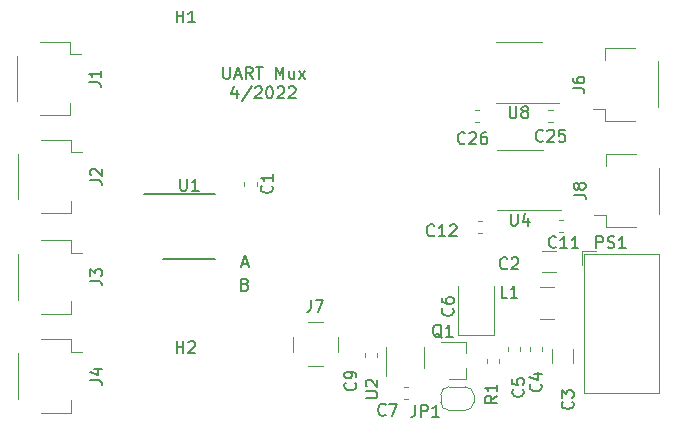
<source format=gto>
G04 #@! TF.GenerationSoftware,KiCad,Pcbnew,(5.1.5-0)*
G04 #@! TF.CreationDate,2022-05-12T16:28:49-06:00*
G04 #@! TF.ProjectId,uart_mux,75617274-5f6d-4757-982e-6b696361645f,rev?*
G04 #@! TF.SameCoordinates,Original*
G04 #@! TF.FileFunction,Legend,Top*
G04 #@! TF.FilePolarity,Positive*
%FSLAX46Y46*%
G04 Gerber Fmt 4.6, Leading zero omitted, Abs format (unit mm)*
G04 Created by KiCad (PCBNEW (5.1.5-0)) date 2022-05-12 16:28:49*
%MOMM*%
%LPD*%
G04 APERTURE LIST*
%ADD10C,0.150000*%
%ADD11C,0.120000*%
%ADD12C,0.100000*%
%ADD13C,5.502000*%
%ADD14R,0.752000X1.162000*%
%ADD15R,1.002000X0.902000*%
%ADD16R,1.902000X1.502000*%
%ADD17O,1.902000X1.502000*%
%ADD18C,1.342000*%
%ADD19R,1.602000X0.552000*%
G04 APERTURE END LIST*
D10*
X108071428Y-81928571D02*
X108214285Y-81976190D01*
X108261904Y-82023809D01*
X108309523Y-82119047D01*
X108309523Y-82261904D01*
X108261904Y-82357142D01*
X108214285Y-82404761D01*
X108119047Y-82452380D01*
X107738095Y-82452380D01*
X107738095Y-81452380D01*
X108071428Y-81452380D01*
X108166666Y-81500000D01*
X108214285Y-81547619D01*
X108261904Y-81642857D01*
X108261904Y-81738095D01*
X108214285Y-81833333D01*
X108166666Y-81880952D01*
X108071428Y-81928571D01*
X107738095Y-81928571D01*
X107761904Y-80166666D02*
X108238095Y-80166666D01*
X107666666Y-80452380D02*
X108000000Y-79452380D01*
X108333333Y-80452380D01*
X106195238Y-63527380D02*
X106195238Y-64336904D01*
X106242857Y-64432142D01*
X106290476Y-64479761D01*
X106385714Y-64527380D01*
X106576190Y-64527380D01*
X106671428Y-64479761D01*
X106719047Y-64432142D01*
X106766666Y-64336904D01*
X106766666Y-63527380D01*
X107195238Y-64241666D02*
X107671428Y-64241666D01*
X107100000Y-64527380D02*
X107433333Y-63527380D01*
X107766666Y-64527380D01*
X108671428Y-64527380D02*
X108338095Y-64051190D01*
X108100000Y-64527380D02*
X108100000Y-63527380D01*
X108480952Y-63527380D01*
X108576190Y-63575000D01*
X108623809Y-63622619D01*
X108671428Y-63717857D01*
X108671428Y-63860714D01*
X108623809Y-63955952D01*
X108576190Y-64003571D01*
X108480952Y-64051190D01*
X108100000Y-64051190D01*
X108957142Y-63527380D02*
X109528571Y-63527380D01*
X109242857Y-64527380D02*
X109242857Y-63527380D01*
X110623809Y-64527380D02*
X110623809Y-63527380D01*
X110957142Y-64241666D01*
X111290476Y-63527380D01*
X111290476Y-64527380D01*
X112195238Y-63860714D02*
X112195238Y-64527380D01*
X111766666Y-63860714D02*
X111766666Y-64384523D01*
X111814285Y-64479761D01*
X111909523Y-64527380D01*
X112052380Y-64527380D01*
X112147619Y-64479761D01*
X112195238Y-64432142D01*
X112576190Y-64527380D02*
X113100000Y-63860714D01*
X112576190Y-63860714D02*
X113100000Y-64527380D01*
X107361904Y-65510714D02*
X107361904Y-66177380D01*
X107123809Y-65129761D02*
X106885714Y-65844047D01*
X107504761Y-65844047D01*
X108600000Y-65129761D02*
X107742857Y-66415476D01*
X108885714Y-65272619D02*
X108933333Y-65225000D01*
X109028571Y-65177380D01*
X109266666Y-65177380D01*
X109361904Y-65225000D01*
X109409523Y-65272619D01*
X109457142Y-65367857D01*
X109457142Y-65463095D01*
X109409523Y-65605952D01*
X108838095Y-66177380D01*
X109457142Y-66177380D01*
X110076190Y-65177380D02*
X110171428Y-65177380D01*
X110266666Y-65225000D01*
X110314285Y-65272619D01*
X110361904Y-65367857D01*
X110409523Y-65558333D01*
X110409523Y-65796428D01*
X110361904Y-65986904D01*
X110314285Y-66082142D01*
X110266666Y-66129761D01*
X110171428Y-66177380D01*
X110076190Y-66177380D01*
X109980952Y-66129761D01*
X109933333Y-66082142D01*
X109885714Y-65986904D01*
X109838095Y-65796428D01*
X109838095Y-65558333D01*
X109885714Y-65367857D01*
X109933333Y-65272619D01*
X109980952Y-65225000D01*
X110076190Y-65177380D01*
X110790476Y-65272619D02*
X110838095Y-65225000D01*
X110933333Y-65177380D01*
X111171428Y-65177380D01*
X111266666Y-65225000D01*
X111314285Y-65272619D01*
X111361904Y-65367857D01*
X111361904Y-65463095D01*
X111314285Y-65605952D01*
X110742857Y-66177380D01*
X111361904Y-66177380D01*
X111742857Y-65272619D02*
X111790476Y-65225000D01*
X111885714Y-65177380D01*
X112123809Y-65177380D01*
X112219047Y-65225000D01*
X112266666Y-65272619D01*
X112314285Y-65367857D01*
X112314285Y-65463095D01*
X112266666Y-65605952D01*
X111695238Y-66177380D01*
X112314285Y-66177380D01*
D11*
X131200000Y-66560000D02*
X134650000Y-66560000D01*
X131200000Y-66560000D02*
X129250000Y-66560000D01*
X131200000Y-61440000D02*
X133150000Y-61440000D01*
X131200000Y-61440000D02*
X129250000Y-61440000D01*
X131300000Y-75660000D02*
X134750000Y-75660000D01*
X131300000Y-75660000D02*
X129350000Y-75660000D01*
X131300000Y-70540000D02*
X133250000Y-70540000D01*
X131300000Y-70540000D02*
X129350000Y-70540000D01*
X143085000Y-75940000D02*
X143085000Y-72060000D01*
X138615000Y-70890000D02*
X138615000Y-71940000D01*
X141115000Y-70890000D02*
X138615000Y-70890000D01*
X138615000Y-76060000D02*
X137625000Y-76060000D01*
X138615000Y-77110000D02*
X138615000Y-76060000D01*
X141115000Y-77110000D02*
X138615000Y-77110000D01*
X127728733Y-77610000D02*
X128071267Y-77610000D01*
X127728733Y-76590000D02*
X128071267Y-76590000D01*
X134628733Y-77510000D02*
X134971267Y-77510000D01*
X134628733Y-76490000D02*
X134971267Y-76490000D01*
X127528733Y-68210000D02*
X127871267Y-68210000D01*
X127528733Y-67190000D02*
X127871267Y-67190000D01*
X133728733Y-68210000D02*
X134071267Y-68210000D01*
X133728733Y-67190000D02*
X134071267Y-67190000D01*
X120000000Y-87210000D02*
X120000000Y-89660000D01*
X123220000Y-89010000D02*
X123220000Y-87210000D01*
X129510000Y-88571267D02*
X129510000Y-88228733D01*
X128490000Y-88571267D02*
X128490000Y-88228733D01*
X126760000Y-89980000D02*
X125300000Y-89980000D01*
X126760000Y-86820000D02*
X124600000Y-86820000D01*
X126760000Y-86820000D02*
X126760000Y-87750000D01*
X126760000Y-89980000D02*
X126760000Y-89050000D01*
X136550000Y-79130000D02*
X136550000Y-80330000D01*
X137750000Y-79130000D02*
X136550000Y-79130000D01*
X143090000Y-91100000D02*
X136750000Y-91100000D01*
X136750000Y-79330000D02*
X136750000Y-91100000D01*
X143090000Y-79330000D02*
X136750000Y-79330000D01*
X143090000Y-79330000D02*
X143090000Y-91100000D01*
X134202064Y-82140000D02*
X132997936Y-82140000D01*
X134202064Y-84860000D02*
X132997936Y-84860000D01*
X126700000Y-92600000D02*
X125300000Y-92600000D01*
X124600000Y-91900000D02*
X124600000Y-91300000D01*
X125300000Y-90600000D02*
X126700000Y-90600000D01*
X127400000Y-91300000D02*
X127400000Y-91900000D01*
X127400000Y-91900000D02*
G75*
G02X126700000Y-92600000I-700000J0D01*
G01*
X126700000Y-90600000D02*
G75*
G02X127400000Y-91300000I0J-700000D01*
G01*
X124600000Y-91300000D02*
G75*
G02X125300000Y-90600000I700000J0D01*
G01*
X125300000Y-92600000D02*
G75*
G02X124600000Y-91900000I0J700000D01*
G01*
X114620000Y-88870000D02*
X113380000Y-88870000D01*
X114620000Y-85130000D02*
X113380000Y-85130000D01*
X112130000Y-87620000D02*
X112130000Y-86380000D01*
X115870000Y-87620000D02*
X115870000Y-86380000D01*
X118190000Y-87728733D02*
X118190000Y-88071267D01*
X119210000Y-87728733D02*
X119210000Y-88071267D01*
X121871267Y-90590000D02*
X121528733Y-90590000D01*
X121871267Y-91610000D02*
X121528733Y-91610000D01*
X129110000Y-86260000D02*
X129110000Y-82050000D01*
X126090000Y-86260000D02*
X129110000Y-86260000D01*
X126090000Y-82050000D02*
X126090000Y-86260000D01*
X130290000Y-87203733D02*
X130290000Y-87546267D01*
X131310000Y-87203733D02*
X131310000Y-87546267D01*
X132190000Y-87228733D02*
X132190000Y-87571267D01*
X133210000Y-87228733D02*
X133210000Y-87571267D01*
X135810000Y-88602064D02*
X135810000Y-87397936D01*
X133990000Y-88602064D02*
X133990000Y-87397936D01*
X133197936Y-80910000D02*
X134402064Y-80910000D01*
X133197936Y-79090000D02*
X134402064Y-79090000D01*
X142985000Y-66940000D02*
X142985000Y-63060000D01*
X138515000Y-61890000D02*
X138515000Y-62940000D01*
X141015000Y-61890000D02*
X138515000Y-61890000D01*
X138515000Y-67060000D02*
X137525000Y-67060000D01*
X138515000Y-68110000D02*
X138515000Y-67060000D01*
X141015000Y-68110000D02*
X138515000Y-68110000D01*
X88815000Y-87760000D02*
X88815000Y-91640000D01*
X93285000Y-92810000D02*
X93285000Y-91760000D01*
X90785000Y-92810000D02*
X93285000Y-92810000D01*
X93285000Y-87640000D02*
X94275000Y-87640000D01*
X93285000Y-86590000D02*
X93285000Y-87640000D01*
X90785000Y-86590000D02*
X93285000Y-86590000D01*
X88815000Y-79360000D02*
X88815000Y-83240000D01*
X93285000Y-84410000D02*
X93285000Y-83360000D01*
X90785000Y-84410000D02*
X93285000Y-84410000D01*
X93285000Y-79240000D02*
X94275000Y-79240000D01*
X93285000Y-78190000D02*
X93285000Y-79240000D01*
X90785000Y-78190000D02*
X93285000Y-78190000D01*
X88815000Y-70860000D02*
X88815000Y-74740000D01*
X93285000Y-75910000D02*
X93285000Y-74860000D01*
X90785000Y-75910000D02*
X93285000Y-75910000D01*
X93285000Y-70740000D02*
X94275000Y-70740000D01*
X93285000Y-69690000D02*
X93285000Y-70740000D01*
X90785000Y-69690000D02*
X93285000Y-69690000D01*
X88715000Y-62560000D02*
X88715000Y-66440000D01*
X93185000Y-67610000D02*
X93185000Y-66560000D01*
X90685000Y-67610000D02*
X93185000Y-67610000D01*
X93185000Y-62440000D02*
X94175000Y-62440000D01*
X93185000Y-61390000D02*
X93185000Y-62440000D01*
X90685000Y-61390000D02*
X93185000Y-61390000D01*
D10*
X99525000Y-74300000D02*
X105500000Y-74300000D01*
X101100000Y-79825000D02*
X105500000Y-79825000D01*
D11*
X107990000Y-73228733D02*
X107990000Y-73571267D01*
X109010000Y-73228733D02*
X109010000Y-73571267D01*
D10*
X130438095Y-66852380D02*
X130438095Y-67661904D01*
X130485714Y-67757142D01*
X130533333Y-67804761D01*
X130628571Y-67852380D01*
X130819047Y-67852380D01*
X130914285Y-67804761D01*
X130961904Y-67757142D01*
X131009523Y-67661904D01*
X131009523Y-66852380D01*
X131628571Y-67280952D02*
X131533333Y-67233333D01*
X131485714Y-67185714D01*
X131438095Y-67090476D01*
X131438095Y-67042857D01*
X131485714Y-66947619D01*
X131533333Y-66900000D01*
X131628571Y-66852380D01*
X131819047Y-66852380D01*
X131914285Y-66900000D01*
X131961904Y-66947619D01*
X132009523Y-67042857D01*
X132009523Y-67090476D01*
X131961904Y-67185714D01*
X131914285Y-67233333D01*
X131819047Y-67280952D01*
X131628571Y-67280952D01*
X131533333Y-67328571D01*
X131485714Y-67376190D01*
X131438095Y-67471428D01*
X131438095Y-67661904D01*
X131485714Y-67757142D01*
X131533333Y-67804761D01*
X131628571Y-67852380D01*
X131819047Y-67852380D01*
X131914285Y-67804761D01*
X131961904Y-67757142D01*
X132009523Y-67661904D01*
X132009523Y-67471428D01*
X131961904Y-67376190D01*
X131914285Y-67328571D01*
X131819047Y-67280952D01*
X130538095Y-75952380D02*
X130538095Y-76761904D01*
X130585714Y-76857142D01*
X130633333Y-76904761D01*
X130728571Y-76952380D01*
X130919047Y-76952380D01*
X131014285Y-76904761D01*
X131061904Y-76857142D01*
X131109523Y-76761904D01*
X131109523Y-75952380D01*
X132014285Y-76285714D02*
X132014285Y-76952380D01*
X131776190Y-75904761D02*
X131538095Y-76619047D01*
X132157142Y-76619047D01*
X102238095Y-87752380D02*
X102238095Y-86752380D01*
X102238095Y-87228571D02*
X102809523Y-87228571D01*
X102809523Y-87752380D02*
X102809523Y-86752380D01*
X103238095Y-86847619D02*
X103285714Y-86800000D01*
X103380952Y-86752380D01*
X103619047Y-86752380D01*
X103714285Y-86800000D01*
X103761904Y-86847619D01*
X103809523Y-86942857D01*
X103809523Y-87038095D01*
X103761904Y-87180952D01*
X103190476Y-87752380D01*
X103809523Y-87752380D01*
X102238095Y-59752380D02*
X102238095Y-58752380D01*
X102238095Y-59228571D02*
X102809523Y-59228571D01*
X102809523Y-59752380D02*
X102809523Y-58752380D01*
X103809523Y-59752380D02*
X103238095Y-59752380D01*
X103523809Y-59752380D02*
X103523809Y-58752380D01*
X103428571Y-58895238D01*
X103333333Y-58990476D01*
X103238095Y-59038095D01*
X135872380Y-74333333D02*
X136586666Y-74333333D01*
X136729523Y-74380952D01*
X136824761Y-74476190D01*
X136872380Y-74619047D01*
X136872380Y-74714285D01*
X136300952Y-73714285D02*
X136253333Y-73809523D01*
X136205714Y-73857142D01*
X136110476Y-73904761D01*
X136062857Y-73904761D01*
X135967619Y-73857142D01*
X135920000Y-73809523D01*
X135872380Y-73714285D01*
X135872380Y-73523809D01*
X135920000Y-73428571D01*
X135967619Y-73380952D01*
X136062857Y-73333333D01*
X136110476Y-73333333D01*
X136205714Y-73380952D01*
X136253333Y-73428571D01*
X136300952Y-73523809D01*
X136300952Y-73714285D01*
X136348571Y-73809523D01*
X136396190Y-73857142D01*
X136491428Y-73904761D01*
X136681904Y-73904761D01*
X136777142Y-73857142D01*
X136824761Y-73809523D01*
X136872380Y-73714285D01*
X136872380Y-73523809D01*
X136824761Y-73428571D01*
X136777142Y-73380952D01*
X136681904Y-73333333D01*
X136491428Y-73333333D01*
X136396190Y-73380952D01*
X136348571Y-73428571D01*
X136300952Y-73523809D01*
X124057142Y-77757142D02*
X124009523Y-77804761D01*
X123866666Y-77852380D01*
X123771428Y-77852380D01*
X123628571Y-77804761D01*
X123533333Y-77709523D01*
X123485714Y-77614285D01*
X123438095Y-77423809D01*
X123438095Y-77280952D01*
X123485714Y-77090476D01*
X123533333Y-76995238D01*
X123628571Y-76900000D01*
X123771428Y-76852380D01*
X123866666Y-76852380D01*
X124009523Y-76900000D01*
X124057142Y-76947619D01*
X125009523Y-77852380D02*
X124438095Y-77852380D01*
X124723809Y-77852380D02*
X124723809Y-76852380D01*
X124628571Y-76995238D01*
X124533333Y-77090476D01*
X124438095Y-77138095D01*
X125390476Y-76947619D02*
X125438095Y-76900000D01*
X125533333Y-76852380D01*
X125771428Y-76852380D01*
X125866666Y-76900000D01*
X125914285Y-76947619D01*
X125961904Y-77042857D01*
X125961904Y-77138095D01*
X125914285Y-77280952D01*
X125342857Y-77852380D01*
X125961904Y-77852380D01*
X134357142Y-78757142D02*
X134309523Y-78804761D01*
X134166666Y-78852380D01*
X134071428Y-78852380D01*
X133928571Y-78804761D01*
X133833333Y-78709523D01*
X133785714Y-78614285D01*
X133738095Y-78423809D01*
X133738095Y-78280952D01*
X133785714Y-78090476D01*
X133833333Y-77995238D01*
X133928571Y-77900000D01*
X134071428Y-77852380D01*
X134166666Y-77852380D01*
X134309523Y-77900000D01*
X134357142Y-77947619D01*
X135309523Y-78852380D02*
X134738095Y-78852380D01*
X135023809Y-78852380D02*
X135023809Y-77852380D01*
X134928571Y-77995238D01*
X134833333Y-78090476D01*
X134738095Y-78138095D01*
X136261904Y-78852380D02*
X135690476Y-78852380D01*
X135976190Y-78852380D02*
X135976190Y-77852380D01*
X135880952Y-77995238D01*
X135785714Y-78090476D01*
X135690476Y-78138095D01*
X126657142Y-69957142D02*
X126609523Y-70004761D01*
X126466666Y-70052380D01*
X126371428Y-70052380D01*
X126228571Y-70004761D01*
X126133333Y-69909523D01*
X126085714Y-69814285D01*
X126038095Y-69623809D01*
X126038095Y-69480952D01*
X126085714Y-69290476D01*
X126133333Y-69195238D01*
X126228571Y-69100000D01*
X126371428Y-69052380D01*
X126466666Y-69052380D01*
X126609523Y-69100000D01*
X126657142Y-69147619D01*
X127038095Y-69147619D02*
X127085714Y-69100000D01*
X127180952Y-69052380D01*
X127419047Y-69052380D01*
X127514285Y-69100000D01*
X127561904Y-69147619D01*
X127609523Y-69242857D01*
X127609523Y-69338095D01*
X127561904Y-69480952D01*
X126990476Y-70052380D01*
X127609523Y-70052380D01*
X128466666Y-69052380D02*
X128276190Y-69052380D01*
X128180952Y-69100000D01*
X128133333Y-69147619D01*
X128038095Y-69290476D01*
X127990476Y-69480952D01*
X127990476Y-69861904D01*
X128038095Y-69957142D01*
X128085714Y-70004761D01*
X128180952Y-70052380D01*
X128371428Y-70052380D01*
X128466666Y-70004761D01*
X128514285Y-69957142D01*
X128561904Y-69861904D01*
X128561904Y-69623809D01*
X128514285Y-69528571D01*
X128466666Y-69480952D01*
X128371428Y-69433333D01*
X128180952Y-69433333D01*
X128085714Y-69480952D01*
X128038095Y-69528571D01*
X127990476Y-69623809D01*
X133257142Y-69757142D02*
X133209523Y-69804761D01*
X133066666Y-69852380D01*
X132971428Y-69852380D01*
X132828571Y-69804761D01*
X132733333Y-69709523D01*
X132685714Y-69614285D01*
X132638095Y-69423809D01*
X132638095Y-69280952D01*
X132685714Y-69090476D01*
X132733333Y-68995238D01*
X132828571Y-68900000D01*
X132971428Y-68852380D01*
X133066666Y-68852380D01*
X133209523Y-68900000D01*
X133257142Y-68947619D01*
X133638095Y-68947619D02*
X133685714Y-68900000D01*
X133780952Y-68852380D01*
X134019047Y-68852380D01*
X134114285Y-68900000D01*
X134161904Y-68947619D01*
X134209523Y-69042857D01*
X134209523Y-69138095D01*
X134161904Y-69280952D01*
X133590476Y-69852380D01*
X134209523Y-69852380D01*
X135114285Y-68852380D02*
X134638095Y-68852380D01*
X134590476Y-69328571D01*
X134638095Y-69280952D01*
X134733333Y-69233333D01*
X134971428Y-69233333D01*
X135066666Y-69280952D01*
X135114285Y-69328571D01*
X135161904Y-69423809D01*
X135161904Y-69661904D01*
X135114285Y-69757142D01*
X135066666Y-69804761D01*
X134971428Y-69852380D01*
X134733333Y-69852380D01*
X134638095Y-69804761D01*
X134590476Y-69757142D01*
X118252380Y-91561904D02*
X119061904Y-91561904D01*
X119157142Y-91514285D01*
X119204761Y-91466666D01*
X119252380Y-91371428D01*
X119252380Y-91180952D01*
X119204761Y-91085714D01*
X119157142Y-91038095D01*
X119061904Y-90990476D01*
X118252380Y-90990476D01*
X118347619Y-90561904D02*
X118300000Y-90514285D01*
X118252380Y-90419047D01*
X118252380Y-90180952D01*
X118300000Y-90085714D01*
X118347619Y-90038095D01*
X118442857Y-89990476D01*
X118538095Y-89990476D01*
X118680952Y-90038095D01*
X119252380Y-90609523D01*
X119252380Y-89990476D01*
X129352380Y-91366666D02*
X128876190Y-91700000D01*
X129352380Y-91938095D02*
X128352380Y-91938095D01*
X128352380Y-91557142D01*
X128400000Y-91461904D01*
X128447619Y-91414285D01*
X128542857Y-91366666D01*
X128685714Y-91366666D01*
X128780952Y-91414285D01*
X128828571Y-91461904D01*
X128876190Y-91557142D01*
X128876190Y-91938095D01*
X129352380Y-90414285D02*
X129352380Y-90985714D01*
X129352380Y-90700000D02*
X128352380Y-90700000D01*
X128495238Y-90795238D01*
X128590476Y-90890476D01*
X128638095Y-90985714D01*
X124704761Y-86447619D02*
X124609523Y-86400000D01*
X124514285Y-86304761D01*
X124371428Y-86161904D01*
X124276190Y-86114285D01*
X124180952Y-86114285D01*
X124228571Y-86352380D02*
X124133333Y-86304761D01*
X124038095Y-86209523D01*
X123990476Y-86019047D01*
X123990476Y-85685714D01*
X124038095Y-85495238D01*
X124133333Y-85400000D01*
X124228571Y-85352380D01*
X124419047Y-85352380D01*
X124514285Y-85400000D01*
X124609523Y-85495238D01*
X124657142Y-85685714D01*
X124657142Y-86019047D01*
X124609523Y-86209523D01*
X124514285Y-86304761D01*
X124419047Y-86352380D01*
X124228571Y-86352380D01*
X125609523Y-86352380D02*
X125038095Y-86352380D01*
X125323809Y-86352380D02*
X125323809Y-85352380D01*
X125228571Y-85495238D01*
X125133333Y-85590476D01*
X125038095Y-85638095D01*
X137785714Y-78852380D02*
X137785714Y-77852380D01*
X138166666Y-77852380D01*
X138261904Y-77900000D01*
X138309523Y-77947619D01*
X138357142Y-78042857D01*
X138357142Y-78185714D01*
X138309523Y-78280952D01*
X138261904Y-78328571D01*
X138166666Y-78376190D01*
X137785714Y-78376190D01*
X138738095Y-78804761D02*
X138880952Y-78852380D01*
X139119047Y-78852380D01*
X139214285Y-78804761D01*
X139261904Y-78757142D01*
X139309523Y-78661904D01*
X139309523Y-78566666D01*
X139261904Y-78471428D01*
X139214285Y-78423809D01*
X139119047Y-78376190D01*
X138928571Y-78328571D01*
X138833333Y-78280952D01*
X138785714Y-78233333D01*
X138738095Y-78138095D01*
X138738095Y-78042857D01*
X138785714Y-77947619D01*
X138833333Y-77900000D01*
X138928571Y-77852380D01*
X139166666Y-77852380D01*
X139309523Y-77900000D01*
X140261904Y-78852380D02*
X139690476Y-78852380D01*
X139976190Y-78852380D02*
X139976190Y-77852380D01*
X139880952Y-77995238D01*
X139785714Y-78090476D01*
X139690476Y-78138095D01*
X130233333Y-83052380D02*
X129757142Y-83052380D01*
X129757142Y-82052380D01*
X131090476Y-83052380D02*
X130519047Y-83052380D01*
X130804761Y-83052380D02*
X130804761Y-82052380D01*
X130709523Y-82195238D01*
X130614285Y-82290476D01*
X130519047Y-82338095D01*
X122466666Y-92152380D02*
X122466666Y-92866666D01*
X122419047Y-93009523D01*
X122323809Y-93104761D01*
X122180952Y-93152380D01*
X122085714Y-93152380D01*
X122942857Y-93152380D02*
X122942857Y-92152380D01*
X123323809Y-92152380D01*
X123419047Y-92200000D01*
X123466666Y-92247619D01*
X123514285Y-92342857D01*
X123514285Y-92485714D01*
X123466666Y-92580952D01*
X123419047Y-92628571D01*
X123323809Y-92676190D01*
X122942857Y-92676190D01*
X124466666Y-93152380D02*
X123895238Y-93152380D01*
X124180952Y-93152380D02*
X124180952Y-92152380D01*
X124085714Y-92295238D01*
X123990476Y-92390476D01*
X123895238Y-92438095D01*
X113626666Y-83252380D02*
X113626666Y-83966666D01*
X113579047Y-84109523D01*
X113483809Y-84204761D01*
X113340952Y-84252380D01*
X113245714Y-84252380D01*
X114007619Y-83252380D02*
X114674285Y-83252380D01*
X114245714Y-84252380D01*
X117357142Y-90266666D02*
X117404761Y-90314285D01*
X117452380Y-90457142D01*
X117452380Y-90552380D01*
X117404761Y-90695238D01*
X117309523Y-90790476D01*
X117214285Y-90838095D01*
X117023809Y-90885714D01*
X116880952Y-90885714D01*
X116690476Y-90838095D01*
X116595238Y-90790476D01*
X116500000Y-90695238D01*
X116452380Y-90552380D01*
X116452380Y-90457142D01*
X116500000Y-90314285D01*
X116547619Y-90266666D01*
X117452380Y-89790476D02*
X117452380Y-89600000D01*
X117404761Y-89504761D01*
X117357142Y-89457142D01*
X117214285Y-89361904D01*
X117023809Y-89314285D01*
X116642857Y-89314285D01*
X116547619Y-89361904D01*
X116500000Y-89409523D01*
X116452380Y-89504761D01*
X116452380Y-89695238D01*
X116500000Y-89790476D01*
X116547619Y-89838095D01*
X116642857Y-89885714D01*
X116880952Y-89885714D01*
X116976190Y-89838095D01*
X117023809Y-89790476D01*
X117071428Y-89695238D01*
X117071428Y-89504761D01*
X117023809Y-89409523D01*
X116976190Y-89361904D01*
X116880952Y-89314285D01*
X119933333Y-92957142D02*
X119885714Y-93004761D01*
X119742857Y-93052380D01*
X119647619Y-93052380D01*
X119504761Y-93004761D01*
X119409523Y-92909523D01*
X119361904Y-92814285D01*
X119314285Y-92623809D01*
X119314285Y-92480952D01*
X119361904Y-92290476D01*
X119409523Y-92195238D01*
X119504761Y-92100000D01*
X119647619Y-92052380D01*
X119742857Y-92052380D01*
X119885714Y-92100000D01*
X119933333Y-92147619D01*
X120266666Y-92052380D02*
X120933333Y-92052380D01*
X120504761Y-93052380D01*
X125607142Y-83966666D02*
X125654761Y-84014285D01*
X125702380Y-84157142D01*
X125702380Y-84252380D01*
X125654761Y-84395238D01*
X125559523Y-84490476D01*
X125464285Y-84538095D01*
X125273809Y-84585714D01*
X125130952Y-84585714D01*
X124940476Y-84538095D01*
X124845238Y-84490476D01*
X124750000Y-84395238D01*
X124702380Y-84252380D01*
X124702380Y-84157142D01*
X124750000Y-84014285D01*
X124797619Y-83966666D01*
X124702380Y-83109523D02*
X124702380Y-83300000D01*
X124750000Y-83395238D01*
X124797619Y-83442857D01*
X124940476Y-83538095D01*
X125130952Y-83585714D01*
X125511904Y-83585714D01*
X125607142Y-83538095D01*
X125654761Y-83490476D01*
X125702380Y-83395238D01*
X125702380Y-83204761D01*
X125654761Y-83109523D01*
X125607142Y-83061904D01*
X125511904Y-83014285D01*
X125273809Y-83014285D01*
X125178571Y-83061904D01*
X125130952Y-83109523D01*
X125083333Y-83204761D01*
X125083333Y-83395238D01*
X125130952Y-83490476D01*
X125178571Y-83538095D01*
X125273809Y-83585714D01*
X131557142Y-90816666D02*
X131604761Y-90864285D01*
X131652380Y-91007142D01*
X131652380Y-91102380D01*
X131604761Y-91245238D01*
X131509523Y-91340476D01*
X131414285Y-91388095D01*
X131223809Y-91435714D01*
X131080952Y-91435714D01*
X130890476Y-91388095D01*
X130795238Y-91340476D01*
X130700000Y-91245238D01*
X130652380Y-91102380D01*
X130652380Y-91007142D01*
X130700000Y-90864285D01*
X130747619Y-90816666D01*
X130652380Y-89911904D02*
X130652380Y-90388095D01*
X131128571Y-90435714D01*
X131080952Y-90388095D01*
X131033333Y-90292857D01*
X131033333Y-90054761D01*
X131080952Y-89959523D01*
X131128571Y-89911904D01*
X131223809Y-89864285D01*
X131461904Y-89864285D01*
X131557142Y-89911904D01*
X131604761Y-89959523D01*
X131652380Y-90054761D01*
X131652380Y-90292857D01*
X131604761Y-90388095D01*
X131557142Y-90435714D01*
X133057142Y-90366666D02*
X133104761Y-90414285D01*
X133152380Y-90557142D01*
X133152380Y-90652380D01*
X133104761Y-90795238D01*
X133009523Y-90890476D01*
X132914285Y-90938095D01*
X132723809Y-90985714D01*
X132580952Y-90985714D01*
X132390476Y-90938095D01*
X132295238Y-90890476D01*
X132200000Y-90795238D01*
X132152380Y-90652380D01*
X132152380Y-90557142D01*
X132200000Y-90414285D01*
X132247619Y-90366666D01*
X132485714Y-89509523D02*
X133152380Y-89509523D01*
X132104761Y-89747619D02*
X132819047Y-89985714D01*
X132819047Y-89366666D01*
X135757142Y-91866666D02*
X135804761Y-91914285D01*
X135852380Y-92057142D01*
X135852380Y-92152380D01*
X135804761Y-92295238D01*
X135709523Y-92390476D01*
X135614285Y-92438095D01*
X135423809Y-92485714D01*
X135280952Y-92485714D01*
X135090476Y-92438095D01*
X134995238Y-92390476D01*
X134900000Y-92295238D01*
X134852380Y-92152380D01*
X134852380Y-92057142D01*
X134900000Y-91914285D01*
X134947619Y-91866666D01*
X134852380Y-91533333D02*
X134852380Y-90914285D01*
X135233333Y-91247619D01*
X135233333Y-91104761D01*
X135280952Y-91009523D01*
X135328571Y-90961904D01*
X135423809Y-90914285D01*
X135661904Y-90914285D01*
X135757142Y-90961904D01*
X135804761Y-91009523D01*
X135852380Y-91104761D01*
X135852380Y-91390476D01*
X135804761Y-91485714D01*
X135757142Y-91533333D01*
X130233333Y-80557142D02*
X130185714Y-80604761D01*
X130042857Y-80652380D01*
X129947619Y-80652380D01*
X129804761Y-80604761D01*
X129709523Y-80509523D01*
X129661904Y-80414285D01*
X129614285Y-80223809D01*
X129614285Y-80080952D01*
X129661904Y-79890476D01*
X129709523Y-79795238D01*
X129804761Y-79700000D01*
X129947619Y-79652380D01*
X130042857Y-79652380D01*
X130185714Y-79700000D01*
X130233333Y-79747619D01*
X130614285Y-79747619D02*
X130661904Y-79700000D01*
X130757142Y-79652380D01*
X130995238Y-79652380D01*
X131090476Y-79700000D01*
X131138095Y-79747619D01*
X131185714Y-79842857D01*
X131185714Y-79938095D01*
X131138095Y-80080952D01*
X130566666Y-80652380D01*
X131185714Y-80652380D01*
X135772380Y-65333333D02*
X136486666Y-65333333D01*
X136629523Y-65380952D01*
X136724761Y-65476190D01*
X136772380Y-65619047D01*
X136772380Y-65714285D01*
X135772380Y-64428571D02*
X135772380Y-64619047D01*
X135820000Y-64714285D01*
X135867619Y-64761904D01*
X136010476Y-64857142D01*
X136200952Y-64904761D01*
X136581904Y-64904761D01*
X136677142Y-64857142D01*
X136724761Y-64809523D01*
X136772380Y-64714285D01*
X136772380Y-64523809D01*
X136724761Y-64428571D01*
X136677142Y-64380952D01*
X136581904Y-64333333D01*
X136343809Y-64333333D01*
X136248571Y-64380952D01*
X136200952Y-64428571D01*
X136153333Y-64523809D01*
X136153333Y-64714285D01*
X136200952Y-64809523D01*
X136248571Y-64857142D01*
X136343809Y-64904761D01*
X94932380Y-90033333D02*
X95646666Y-90033333D01*
X95789523Y-90080952D01*
X95884761Y-90176190D01*
X95932380Y-90319047D01*
X95932380Y-90414285D01*
X95265714Y-89128571D02*
X95932380Y-89128571D01*
X94884761Y-89366666D02*
X95599047Y-89604761D01*
X95599047Y-88985714D01*
X94932380Y-81633333D02*
X95646666Y-81633333D01*
X95789523Y-81680952D01*
X95884761Y-81776190D01*
X95932380Y-81919047D01*
X95932380Y-82014285D01*
X94932380Y-81252380D02*
X94932380Y-80633333D01*
X95313333Y-80966666D01*
X95313333Y-80823809D01*
X95360952Y-80728571D01*
X95408571Y-80680952D01*
X95503809Y-80633333D01*
X95741904Y-80633333D01*
X95837142Y-80680952D01*
X95884761Y-80728571D01*
X95932380Y-80823809D01*
X95932380Y-81109523D01*
X95884761Y-81204761D01*
X95837142Y-81252380D01*
X94932380Y-73133333D02*
X95646666Y-73133333D01*
X95789523Y-73180952D01*
X95884761Y-73276190D01*
X95932380Y-73419047D01*
X95932380Y-73514285D01*
X95027619Y-72704761D02*
X94980000Y-72657142D01*
X94932380Y-72561904D01*
X94932380Y-72323809D01*
X94980000Y-72228571D01*
X95027619Y-72180952D01*
X95122857Y-72133333D01*
X95218095Y-72133333D01*
X95360952Y-72180952D01*
X95932380Y-72752380D01*
X95932380Y-72133333D01*
X94832380Y-64833333D02*
X95546666Y-64833333D01*
X95689523Y-64880952D01*
X95784761Y-64976190D01*
X95832380Y-65119047D01*
X95832380Y-65214285D01*
X95832380Y-63833333D02*
X95832380Y-64404761D01*
X95832380Y-64119047D02*
X94832380Y-64119047D01*
X94975238Y-64214285D01*
X95070476Y-64309523D01*
X95118095Y-64404761D01*
X102538095Y-73002380D02*
X102538095Y-73811904D01*
X102585714Y-73907142D01*
X102633333Y-73954761D01*
X102728571Y-74002380D01*
X102919047Y-74002380D01*
X103014285Y-73954761D01*
X103061904Y-73907142D01*
X103109523Y-73811904D01*
X103109523Y-73002380D01*
X104109523Y-74002380D02*
X103538095Y-74002380D01*
X103823809Y-74002380D02*
X103823809Y-73002380D01*
X103728571Y-73145238D01*
X103633333Y-73240476D01*
X103538095Y-73288095D01*
X110287142Y-73566666D02*
X110334761Y-73614285D01*
X110382380Y-73757142D01*
X110382380Y-73852380D01*
X110334761Y-73995238D01*
X110239523Y-74090476D01*
X110144285Y-74138095D01*
X109953809Y-74185714D01*
X109810952Y-74185714D01*
X109620476Y-74138095D01*
X109525238Y-74090476D01*
X109430000Y-73995238D01*
X109382380Y-73852380D01*
X109382380Y-73757142D01*
X109430000Y-73614285D01*
X109477619Y-73566666D01*
X110382380Y-72614285D02*
X110382380Y-73185714D01*
X110382380Y-72900000D02*
X109382380Y-72900000D01*
X109525238Y-72995238D01*
X109620476Y-73090476D01*
X109668095Y-73185714D01*
%LPC*%
D12*
G36*
X129592702Y-65554845D02*
G01*
X129609738Y-65557372D01*
X129626445Y-65561557D01*
X129642661Y-65567359D01*
X129658230Y-65574723D01*
X129673003Y-65583577D01*
X129686836Y-65593837D01*
X129699597Y-65605403D01*
X129711163Y-65618164D01*
X129721423Y-65631997D01*
X129730277Y-65646770D01*
X129737641Y-65662339D01*
X129743443Y-65678555D01*
X129747628Y-65695262D01*
X129750155Y-65712298D01*
X129751000Y-65729500D01*
X129751000Y-66080500D01*
X129750155Y-66097702D01*
X129747628Y-66114738D01*
X129743443Y-66131445D01*
X129737641Y-66147661D01*
X129730277Y-66163230D01*
X129721423Y-66178003D01*
X129711163Y-66191836D01*
X129699597Y-66204597D01*
X129686836Y-66216163D01*
X129673003Y-66226423D01*
X129658230Y-66235277D01*
X129642661Y-66242641D01*
X129626445Y-66248443D01*
X129609738Y-66252628D01*
X129592702Y-66255155D01*
X129575500Y-66256000D01*
X127874500Y-66256000D01*
X127857298Y-66255155D01*
X127840262Y-66252628D01*
X127823555Y-66248443D01*
X127807339Y-66242641D01*
X127791770Y-66235277D01*
X127776997Y-66226423D01*
X127763164Y-66216163D01*
X127750403Y-66204597D01*
X127738837Y-66191836D01*
X127728577Y-66178003D01*
X127719723Y-66163230D01*
X127712359Y-66147661D01*
X127706557Y-66131445D01*
X127702372Y-66114738D01*
X127699845Y-66097702D01*
X127699000Y-66080500D01*
X127699000Y-65729500D01*
X127699845Y-65712298D01*
X127702372Y-65695262D01*
X127706557Y-65678555D01*
X127712359Y-65662339D01*
X127719723Y-65646770D01*
X127728577Y-65631997D01*
X127738837Y-65618164D01*
X127750403Y-65605403D01*
X127763164Y-65593837D01*
X127776997Y-65583577D01*
X127791770Y-65574723D01*
X127807339Y-65567359D01*
X127823555Y-65561557D01*
X127840262Y-65557372D01*
X127857298Y-65554845D01*
X127874500Y-65554000D01*
X129575500Y-65554000D01*
X129592702Y-65554845D01*
G37*
G36*
X129592702Y-64284845D02*
G01*
X129609738Y-64287372D01*
X129626445Y-64291557D01*
X129642661Y-64297359D01*
X129658230Y-64304723D01*
X129673003Y-64313577D01*
X129686836Y-64323837D01*
X129699597Y-64335403D01*
X129711163Y-64348164D01*
X129721423Y-64361997D01*
X129730277Y-64376770D01*
X129737641Y-64392339D01*
X129743443Y-64408555D01*
X129747628Y-64425262D01*
X129750155Y-64442298D01*
X129751000Y-64459500D01*
X129751000Y-64810500D01*
X129750155Y-64827702D01*
X129747628Y-64844738D01*
X129743443Y-64861445D01*
X129737641Y-64877661D01*
X129730277Y-64893230D01*
X129721423Y-64908003D01*
X129711163Y-64921836D01*
X129699597Y-64934597D01*
X129686836Y-64946163D01*
X129673003Y-64956423D01*
X129658230Y-64965277D01*
X129642661Y-64972641D01*
X129626445Y-64978443D01*
X129609738Y-64982628D01*
X129592702Y-64985155D01*
X129575500Y-64986000D01*
X127874500Y-64986000D01*
X127857298Y-64985155D01*
X127840262Y-64982628D01*
X127823555Y-64978443D01*
X127807339Y-64972641D01*
X127791770Y-64965277D01*
X127776997Y-64956423D01*
X127763164Y-64946163D01*
X127750403Y-64934597D01*
X127738837Y-64921836D01*
X127728577Y-64908003D01*
X127719723Y-64893230D01*
X127712359Y-64877661D01*
X127706557Y-64861445D01*
X127702372Y-64844738D01*
X127699845Y-64827702D01*
X127699000Y-64810500D01*
X127699000Y-64459500D01*
X127699845Y-64442298D01*
X127702372Y-64425262D01*
X127706557Y-64408555D01*
X127712359Y-64392339D01*
X127719723Y-64376770D01*
X127728577Y-64361997D01*
X127738837Y-64348164D01*
X127750403Y-64335403D01*
X127763164Y-64323837D01*
X127776997Y-64313577D01*
X127791770Y-64304723D01*
X127807339Y-64297359D01*
X127823555Y-64291557D01*
X127840262Y-64287372D01*
X127857298Y-64284845D01*
X127874500Y-64284000D01*
X129575500Y-64284000D01*
X129592702Y-64284845D01*
G37*
G36*
X129592702Y-63014845D02*
G01*
X129609738Y-63017372D01*
X129626445Y-63021557D01*
X129642661Y-63027359D01*
X129658230Y-63034723D01*
X129673003Y-63043577D01*
X129686836Y-63053837D01*
X129699597Y-63065403D01*
X129711163Y-63078164D01*
X129721423Y-63091997D01*
X129730277Y-63106770D01*
X129737641Y-63122339D01*
X129743443Y-63138555D01*
X129747628Y-63155262D01*
X129750155Y-63172298D01*
X129751000Y-63189500D01*
X129751000Y-63540500D01*
X129750155Y-63557702D01*
X129747628Y-63574738D01*
X129743443Y-63591445D01*
X129737641Y-63607661D01*
X129730277Y-63623230D01*
X129721423Y-63638003D01*
X129711163Y-63651836D01*
X129699597Y-63664597D01*
X129686836Y-63676163D01*
X129673003Y-63686423D01*
X129658230Y-63695277D01*
X129642661Y-63702641D01*
X129626445Y-63708443D01*
X129609738Y-63712628D01*
X129592702Y-63715155D01*
X129575500Y-63716000D01*
X127874500Y-63716000D01*
X127857298Y-63715155D01*
X127840262Y-63712628D01*
X127823555Y-63708443D01*
X127807339Y-63702641D01*
X127791770Y-63695277D01*
X127776997Y-63686423D01*
X127763164Y-63676163D01*
X127750403Y-63664597D01*
X127738837Y-63651836D01*
X127728577Y-63638003D01*
X127719723Y-63623230D01*
X127712359Y-63607661D01*
X127706557Y-63591445D01*
X127702372Y-63574738D01*
X127699845Y-63557702D01*
X127699000Y-63540500D01*
X127699000Y-63189500D01*
X127699845Y-63172298D01*
X127702372Y-63155262D01*
X127706557Y-63138555D01*
X127712359Y-63122339D01*
X127719723Y-63106770D01*
X127728577Y-63091997D01*
X127738837Y-63078164D01*
X127750403Y-63065403D01*
X127763164Y-63053837D01*
X127776997Y-63043577D01*
X127791770Y-63034723D01*
X127807339Y-63027359D01*
X127823555Y-63021557D01*
X127840262Y-63017372D01*
X127857298Y-63014845D01*
X127874500Y-63014000D01*
X129575500Y-63014000D01*
X129592702Y-63014845D01*
G37*
G36*
X129592702Y-61744845D02*
G01*
X129609738Y-61747372D01*
X129626445Y-61751557D01*
X129642661Y-61757359D01*
X129658230Y-61764723D01*
X129673003Y-61773577D01*
X129686836Y-61783837D01*
X129699597Y-61795403D01*
X129711163Y-61808164D01*
X129721423Y-61821997D01*
X129730277Y-61836770D01*
X129737641Y-61852339D01*
X129743443Y-61868555D01*
X129747628Y-61885262D01*
X129750155Y-61902298D01*
X129751000Y-61919500D01*
X129751000Y-62270500D01*
X129750155Y-62287702D01*
X129747628Y-62304738D01*
X129743443Y-62321445D01*
X129737641Y-62337661D01*
X129730277Y-62353230D01*
X129721423Y-62368003D01*
X129711163Y-62381836D01*
X129699597Y-62394597D01*
X129686836Y-62406163D01*
X129673003Y-62416423D01*
X129658230Y-62425277D01*
X129642661Y-62432641D01*
X129626445Y-62438443D01*
X129609738Y-62442628D01*
X129592702Y-62445155D01*
X129575500Y-62446000D01*
X127874500Y-62446000D01*
X127857298Y-62445155D01*
X127840262Y-62442628D01*
X127823555Y-62438443D01*
X127807339Y-62432641D01*
X127791770Y-62425277D01*
X127776997Y-62416423D01*
X127763164Y-62406163D01*
X127750403Y-62394597D01*
X127738837Y-62381836D01*
X127728577Y-62368003D01*
X127719723Y-62353230D01*
X127712359Y-62337661D01*
X127706557Y-62321445D01*
X127702372Y-62304738D01*
X127699845Y-62287702D01*
X127699000Y-62270500D01*
X127699000Y-61919500D01*
X127699845Y-61902298D01*
X127702372Y-61885262D01*
X127706557Y-61868555D01*
X127712359Y-61852339D01*
X127719723Y-61836770D01*
X127728577Y-61821997D01*
X127738837Y-61808164D01*
X127750403Y-61795403D01*
X127763164Y-61783837D01*
X127776997Y-61773577D01*
X127791770Y-61764723D01*
X127807339Y-61757359D01*
X127823555Y-61751557D01*
X127840262Y-61747372D01*
X127857298Y-61744845D01*
X127874500Y-61744000D01*
X129575500Y-61744000D01*
X129592702Y-61744845D01*
G37*
G36*
X134542702Y-61744845D02*
G01*
X134559738Y-61747372D01*
X134576445Y-61751557D01*
X134592661Y-61757359D01*
X134608230Y-61764723D01*
X134623003Y-61773577D01*
X134636836Y-61783837D01*
X134649597Y-61795403D01*
X134661163Y-61808164D01*
X134671423Y-61821997D01*
X134680277Y-61836770D01*
X134687641Y-61852339D01*
X134693443Y-61868555D01*
X134697628Y-61885262D01*
X134700155Y-61902298D01*
X134701000Y-61919500D01*
X134701000Y-62270500D01*
X134700155Y-62287702D01*
X134697628Y-62304738D01*
X134693443Y-62321445D01*
X134687641Y-62337661D01*
X134680277Y-62353230D01*
X134671423Y-62368003D01*
X134661163Y-62381836D01*
X134649597Y-62394597D01*
X134636836Y-62406163D01*
X134623003Y-62416423D01*
X134608230Y-62425277D01*
X134592661Y-62432641D01*
X134576445Y-62438443D01*
X134559738Y-62442628D01*
X134542702Y-62445155D01*
X134525500Y-62446000D01*
X132824500Y-62446000D01*
X132807298Y-62445155D01*
X132790262Y-62442628D01*
X132773555Y-62438443D01*
X132757339Y-62432641D01*
X132741770Y-62425277D01*
X132726997Y-62416423D01*
X132713164Y-62406163D01*
X132700403Y-62394597D01*
X132688837Y-62381836D01*
X132678577Y-62368003D01*
X132669723Y-62353230D01*
X132662359Y-62337661D01*
X132656557Y-62321445D01*
X132652372Y-62304738D01*
X132649845Y-62287702D01*
X132649000Y-62270500D01*
X132649000Y-61919500D01*
X132649845Y-61902298D01*
X132652372Y-61885262D01*
X132656557Y-61868555D01*
X132662359Y-61852339D01*
X132669723Y-61836770D01*
X132678577Y-61821997D01*
X132688837Y-61808164D01*
X132700403Y-61795403D01*
X132713164Y-61783837D01*
X132726997Y-61773577D01*
X132741770Y-61764723D01*
X132757339Y-61757359D01*
X132773555Y-61751557D01*
X132790262Y-61747372D01*
X132807298Y-61744845D01*
X132824500Y-61744000D01*
X134525500Y-61744000D01*
X134542702Y-61744845D01*
G37*
G36*
X134542702Y-63014845D02*
G01*
X134559738Y-63017372D01*
X134576445Y-63021557D01*
X134592661Y-63027359D01*
X134608230Y-63034723D01*
X134623003Y-63043577D01*
X134636836Y-63053837D01*
X134649597Y-63065403D01*
X134661163Y-63078164D01*
X134671423Y-63091997D01*
X134680277Y-63106770D01*
X134687641Y-63122339D01*
X134693443Y-63138555D01*
X134697628Y-63155262D01*
X134700155Y-63172298D01*
X134701000Y-63189500D01*
X134701000Y-63540500D01*
X134700155Y-63557702D01*
X134697628Y-63574738D01*
X134693443Y-63591445D01*
X134687641Y-63607661D01*
X134680277Y-63623230D01*
X134671423Y-63638003D01*
X134661163Y-63651836D01*
X134649597Y-63664597D01*
X134636836Y-63676163D01*
X134623003Y-63686423D01*
X134608230Y-63695277D01*
X134592661Y-63702641D01*
X134576445Y-63708443D01*
X134559738Y-63712628D01*
X134542702Y-63715155D01*
X134525500Y-63716000D01*
X132824500Y-63716000D01*
X132807298Y-63715155D01*
X132790262Y-63712628D01*
X132773555Y-63708443D01*
X132757339Y-63702641D01*
X132741770Y-63695277D01*
X132726997Y-63686423D01*
X132713164Y-63676163D01*
X132700403Y-63664597D01*
X132688837Y-63651836D01*
X132678577Y-63638003D01*
X132669723Y-63623230D01*
X132662359Y-63607661D01*
X132656557Y-63591445D01*
X132652372Y-63574738D01*
X132649845Y-63557702D01*
X132649000Y-63540500D01*
X132649000Y-63189500D01*
X132649845Y-63172298D01*
X132652372Y-63155262D01*
X132656557Y-63138555D01*
X132662359Y-63122339D01*
X132669723Y-63106770D01*
X132678577Y-63091997D01*
X132688837Y-63078164D01*
X132700403Y-63065403D01*
X132713164Y-63053837D01*
X132726997Y-63043577D01*
X132741770Y-63034723D01*
X132757339Y-63027359D01*
X132773555Y-63021557D01*
X132790262Y-63017372D01*
X132807298Y-63014845D01*
X132824500Y-63014000D01*
X134525500Y-63014000D01*
X134542702Y-63014845D01*
G37*
G36*
X134542702Y-64284845D02*
G01*
X134559738Y-64287372D01*
X134576445Y-64291557D01*
X134592661Y-64297359D01*
X134608230Y-64304723D01*
X134623003Y-64313577D01*
X134636836Y-64323837D01*
X134649597Y-64335403D01*
X134661163Y-64348164D01*
X134671423Y-64361997D01*
X134680277Y-64376770D01*
X134687641Y-64392339D01*
X134693443Y-64408555D01*
X134697628Y-64425262D01*
X134700155Y-64442298D01*
X134701000Y-64459500D01*
X134701000Y-64810500D01*
X134700155Y-64827702D01*
X134697628Y-64844738D01*
X134693443Y-64861445D01*
X134687641Y-64877661D01*
X134680277Y-64893230D01*
X134671423Y-64908003D01*
X134661163Y-64921836D01*
X134649597Y-64934597D01*
X134636836Y-64946163D01*
X134623003Y-64956423D01*
X134608230Y-64965277D01*
X134592661Y-64972641D01*
X134576445Y-64978443D01*
X134559738Y-64982628D01*
X134542702Y-64985155D01*
X134525500Y-64986000D01*
X132824500Y-64986000D01*
X132807298Y-64985155D01*
X132790262Y-64982628D01*
X132773555Y-64978443D01*
X132757339Y-64972641D01*
X132741770Y-64965277D01*
X132726997Y-64956423D01*
X132713164Y-64946163D01*
X132700403Y-64934597D01*
X132688837Y-64921836D01*
X132678577Y-64908003D01*
X132669723Y-64893230D01*
X132662359Y-64877661D01*
X132656557Y-64861445D01*
X132652372Y-64844738D01*
X132649845Y-64827702D01*
X132649000Y-64810500D01*
X132649000Y-64459500D01*
X132649845Y-64442298D01*
X132652372Y-64425262D01*
X132656557Y-64408555D01*
X132662359Y-64392339D01*
X132669723Y-64376770D01*
X132678577Y-64361997D01*
X132688837Y-64348164D01*
X132700403Y-64335403D01*
X132713164Y-64323837D01*
X132726997Y-64313577D01*
X132741770Y-64304723D01*
X132757339Y-64297359D01*
X132773555Y-64291557D01*
X132790262Y-64287372D01*
X132807298Y-64284845D01*
X132824500Y-64284000D01*
X134525500Y-64284000D01*
X134542702Y-64284845D01*
G37*
G36*
X134542702Y-65554845D02*
G01*
X134559738Y-65557372D01*
X134576445Y-65561557D01*
X134592661Y-65567359D01*
X134608230Y-65574723D01*
X134623003Y-65583577D01*
X134636836Y-65593837D01*
X134649597Y-65605403D01*
X134661163Y-65618164D01*
X134671423Y-65631997D01*
X134680277Y-65646770D01*
X134687641Y-65662339D01*
X134693443Y-65678555D01*
X134697628Y-65695262D01*
X134700155Y-65712298D01*
X134701000Y-65729500D01*
X134701000Y-66080500D01*
X134700155Y-66097702D01*
X134697628Y-66114738D01*
X134693443Y-66131445D01*
X134687641Y-66147661D01*
X134680277Y-66163230D01*
X134671423Y-66178003D01*
X134661163Y-66191836D01*
X134649597Y-66204597D01*
X134636836Y-66216163D01*
X134623003Y-66226423D01*
X134608230Y-66235277D01*
X134592661Y-66242641D01*
X134576445Y-66248443D01*
X134559738Y-66252628D01*
X134542702Y-66255155D01*
X134525500Y-66256000D01*
X132824500Y-66256000D01*
X132807298Y-66255155D01*
X132790262Y-66252628D01*
X132773555Y-66248443D01*
X132757339Y-66242641D01*
X132741770Y-66235277D01*
X132726997Y-66226423D01*
X132713164Y-66216163D01*
X132700403Y-66204597D01*
X132688837Y-66191836D01*
X132678577Y-66178003D01*
X132669723Y-66163230D01*
X132662359Y-66147661D01*
X132656557Y-66131445D01*
X132652372Y-66114738D01*
X132649845Y-66097702D01*
X132649000Y-66080500D01*
X132649000Y-65729500D01*
X132649845Y-65712298D01*
X132652372Y-65695262D01*
X132656557Y-65678555D01*
X132662359Y-65662339D01*
X132669723Y-65646770D01*
X132678577Y-65631997D01*
X132688837Y-65618164D01*
X132700403Y-65605403D01*
X132713164Y-65593837D01*
X132726997Y-65583577D01*
X132741770Y-65574723D01*
X132757339Y-65567359D01*
X132773555Y-65561557D01*
X132790262Y-65557372D01*
X132807298Y-65554845D01*
X132824500Y-65554000D01*
X134525500Y-65554000D01*
X134542702Y-65554845D01*
G37*
G36*
X129692702Y-74654845D02*
G01*
X129709738Y-74657372D01*
X129726445Y-74661557D01*
X129742661Y-74667359D01*
X129758230Y-74674723D01*
X129773003Y-74683577D01*
X129786836Y-74693837D01*
X129799597Y-74705403D01*
X129811163Y-74718164D01*
X129821423Y-74731997D01*
X129830277Y-74746770D01*
X129837641Y-74762339D01*
X129843443Y-74778555D01*
X129847628Y-74795262D01*
X129850155Y-74812298D01*
X129851000Y-74829500D01*
X129851000Y-75180500D01*
X129850155Y-75197702D01*
X129847628Y-75214738D01*
X129843443Y-75231445D01*
X129837641Y-75247661D01*
X129830277Y-75263230D01*
X129821423Y-75278003D01*
X129811163Y-75291836D01*
X129799597Y-75304597D01*
X129786836Y-75316163D01*
X129773003Y-75326423D01*
X129758230Y-75335277D01*
X129742661Y-75342641D01*
X129726445Y-75348443D01*
X129709738Y-75352628D01*
X129692702Y-75355155D01*
X129675500Y-75356000D01*
X127974500Y-75356000D01*
X127957298Y-75355155D01*
X127940262Y-75352628D01*
X127923555Y-75348443D01*
X127907339Y-75342641D01*
X127891770Y-75335277D01*
X127876997Y-75326423D01*
X127863164Y-75316163D01*
X127850403Y-75304597D01*
X127838837Y-75291836D01*
X127828577Y-75278003D01*
X127819723Y-75263230D01*
X127812359Y-75247661D01*
X127806557Y-75231445D01*
X127802372Y-75214738D01*
X127799845Y-75197702D01*
X127799000Y-75180500D01*
X127799000Y-74829500D01*
X127799845Y-74812298D01*
X127802372Y-74795262D01*
X127806557Y-74778555D01*
X127812359Y-74762339D01*
X127819723Y-74746770D01*
X127828577Y-74731997D01*
X127838837Y-74718164D01*
X127850403Y-74705403D01*
X127863164Y-74693837D01*
X127876997Y-74683577D01*
X127891770Y-74674723D01*
X127907339Y-74667359D01*
X127923555Y-74661557D01*
X127940262Y-74657372D01*
X127957298Y-74654845D01*
X127974500Y-74654000D01*
X129675500Y-74654000D01*
X129692702Y-74654845D01*
G37*
G36*
X129692702Y-73384845D02*
G01*
X129709738Y-73387372D01*
X129726445Y-73391557D01*
X129742661Y-73397359D01*
X129758230Y-73404723D01*
X129773003Y-73413577D01*
X129786836Y-73423837D01*
X129799597Y-73435403D01*
X129811163Y-73448164D01*
X129821423Y-73461997D01*
X129830277Y-73476770D01*
X129837641Y-73492339D01*
X129843443Y-73508555D01*
X129847628Y-73525262D01*
X129850155Y-73542298D01*
X129851000Y-73559500D01*
X129851000Y-73910500D01*
X129850155Y-73927702D01*
X129847628Y-73944738D01*
X129843443Y-73961445D01*
X129837641Y-73977661D01*
X129830277Y-73993230D01*
X129821423Y-74008003D01*
X129811163Y-74021836D01*
X129799597Y-74034597D01*
X129786836Y-74046163D01*
X129773003Y-74056423D01*
X129758230Y-74065277D01*
X129742661Y-74072641D01*
X129726445Y-74078443D01*
X129709738Y-74082628D01*
X129692702Y-74085155D01*
X129675500Y-74086000D01*
X127974500Y-74086000D01*
X127957298Y-74085155D01*
X127940262Y-74082628D01*
X127923555Y-74078443D01*
X127907339Y-74072641D01*
X127891770Y-74065277D01*
X127876997Y-74056423D01*
X127863164Y-74046163D01*
X127850403Y-74034597D01*
X127838837Y-74021836D01*
X127828577Y-74008003D01*
X127819723Y-73993230D01*
X127812359Y-73977661D01*
X127806557Y-73961445D01*
X127802372Y-73944738D01*
X127799845Y-73927702D01*
X127799000Y-73910500D01*
X127799000Y-73559500D01*
X127799845Y-73542298D01*
X127802372Y-73525262D01*
X127806557Y-73508555D01*
X127812359Y-73492339D01*
X127819723Y-73476770D01*
X127828577Y-73461997D01*
X127838837Y-73448164D01*
X127850403Y-73435403D01*
X127863164Y-73423837D01*
X127876997Y-73413577D01*
X127891770Y-73404723D01*
X127907339Y-73397359D01*
X127923555Y-73391557D01*
X127940262Y-73387372D01*
X127957298Y-73384845D01*
X127974500Y-73384000D01*
X129675500Y-73384000D01*
X129692702Y-73384845D01*
G37*
G36*
X129692702Y-72114845D02*
G01*
X129709738Y-72117372D01*
X129726445Y-72121557D01*
X129742661Y-72127359D01*
X129758230Y-72134723D01*
X129773003Y-72143577D01*
X129786836Y-72153837D01*
X129799597Y-72165403D01*
X129811163Y-72178164D01*
X129821423Y-72191997D01*
X129830277Y-72206770D01*
X129837641Y-72222339D01*
X129843443Y-72238555D01*
X129847628Y-72255262D01*
X129850155Y-72272298D01*
X129851000Y-72289500D01*
X129851000Y-72640500D01*
X129850155Y-72657702D01*
X129847628Y-72674738D01*
X129843443Y-72691445D01*
X129837641Y-72707661D01*
X129830277Y-72723230D01*
X129821423Y-72738003D01*
X129811163Y-72751836D01*
X129799597Y-72764597D01*
X129786836Y-72776163D01*
X129773003Y-72786423D01*
X129758230Y-72795277D01*
X129742661Y-72802641D01*
X129726445Y-72808443D01*
X129709738Y-72812628D01*
X129692702Y-72815155D01*
X129675500Y-72816000D01*
X127974500Y-72816000D01*
X127957298Y-72815155D01*
X127940262Y-72812628D01*
X127923555Y-72808443D01*
X127907339Y-72802641D01*
X127891770Y-72795277D01*
X127876997Y-72786423D01*
X127863164Y-72776163D01*
X127850403Y-72764597D01*
X127838837Y-72751836D01*
X127828577Y-72738003D01*
X127819723Y-72723230D01*
X127812359Y-72707661D01*
X127806557Y-72691445D01*
X127802372Y-72674738D01*
X127799845Y-72657702D01*
X127799000Y-72640500D01*
X127799000Y-72289500D01*
X127799845Y-72272298D01*
X127802372Y-72255262D01*
X127806557Y-72238555D01*
X127812359Y-72222339D01*
X127819723Y-72206770D01*
X127828577Y-72191997D01*
X127838837Y-72178164D01*
X127850403Y-72165403D01*
X127863164Y-72153837D01*
X127876997Y-72143577D01*
X127891770Y-72134723D01*
X127907339Y-72127359D01*
X127923555Y-72121557D01*
X127940262Y-72117372D01*
X127957298Y-72114845D01*
X127974500Y-72114000D01*
X129675500Y-72114000D01*
X129692702Y-72114845D01*
G37*
G36*
X129692702Y-70844845D02*
G01*
X129709738Y-70847372D01*
X129726445Y-70851557D01*
X129742661Y-70857359D01*
X129758230Y-70864723D01*
X129773003Y-70873577D01*
X129786836Y-70883837D01*
X129799597Y-70895403D01*
X129811163Y-70908164D01*
X129821423Y-70921997D01*
X129830277Y-70936770D01*
X129837641Y-70952339D01*
X129843443Y-70968555D01*
X129847628Y-70985262D01*
X129850155Y-71002298D01*
X129851000Y-71019500D01*
X129851000Y-71370500D01*
X129850155Y-71387702D01*
X129847628Y-71404738D01*
X129843443Y-71421445D01*
X129837641Y-71437661D01*
X129830277Y-71453230D01*
X129821423Y-71468003D01*
X129811163Y-71481836D01*
X129799597Y-71494597D01*
X129786836Y-71506163D01*
X129773003Y-71516423D01*
X129758230Y-71525277D01*
X129742661Y-71532641D01*
X129726445Y-71538443D01*
X129709738Y-71542628D01*
X129692702Y-71545155D01*
X129675500Y-71546000D01*
X127974500Y-71546000D01*
X127957298Y-71545155D01*
X127940262Y-71542628D01*
X127923555Y-71538443D01*
X127907339Y-71532641D01*
X127891770Y-71525277D01*
X127876997Y-71516423D01*
X127863164Y-71506163D01*
X127850403Y-71494597D01*
X127838837Y-71481836D01*
X127828577Y-71468003D01*
X127819723Y-71453230D01*
X127812359Y-71437661D01*
X127806557Y-71421445D01*
X127802372Y-71404738D01*
X127799845Y-71387702D01*
X127799000Y-71370500D01*
X127799000Y-71019500D01*
X127799845Y-71002298D01*
X127802372Y-70985262D01*
X127806557Y-70968555D01*
X127812359Y-70952339D01*
X127819723Y-70936770D01*
X127828577Y-70921997D01*
X127838837Y-70908164D01*
X127850403Y-70895403D01*
X127863164Y-70883837D01*
X127876997Y-70873577D01*
X127891770Y-70864723D01*
X127907339Y-70857359D01*
X127923555Y-70851557D01*
X127940262Y-70847372D01*
X127957298Y-70844845D01*
X127974500Y-70844000D01*
X129675500Y-70844000D01*
X129692702Y-70844845D01*
G37*
G36*
X134642702Y-70844845D02*
G01*
X134659738Y-70847372D01*
X134676445Y-70851557D01*
X134692661Y-70857359D01*
X134708230Y-70864723D01*
X134723003Y-70873577D01*
X134736836Y-70883837D01*
X134749597Y-70895403D01*
X134761163Y-70908164D01*
X134771423Y-70921997D01*
X134780277Y-70936770D01*
X134787641Y-70952339D01*
X134793443Y-70968555D01*
X134797628Y-70985262D01*
X134800155Y-71002298D01*
X134801000Y-71019500D01*
X134801000Y-71370500D01*
X134800155Y-71387702D01*
X134797628Y-71404738D01*
X134793443Y-71421445D01*
X134787641Y-71437661D01*
X134780277Y-71453230D01*
X134771423Y-71468003D01*
X134761163Y-71481836D01*
X134749597Y-71494597D01*
X134736836Y-71506163D01*
X134723003Y-71516423D01*
X134708230Y-71525277D01*
X134692661Y-71532641D01*
X134676445Y-71538443D01*
X134659738Y-71542628D01*
X134642702Y-71545155D01*
X134625500Y-71546000D01*
X132924500Y-71546000D01*
X132907298Y-71545155D01*
X132890262Y-71542628D01*
X132873555Y-71538443D01*
X132857339Y-71532641D01*
X132841770Y-71525277D01*
X132826997Y-71516423D01*
X132813164Y-71506163D01*
X132800403Y-71494597D01*
X132788837Y-71481836D01*
X132778577Y-71468003D01*
X132769723Y-71453230D01*
X132762359Y-71437661D01*
X132756557Y-71421445D01*
X132752372Y-71404738D01*
X132749845Y-71387702D01*
X132749000Y-71370500D01*
X132749000Y-71019500D01*
X132749845Y-71002298D01*
X132752372Y-70985262D01*
X132756557Y-70968555D01*
X132762359Y-70952339D01*
X132769723Y-70936770D01*
X132778577Y-70921997D01*
X132788837Y-70908164D01*
X132800403Y-70895403D01*
X132813164Y-70883837D01*
X132826997Y-70873577D01*
X132841770Y-70864723D01*
X132857339Y-70857359D01*
X132873555Y-70851557D01*
X132890262Y-70847372D01*
X132907298Y-70844845D01*
X132924500Y-70844000D01*
X134625500Y-70844000D01*
X134642702Y-70844845D01*
G37*
G36*
X134642702Y-72114845D02*
G01*
X134659738Y-72117372D01*
X134676445Y-72121557D01*
X134692661Y-72127359D01*
X134708230Y-72134723D01*
X134723003Y-72143577D01*
X134736836Y-72153837D01*
X134749597Y-72165403D01*
X134761163Y-72178164D01*
X134771423Y-72191997D01*
X134780277Y-72206770D01*
X134787641Y-72222339D01*
X134793443Y-72238555D01*
X134797628Y-72255262D01*
X134800155Y-72272298D01*
X134801000Y-72289500D01*
X134801000Y-72640500D01*
X134800155Y-72657702D01*
X134797628Y-72674738D01*
X134793443Y-72691445D01*
X134787641Y-72707661D01*
X134780277Y-72723230D01*
X134771423Y-72738003D01*
X134761163Y-72751836D01*
X134749597Y-72764597D01*
X134736836Y-72776163D01*
X134723003Y-72786423D01*
X134708230Y-72795277D01*
X134692661Y-72802641D01*
X134676445Y-72808443D01*
X134659738Y-72812628D01*
X134642702Y-72815155D01*
X134625500Y-72816000D01*
X132924500Y-72816000D01*
X132907298Y-72815155D01*
X132890262Y-72812628D01*
X132873555Y-72808443D01*
X132857339Y-72802641D01*
X132841770Y-72795277D01*
X132826997Y-72786423D01*
X132813164Y-72776163D01*
X132800403Y-72764597D01*
X132788837Y-72751836D01*
X132778577Y-72738003D01*
X132769723Y-72723230D01*
X132762359Y-72707661D01*
X132756557Y-72691445D01*
X132752372Y-72674738D01*
X132749845Y-72657702D01*
X132749000Y-72640500D01*
X132749000Y-72289500D01*
X132749845Y-72272298D01*
X132752372Y-72255262D01*
X132756557Y-72238555D01*
X132762359Y-72222339D01*
X132769723Y-72206770D01*
X132778577Y-72191997D01*
X132788837Y-72178164D01*
X132800403Y-72165403D01*
X132813164Y-72153837D01*
X132826997Y-72143577D01*
X132841770Y-72134723D01*
X132857339Y-72127359D01*
X132873555Y-72121557D01*
X132890262Y-72117372D01*
X132907298Y-72114845D01*
X132924500Y-72114000D01*
X134625500Y-72114000D01*
X134642702Y-72114845D01*
G37*
G36*
X134642702Y-73384845D02*
G01*
X134659738Y-73387372D01*
X134676445Y-73391557D01*
X134692661Y-73397359D01*
X134708230Y-73404723D01*
X134723003Y-73413577D01*
X134736836Y-73423837D01*
X134749597Y-73435403D01*
X134761163Y-73448164D01*
X134771423Y-73461997D01*
X134780277Y-73476770D01*
X134787641Y-73492339D01*
X134793443Y-73508555D01*
X134797628Y-73525262D01*
X134800155Y-73542298D01*
X134801000Y-73559500D01*
X134801000Y-73910500D01*
X134800155Y-73927702D01*
X134797628Y-73944738D01*
X134793443Y-73961445D01*
X134787641Y-73977661D01*
X134780277Y-73993230D01*
X134771423Y-74008003D01*
X134761163Y-74021836D01*
X134749597Y-74034597D01*
X134736836Y-74046163D01*
X134723003Y-74056423D01*
X134708230Y-74065277D01*
X134692661Y-74072641D01*
X134676445Y-74078443D01*
X134659738Y-74082628D01*
X134642702Y-74085155D01*
X134625500Y-74086000D01*
X132924500Y-74086000D01*
X132907298Y-74085155D01*
X132890262Y-74082628D01*
X132873555Y-74078443D01*
X132857339Y-74072641D01*
X132841770Y-74065277D01*
X132826997Y-74056423D01*
X132813164Y-74046163D01*
X132800403Y-74034597D01*
X132788837Y-74021836D01*
X132778577Y-74008003D01*
X132769723Y-73993230D01*
X132762359Y-73977661D01*
X132756557Y-73961445D01*
X132752372Y-73944738D01*
X132749845Y-73927702D01*
X132749000Y-73910500D01*
X132749000Y-73559500D01*
X132749845Y-73542298D01*
X132752372Y-73525262D01*
X132756557Y-73508555D01*
X132762359Y-73492339D01*
X132769723Y-73476770D01*
X132778577Y-73461997D01*
X132788837Y-73448164D01*
X132800403Y-73435403D01*
X132813164Y-73423837D01*
X132826997Y-73413577D01*
X132841770Y-73404723D01*
X132857339Y-73397359D01*
X132873555Y-73391557D01*
X132890262Y-73387372D01*
X132907298Y-73384845D01*
X132924500Y-73384000D01*
X134625500Y-73384000D01*
X134642702Y-73384845D01*
G37*
G36*
X134642702Y-74654845D02*
G01*
X134659738Y-74657372D01*
X134676445Y-74661557D01*
X134692661Y-74667359D01*
X134708230Y-74674723D01*
X134723003Y-74683577D01*
X134736836Y-74693837D01*
X134749597Y-74705403D01*
X134761163Y-74718164D01*
X134771423Y-74731997D01*
X134780277Y-74746770D01*
X134787641Y-74762339D01*
X134793443Y-74778555D01*
X134797628Y-74795262D01*
X134800155Y-74812298D01*
X134801000Y-74829500D01*
X134801000Y-75180500D01*
X134800155Y-75197702D01*
X134797628Y-75214738D01*
X134793443Y-75231445D01*
X134787641Y-75247661D01*
X134780277Y-75263230D01*
X134771423Y-75278003D01*
X134761163Y-75291836D01*
X134749597Y-75304597D01*
X134736836Y-75316163D01*
X134723003Y-75326423D01*
X134708230Y-75335277D01*
X134692661Y-75342641D01*
X134676445Y-75348443D01*
X134659738Y-75352628D01*
X134642702Y-75355155D01*
X134625500Y-75356000D01*
X132924500Y-75356000D01*
X132907298Y-75355155D01*
X132890262Y-75352628D01*
X132873555Y-75348443D01*
X132857339Y-75342641D01*
X132841770Y-75335277D01*
X132826997Y-75326423D01*
X132813164Y-75316163D01*
X132800403Y-75304597D01*
X132788837Y-75291836D01*
X132778577Y-75278003D01*
X132769723Y-75263230D01*
X132762359Y-75247661D01*
X132756557Y-75231445D01*
X132752372Y-75214738D01*
X132749845Y-75197702D01*
X132749000Y-75180500D01*
X132749000Y-74829500D01*
X132749845Y-74812298D01*
X132752372Y-74795262D01*
X132756557Y-74778555D01*
X132762359Y-74762339D01*
X132769723Y-74746770D01*
X132778577Y-74731997D01*
X132788837Y-74718164D01*
X132800403Y-74705403D01*
X132813164Y-74693837D01*
X132826997Y-74683577D01*
X132841770Y-74674723D01*
X132857339Y-74667359D01*
X132873555Y-74661557D01*
X132890262Y-74657372D01*
X132907298Y-74654845D01*
X132924500Y-74654000D01*
X134625500Y-74654000D01*
X134642702Y-74654845D01*
G37*
D13*
X103000000Y-91000000D03*
X103000000Y-63000000D03*
D12*
G36*
X142981338Y-70550306D02*
G01*
X143007669Y-70554212D01*
X143033490Y-70560680D01*
X143058553Y-70569648D01*
X143082617Y-70581029D01*
X143105449Y-70594714D01*
X143126830Y-70610571D01*
X143146553Y-70628447D01*
X143164429Y-70648170D01*
X143180286Y-70669551D01*
X143193971Y-70692383D01*
X143205352Y-70716447D01*
X143214320Y-70741510D01*
X143220788Y-70767331D01*
X143224694Y-70793662D01*
X143226000Y-70820249D01*
X143226000Y-71579751D01*
X143224694Y-71606338D01*
X143220788Y-71632669D01*
X143214320Y-71658490D01*
X143205352Y-71683553D01*
X143193971Y-71707617D01*
X143180286Y-71730449D01*
X143164429Y-71751830D01*
X143146553Y-71771553D01*
X143126830Y-71789429D01*
X143105449Y-71805286D01*
X143082617Y-71818971D01*
X143058553Y-71830352D01*
X143033490Y-71839320D01*
X143007669Y-71845788D01*
X142981338Y-71849694D01*
X142954751Y-71851000D01*
X141595249Y-71851000D01*
X141568662Y-71849694D01*
X141542331Y-71845788D01*
X141516510Y-71839320D01*
X141491447Y-71830352D01*
X141467383Y-71818971D01*
X141444551Y-71805286D01*
X141423170Y-71789429D01*
X141403447Y-71771553D01*
X141385571Y-71751830D01*
X141369714Y-71730449D01*
X141356029Y-71707617D01*
X141344648Y-71683553D01*
X141335680Y-71658490D01*
X141329212Y-71632669D01*
X141325306Y-71606338D01*
X141324000Y-71579751D01*
X141324000Y-70820249D01*
X141325306Y-70793662D01*
X141329212Y-70767331D01*
X141335680Y-70741510D01*
X141344648Y-70716447D01*
X141356029Y-70692383D01*
X141369714Y-70669551D01*
X141385571Y-70648170D01*
X141403447Y-70628447D01*
X141423170Y-70610571D01*
X141444551Y-70594714D01*
X141467383Y-70581029D01*
X141491447Y-70569648D01*
X141516510Y-70560680D01*
X141542331Y-70554212D01*
X141568662Y-70550306D01*
X141595249Y-70549000D01*
X142954751Y-70549000D01*
X142981338Y-70550306D01*
G37*
G36*
X142981338Y-76150306D02*
G01*
X143007669Y-76154212D01*
X143033490Y-76160680D01*
X143058553Y-76169648D01*
X143082617Y-76181029D01*
X143105449Y-76194714D01*
X143126830Y-76210571D01*
X143146553Y-76228447D01*
X143164429Y-76248170D01*
X143180286Y-76269551D01*
X143193971Y-76292383D01*
X143205352Y-76316447D01*
X143214320Y-76341510D01*
X143220788Y-76367331D01*
X143224694Y-76393662D01*
X143226000Y-76420249D01*
X143226000Y-77179751D01*
X143224694Y-77206338D01*
X143220788Y-77232669D01*
X143214320Y-77258490D01*
X143205352Y-77283553D01*
X143193971Y-77307617D01*
X143180286Y-77330449D01*
X143164429Y-77351830D01*
X143146553Y-77371553D01*
X143126830Y-77389429D01*
X143105449Y-77405286D01*
X143082617Y-77418971D01*
X143058553Y-77430352D01*
X143033490Y-77439320D01*
X143007669Y-77445788D01*
X142981338Y-77449694D01*
X142954751Y-77451000D01*
X141595249Y-77451000D01*
X141568662Y-77449694D01*
X141542331Y-77445788D01*
X141516510Y-77439320D01*
X141491447Y-77430352D01*
X141467383Y-77418971D01*
X141444551Y-77405286D01*
X141423170Y-77389429D01*
X141403447Y-77371553D01*
X141385571Y-77351830D01*
X141369714Y-77330449D01*
X141356029Y-77307617D01*
X141344648Y-77283553D01*
X141335680Y-77258490D01*
X141329212Y-77232669D01*
X141325306Y-77206338D01*
X141324000Y-77179751D01*
X141324000Y-76420249D01*
X141325306Y-76393662D01*
X141329212Y-76367331D01*
X141335680Y-76341510D01*
X141344648Y-76316447D01*
X141356029Y-76292383D01*
X141369714Y-76269551D01*
X141385571Y-76248170D01*
X141403447Y-76228447D01*
X141423170Y-76210571D01*
X141444551Y-76194714D01*
X141467383Y-76181029D01*
X141491447Y-76169648D01*
X141516510Y-76160680D01*
X141542331Y-76154212D01*
X141568662Y-76150306D01*
X141595249Y-76149000D01*
X142954751Y-76149000D01*
X142981338Y-76150306D01*
G37*
G36*
X139067702Y-72149845D02*
G01*
X139084738Y-72152372D01*
X139101445Y-72156557D01*
X139117661Y-72162359D01*
X139133230Y-72169723D01*
X139148003Y-72178577D01*
X139161836Y-72188837D01*
X139174597Y-72200403D01*
X139186163Y-72213164D01*
X139196423Y-72226997D01*
X139205277Y-72241770D01*
X139212641Y-72257339D01*
X139218443Y-72273555D01*
X139222628Y-72290262D01*
X139225155Y-72307298D01*
X139226000Y-72324500D01*
X139226000Y-72675500D01*
X139225155Y-72692702D01*
X139222628Y-72709738D01*
X139218443Y-72726445D01*
X139212641Y-72742661D01*
X139205277Y-72758230D01*
X139196423Y-72773003D01*
X139186163Y-72786836D01*
X139174597Y-72799597D01*
X139161836Y-72811163D01*
X139148003Y-72821423D01*
X139133230Y-72830277D01*
X139117661Y-72837641D01*
X139101445Y-72843443D01*
X139084738Y-72847628D01*
X139067702Y-72850155D01*
X139050500Y-72851000D01*
X137749500Y-72851000D01*
X137732298Y-72850155D01*
X137715262Y-72847628D01*
X137698555Y-72843443D01*
X137682339Y-72837641D01*
X137666770Y-72830277D01*
X137651997Y-72821423D01*
X137638164Y-72811163D01*
X137625403Y-72799597D01*
X137613837Y-72786836D01*
X137603577Y-72773003D01*
X137594723Y-72758230D01*
X137587359Y-72742661D01*
X137581557Y-72726445D01*
X137577372Y-72709738D01*
X137574845Y-72692702D01*
X137574000Y-72675500D01*
X137574000Y-72324500D01*
X137574845Y-72307298D01*
X137577372Y-72290262D01*
X137581557Y-72273555D01*
X137587359Y-72257339D01*
X137594723Y-72241770D01*
X137603577Y-72226997D01*
X137613837Y-72213164D01*
X137625403Y-72200403D01*
X137638164Y-72188837D01*
X137651997Y-72178577D01*
X137666770Y-72169723D01*
X137682339Y-72162359D01*
X137698555Y-72156557D01*
X137715262Y-72152372D01*
X137732298Y-72149845D01*
X137749500Y-72149000D01*
X139050500Y-72149000D01*
X139067702Y-72149845D01*
G37*
G36*
X139067702Y-73149845D02*
G01*
X139084738Y-73152372D01*
X139101445Y-73156557D01*
X139117661Y-73162359D01*
X139133230Y-73169723D01*
X139148003Y-73178577D01*
X139161836Y-73188837D01*
X139174597Y-73200403D01*
X139186163Y-73213164D01*
X139196423Y-73226997D01*
X139205277Y-73241770D01*
X139212641Y-73257339D01*
X139218443Y-73273555D01*
X139222628Y-73290262D01*
X139225155Y-73307298D01*
X139226000Y-73324500D01*
X139226000Y-73675500D01*
X139225155Y-73692702D01*
X139222628Y-73709738D01*
X139218443Y-73726445D01*
X139212641Y-73742661D01*
X139205277Y-73758230D01*
X139196423Y-73773003D01*
X139186163Y-73786836D01*
X139174597Y-73799597D01*
X139161836Y-73811163D01*
X139148003Y-73821423D01*
X139133230Y-73830277D01*
X139117661Y-73837641D01*
X139101445Y-73843443D01*
X139084738Y-73847628D01*
X139067702Y-73850155D01*
X139050500Y-73851000D01*
X137749500Y-73851000D01*
X137732298Y-73850155D01*
X137715262Y-73847628D01*
X137698555Y-73843443D01*
X137682339Y-73837641D01*
X137666770Y-73830277D01*
X137651997Y-73821423D01*
X137638164Y-73811163D01*
X137625403Y-73799597D01*
X137613837Y-73786836D01*
X137603577Y-73773003D01*
X137594723Y-73758230D01*
X137587359Y-73742661D01*
X137581557Y-73726445D01*
X137577372Y-73709738D01*
X137574845Y-73692702D01*
X137574000Y-73675500D01*
X137574000Y-73324500D01*
X137574845Y-73307298D01*
X137577372Y-73290262D01*
X137581557Y-73273555D01*
X137587359Y-73257339D01*
X137594723Y-73241770D01*
X137603577Y-73226997D01*
X137613837Y-73213164D01*
X137625403Y-73200403D01*
X137638164Y-73188837D01*
X137651997Y-73178577D01*
X137666770Y-73169723D01*
X137682339Y-73162359D01*
X137698555Y-73156557D01*
X137715262Y-73152372D01*
X137732298Y-73149845D01*
X137749500Y-73149000D01*
X139050500Y-73149000D01*
X139067702Y-73149845D01*
G37*
G36*
X139067702Y-74149845D02*
G01*
X139084738Y-74152372D01*
X139101445Y-74156557D01*
X139117661Y-74162359D01*
X139133230Y-74169723D01*
X139148003Y-74178577D01*
X139161836Y-74188837D01*
X139174597Y-74200403D01*
X139186163Y-74213164D01*
X139196423Y-74226997D01*
X139205277Y-74241770D01*
X139212641Y-74257339D01*
X139218443Y-74273555D01*
X139222628Y-74290262D01*
X139225155Y-74307298D01*
X139226000Y-74324500D01*
X139226000Y-74675500D01*
X139225155Y-74692702D01*
X139222628Y-74709738D01*
X139218443Y-74726445D01*
X139212641Y-74742661D01*
X139205277Y-74758230D01*
X139196423Y-74773003D01*
X139186163Y-74786836D01*
X139174597Y-74799597D01*
X139161836Y-74811163D01*
X139148003Y-74821423D01*
X139133230Y-74830277D01*
X139117661Y-74837641D01*
X139101445Y-74843443D01*
X139084738Y-74847628D01*
X139067702Y-74850155D01*
X139050500Y-74851000D01*
X137749500Y-74851000D01*
X137732298Y-74850155D01*
X137715262Y-74847628D01*
X137698555Y-74843443D01*
X137682339Y-74837641D01*
X137666770Y-74830277D01*
X137651997Y-74821423D01*
X137638164Y-74811163D01*
X137625403Y-74799597D01*
X137613837Y-74786836D01*
X137603577Y-74773003D01*
X137594723Y-74758230D01*
X137587359Y-74742661D01*
X137581557Y-74726445D01*
X137577372Y-74709738D01*
X137574845Y-74692702D01*
X137574000Y-74675500D01*
X137574000Y-74324500D01*
X137574845Y-74307298D01*
X137577372Y-74290262D01*
X137581557Y-74273555D01*
X137587359Y-74257339D01*
X137594723Y-74241770D01*
X137603577Y-74226997D01*
X137613837Y-74213164D01*
X137625403Y-74200403D01*
X137638164Y-74188837D01*
X137651997Y-74178577D01*
X137666770Y-74169723D01*
X137682339Y-74162359D01*
X137698555Y-74156557D01*
X137715262Y-74152372D01*
X137732298Y-74149845D01*
X137749500Y-74149000D01*
X139050500Y-74149000D01*
X139067702Y-74149845D01*
G37*
G36*
X139067702Y-75149845D02*
G01*
X139084738Y-75152372D01*
X139101445Y-75156557D01*
X139117661Y-75162359D01*
X139133230Y-75169723D01*
X139148003Y-75178577D01*
X139161836Y-75188837D01*
X139174597Y-75200403D01*
X139186163Y-75213164D01*
X139196423Y-75226997D01*
X139205277Y-75241770D01*
X139212641Y-75257339D01*
X139218443Y-75273555D01*
X139222628Y-75290262D01*
X139225155Y-75307298D01*
X139226000Y-75324500D01*
X139226000Y-75675500D01*
X139225155Y-75692702D01*
X139222628Y-75709738D01*
X139218443Y-75726445D01*
X139212641Y-75742661D01*
X139205277Y-75758230D01*
X139196423Y-75773003D01*
X139186163Y-75786836D01*
X139174597Y-75799597D01*
X139161836Y-75811163D01*
X139148003Y-75821423D01*
X139133230Y-75830277D01*
X139117661Y-75837641D01*
X139101445Y-75843443D01*
X139084738Y-75847628D01*
X139067702Y-75850155D01*
X139050500Y-75851000D01*
X137749500Y-75851000D01*
X137732298Y-75850155D01*
X137715262Y-75847628D01*
X137698555Y-75843443D01*
X137682339Y-75837641D01*
X137666770Y-75830277D01*
X137651997Y-75821423D01*
X137638164Y-75811163D01*
X137625403Y-75799597D01*
X137613837Y-75786836D01*
X137603577Y-75773003D01*
X137594723Y-75758230D01*
X137587359Y-75742661D01*
X137581557Y-75726445D01*
X137577372Y-75709738D01*
X137574845Y-75692702D01*
X137574000Y-75675500D01*
X137574000Y-75324500D01*
X137574845Y-75307298D01*
X137577372Y-75290262D01*
X137581557Y-75273555D01*
X137587359Y-75257339D01*
X137594723Y-75241770D01*
X137603577Y-75226997D01*
X137613837Y-75213164D01*
X137625403Y-75200403D01*
X137638164Y-75188837D01*
X137651997Y-75178577D01*
X137666770Y-75169723D01*
X137682339Y-75162359D01*
X137698555Y-75156557D01*
X137715262Y-75152372D01*
X137732298Y-75149845D01*
X137749500Y-75149000D01*
X139050500Y-75149000D01*
X139067702Y-75149845D01*
G37*
G36*
X129113779Y-76575266D02*
G01*
X129139309Y-76579053D01*
X129164345Y-76585325D01*
X129188646Y-76594020D01*
X129211977Y-76605055D01*
X129234115Y-76618323D01*
X129254845Y-76633698D01*
X129273969Y-76651031D01*
X129291302Y-76670155D01*
X129306677Y-76690885D01*
X129319945Y-76713023D01*
X129330980Y-76736354D01*
X129339675Y-76760655D01*
X129345947Y-76785691D01*
X129349734Y-76811221D01*
X129351000Y-76837000D01*
X129351000Y-77363000D01*
X129349734Y-77388779D01*
X129345947Y-77414309D01*
X129339675Y-77439345D01*
X129330980Y-77463646D01*
X129319945Y-77486977D01*
X129306677Y-77509115D01*
X129291302Y-77529845D01*
X129273969Y-77548969D01*
X129254845Y-77566302D01*
X129234115Y-77581677D01*
X129211977Y-77594945D01*
X129188646Y-77605980D01*
X129164345Y-77614675D01*
X129139309Y-77620947D01*
X129113779Y-77624734D01*
X129088000Y-77626000D01*
X128462000Y-77626000D01*
X128436221Y-77624734D01*
X128410691Y-77620947D01*
X128385655Y-77614675D01*
X128361354Y-77605980D01*
X128338023Y-77594945D01*
X128315885Y-77581677D01*
X128295155Y-77566302D01*
X128276031Y-77548969D01*
X128258698Y-77529845D01*
X128243323Y-77509115D01*
X128230055Y-77486977D01*
X128219020Y-77463646D01*
X128210325Y-77439345D01*
X128204053Y-77414309D01*
X128200266Y-77388779D01*
X128199000Y-77363000D01*
X128199000Y-76837000D01*
X128200266Y-76811221D01*
X128204053Y-76785691D01*
X128210325Y-76760655D01*
X128219020Y-76736354D01*
X128230055Y-76713023D01*
X128243323Y-76690885D01*
X128258698Y-76670155D01*
X128276031Y-76651031D01*
X128295155Y-76633698D01*
X128315885Y-76618323D01*
X128338023Y-76605055D01*
X128361354Y-76594020D01*
X128385655Y-76585325D01*
X128410691Y-76579053D01*
X128436221Y-76575266D01*
X128462000Y-76574000D01*
X129088000Y-76574000D01*
X129113779Y-76575266D01*
G37*
G36*
X127363779Y-76575266D02*
G01*
X127389309Y-76579053D01*
X127414345Y-76585325D01*
X127438646Y-76594020D01*
X127461977Y-76605055D01*
X127484115Y-76618323D01*
X127504845Y-76633698D01*
X127523969Y-76651031D01*
X127541302Y-76670155D01*
X127556677Y-76690885D01*
X127569945Y-76713023D01*
X127580980Y-76736354D01*
X127589675Y-76760655D01*
X127595947Y-76785691D01*
X127599734Y-76811221D01*
X127601000Y-76837000D01*
X127601000Y-77363000D01*
X127599734Y-77388779D01*
X127595947Y-77414309D01*
X127589675Y-77439345D01*
X127580980Y-77463646D01*
X127569945Y-77486977D01*
X127556677Y-77509115D01*
X127541302Y-77529845D01*
X127523969Y-77548969D01*
X127504845Y-77566302D01*
X127484115Y-77581677D01*
X127461977Y-77594945D01*
X127438646Y-77605980D01*
X127414345Y-77614675D01*
X127389309Y-77620947D01*
X127363779Y-77624734D01*
X127338000Y-77626000D01*
X126712000Y-77626000D01*
X126686221Y-77624734D01*
X126660691Y-77620947D01*
X126635655Y-77614675D01*
X126611354Y-77605980D01*
X126588023Y-77594945D01*
X126565885Y-77581677D01*
X126545155Y-77566302D01*
X126526031Y-77548969D01*
X126508698Y-77529845D01*
X126493323Y-77509115D01*
X126480055Y-77486977D01*
X126469020Y-77463646D01*
X126460325Y-77439345D01*
X126454053Y-77414309D01*
X126450266Y-77388779D01*
X126449000Y-77363000D01*
X126449000Y-76837000D01*
X126450266Y-76811221D01*
X126454053Y-76785691D01*
X126460325Y-76760655D01*
X126469020Y-76736354D01*
X126480055Y-76713023D01*
X126493323Y-76690885D01*
X126508698Y-76670155D01*
X126526031Y-76651031D01*
X126545155Y-76633698D01*
X126565885Y-76618323D01*
X126588023Y-76605055D01*
X126611354Y-76594020D01*
X126635655Y-76585325D01*
X126660691Y-76579053D01*
X126686221Y-76575266D01*
X126712000Y-76574000D01*
X127338000Y-76574000D01*
X127363779Y-76575266D01*
G37*
G36*
X136013779Y-76475266D02*
G01*
X136039309Y-76479053D01*
X136064345Y-76485325D01*
X136088646Y-76494020D01*
X136111977Y-76505055D01*
X136134115Y-76518323D01*
X136154845Y-76533698D01*
X136173969Y-76551031D01*
X136191302Y-76570155D01*
X136206677Y-76590885D01*
X136219945Y-76613023D01*
X136230980Y-76636354D01*
X136239675Y-76660655D01*
X136245947Y-76685691D01*
X136249734Y-76711221D01*
X136251000Y-76737000D01*
X136251000Y-77263000D01*
X136249734Y-77288779D01*
X136245947Y-77314309D01*
X136239675Y-77339345D01*
X136230980Y-77363646D01*
X136219945Y-77386977D01*
X136206677Y-77409115D01*
X136191302Y-77429845D01*
X136173969Y-77448969D01*
X136154845Y-77466302D01*
X136134115Y-77481677D01*
X136111977Y-77494945D01*
X136088646Y-77505980D01*
X136064345Y-77514675D01*
X136039309Y-77520947D01*
X136013779Y-77524734D01*
X135988000Y-77526000D01*
X135362000Y-77526000D01*
X135336221Y-77524734D01*
X135310691Y-77520947D01*
X135285655Y-77514675D01*
X135261354Y-77505980D01*
X135238023Y-77494945D01*
X135215885Y-77481677D01*
X135195155Y-77466302D01*
X135176031Y-77448969D01*
X135158698Y-77429845D01*
X135143323Y-77409115D01*
X135130055Y-77386977D01*
X135119020Y-77363646D01*
X135110325Y-77339345D01*
X135104053Y-77314309D01*
X135100266Y-77288779D01*
X135099000Y-77263000D01*
X135099000Y-76737000D01*
X135100266Y-76711221D01*
X135104053Y-76685691D01*
X135110325Y-76660655D01*
X135119020Y-76636354D01*
X135130055Y-76613023D01*
X135143323Y-76590885D01*
X135158698Y-76570155D01*
X135176031Y-76551031D01*
X135195155Y-76533698D01*
X135215885Y-76518323D01*
X135238023Y-76505055D01*
X135261354Y-76494020D01*
X135285655Y-76485325D01*
X135310691Y-76479053D01*
X135336221Y-76475266D01*
X135362000Y-76474000D01*
X135988000Y-76474000D01*
X136013779Y-76475266D01*
G37*
G36*
X134263779Y-76475266D02*
G01*
X134289309Y-76479053D01*
X134314345Y-76485325D01*
X134338646Y-76494020D01*
X134361977Y-76505055D01*
X134384115Y-76518323D01*
X134404845Y-76533698D01*
X134423969Y-76551031D01*
X134441302Y-76570155D01*
X134456677Y-76590885D01*
X134469945Y-76613023D01*
X134480980Y-76636354D01*
X134489675Y-76660655D01*
X134495947Y-76685691D01*
X134499734Y-76711221D01*
X134501000Y-76737000D01*
X134501000Y-77263000D01*
X134499734Y-77288779D01*
X134495947Y-77314309D01*
X134489675Y-77339345D01*
X134480980Y-77363646D01*
X134469945Y-77386977D01*
X134456677Y-77409115D01*
X134441302Y-77429845D01*
X134423969Y-77448969D01*
X134404845Y-77466302D01*
X134384115Y-77481677D01*
X134361977Y-77494945D01*
X134338646Y-77505980D01*
X134314345Y-77514675D01*
X134289309Y-77520947D01*
X134263779Y-77524734D01*
X134238000Y-77526000D01*
X133612000Y-77526000D01*
X133586221Y-77524734D01*
X133560691Y-77520947D01*
X133535655Y-77514675D01*
X133511354Y-77505980D01*
X133488023Y-77494945D01*
X133465885Y-77481677D01*
X133445155Y-77466302D01*
X133426031Y-77448969D01*
X133408698Y-77429845D01*
X133393323Y-77409115D01*
X133380055Y-77386977D01*
X133369020Y-77363646D01*
X133360325Y-77339345D01*
X133354053Y-77314309D01*
X133350266Y-77288779D01*
X133349000Y-77263000D01*
X133349000Y-76737000D01*
X133350266Y-76711221D01*
X133354053Y-76685691D01*
X133360325Y-76660655D01*
X133369020Y-76636354D01*
X133380055Y-76613023D01*
X133393323Y-76590885D01*
X133408698Y-76570155D01*
X133426031Y-76551031D01*
X133445155Y-76533698D01*
X133465885Y-76518323D01*
X133488023Y-76505055D01*
X133511354Y-76494020D01*
X133535655Y-76485325D01*
X133560691Y-76479053D01*
X133586221Y-76475266D01*
X133612000Y-76474000D01*
X134238000Y-76474000D01*
X134263779Y-76475266D01*
G37*
G36*
X128913779Y-67175266D02*
G01*
X128939309Y-67179053D01*
X128964345Y-67185325D01*
X128988646Y-67194020D01*
X129011977Y-67205055D01*
X129034115Y-67218323D01*
X129054845Y-67233698D01*
X129073969Y-67251031D01*
X129091302Y-67270155D01*
X129106677Y-67290885D01*
X129119945Y-67313023D01*
X129130980Y-67336354D01*
X129139675Y-67360655D01*
X129145947Y-67385691D01*
X129149734Y-67411221D01*
X129151000Y-67437000D01*
X129151000Y-67963000D01*
X129149734Y-67988779D01*
X129145947Y-68014309D01*
X129139675Y-68039345D01*
X129130980Y-68063646D01*
X129119945Y-68086977D01*
X129106677Y-68109115D01*
X129091302Y-68129845D01*
X129073969Y-68148969D01*
X129054845Y-68166302D01*
X129034115Y-68181677D01*
X129011977Y-68194945D01*
X128988646Y-68205980D01*
X128964345Y-68214675D01*
X128939309Y-68220947D01*
X128913779Y-68224734D01*
X128888000Y-68226000D01*
X128262000Y-68226000D01*
X128236221Y-68224734D01*
X128210691Y-68220947D01*
X128185655Y-68214675D01*
X128161354Y-68205980D01*
X128138023Y-68194945D01*
X128115885Y-68181677D01*
X128095155Y-68166302D01*
X128076031Y-68148969D01*
X128058698Y-68129845D01*
X128043323Y-68109115D01*
X128030055Y-68086977D01*
X128019020Y-68063646D01*
X128010325Y-68039345D01*
X128004053Y-68014309D01*
X128000266Y-67988779D01*
X127999000Y-67963000D01*
X127999000Y-67437000D01*
X128000266Y-67411221D01*
X128004053Y-67385691D01*
X128010325Y-67360655D01*
X128019020Y-67336354D01*
X128030055Y-67313023D01*
X128043323Y-67290885D01*
X128058698Y-67270155D01*
X128076031Y-67251031D01*
X128095155Y-67233698D01*
X128115885Y-67218323D01*
X128138023Y-67205055D01*
X128161354Y-67194020D01*
X128185655Y-67185325D01*
X128210691Y-67179053D01*
X128236221Y-67175266D01*
X128262000Y-67174000D01*
X128888000Y-67174000D01*
X128913779Y-67175266D01*
G37*
G36*
X127163779Y-67175266D02*
G01*
X127189309Y-67179053D01*
X127214345Y-67185325D01*
X127238646Y-67194020D01*
X127261977Y-67205055D01*
X127284115Y-67218323D01*
X127304845Y-67233698D01*
X127323969Y-67251031D01*
X127341302Y-67270155D01*
X127356677Y-67290885D01*
X127369945Y-67313023D01*
X127380980Y-67336354D01*
X127389675Y-67360655D01*
X127395947Y-67385691D01*
X127399734Y-67411221D01*
X127401000Y-67437000D01*
X127401000Y-67963000D01*
X127399734Y-67988779D01*
X127395947Y-68014309D01*
X127389675Y-68039345D01*
X127380980Y-68063646D01*
X127369945Y-68086977D01*
X127356677Y-68109115D01*
X127341302Y-68129845D01*
X127323969Y-68148969D01*
X127304845Y-68166302D01*
X127284115Y-68181677D01*
X127261977Y-68194945D01*
X127238646Y-68205980D01*
X127214345Y-68214675D01*
X127189309Y-68220947D01*
X127163779Y-68224734D01*
X127138000Y-68226000D01*
X126512000Y-68226000D01*
X126486221Y-68224734D01*
X126460691Y-68220947D01*
X126435655Y-68214675D01*
X126411354Y-68205980D01*
X126388023Y-68194945D01*
X126365885Y-68181677D01*
X126345155Y-68166302D01*
X126326031Y-68148969D01*
X126308698Y-68129845D01*
X126293323Y-68109115D01*
X126280055Y-68086977D01*
X126269020Y-68063646D01*
X126260325Y-68039345D01*
X126254053Y-68014309D01*
X126250266Y-67988779D01*
X126249000Y-67963000D01*
X126249000Y-67437000D01*
X126250266Y-67411221D01*
X126254053Y-67385691D01*
X126260325Y-67360655D01*
X126269020Y-67336354D01*
X126280055Y-67313023D01*
X126293323Y-67290885D01*
X126308698Y-67270155D01*
X126326031Y-67251031D01*
X126345155Y-67233698D01*
X126365885Y-67218323D01*
X126388023Y-67205055D01*
X126411354Y-67194020D01*
X126435655Y-67185325D01*
X126460691Y-67179053D01*
X126486221Y-67175266D01*
X126512000Y-67174000D01*
X127138000Y-67174000D01*
X127163779Y-67175266D01*
G37*
G36*
X135113779Y-67175266D02*
G01*
X135139309Y-67179053D01*
X135164345Y-67185325D01*
X135188646Y-67194020D01*
X135211977Y-67205055D01*
X135234115Y-67218323D01*
X135254845Y-67233698D01*
X135273969Y-67251031D01*
X135291302Y-67270155D01*
X135306677Y-67290885D01*
X135319945Y-67313023D01*
X135330980Y-67336354D01*
X135339675Y-67360655D01*
X135345947Y-67385691D01*
X135349734Y-67411221D01*
X135351000Y-67437000D01*
X135351000Y-67963000D01*
X135349734Y-67988779D01*
X135345947Y-68014309D01*
X135339675Y-68039345D01*
X135330980Y-68063646D01*
X135319945Y-68086977D01*
X135306677Y-68109115D01*
X135291302Y-68129845D01*
X135273969Y-68148969D01*
X135254845Y-68166302D01*
X135234115Y-68181677D01*
X135211977Y-68194945D01*
X135188646Y-68205980D01*
X135164345Y-68214675D01*
X135139309Y-68220947D01*
X135113779Y-68224734D01*
X135088000Y-68226000D01*
X134462000Y-68226000D01*
X134436221Y-68224734D01*
X134410691Y-68220947D01*
X134385655Y-68214675D01*
X134361354Y-68205980D01*
X134338023Y-68194945D01*
X134315885Y-68181677D01*
X134295155Y-68166302D01*
X134276031Y-68148969D01*
X134258698Y-68129845D01*
X134243323Y-68109115D01*
X134230055Y-68086977D01*
X134219020Y-68063646D01*
X134210325Y-68039345D01*
X134204053Y-68014309D01*
X134200266Y-67988779D01*
X134199000Y-67963000D01*
X134199000Y-67437000D01*
X134200266Y-67411221D01*
X134204053Y-67385691D01*
X134210325Y-67360655D01*
X134219020Y-67336354D01*
X134230055Y-67313023D01*
X134243323Y-67290885D01*
X134258698Y-67270155D01*
X134276031Y-67251031D01*
X134295155Y-67233698D01*
X134315885Y-67218323D01*
X134338023Y-67205055D01*
X134361354Y-67194020D01*
X134385655Y-67185325D01*
X134410691Y-67179053D01*
X134436221Y-67175266D01*
X134462000Y-67174000D01*
X135088000Y-67174000D01*
X135113779Y-67175266D01*
G37*
G36*
X133363779Y-67175266D02*
G01*
X133389309Y-67179053D01*
X133414345Y-67185325D01*
X133438646Y-67194020D01*
X133461977Y-67205055D01*
X133484115Y-67218323D01*
X133504845Y-67233698D01*
X133523969Y-67251031D01*
X133541302Y-67270155D01*
X133556677Y-67290885D01*
X133569945Y-67313023D01*
X133580980Y-67336354D01*
X133589675Y-67360655D01*
X133595947Y-67385691D01*
X133599734Y-67411221D01*
X133601000Y-67437000D01*
X133601000Y-67963000D01*
X133599734Y-67988779D01*
X133595947Y-68014309D01*
X133589675Y-68039345D01*
X133580980Y-68063646D01*
X133569945Y-68086977D01*
X133556677Y-68109115D01*
X133541302Y-68129845D01*
X133523969Y-68148969D01*
X133504845Y-68166302D01*
X133484115Y-68181677D01*
X133461977Y-68194945D01*
X133438646Y-68205980D01*
X133414345Y-68214675D01*
X133389309Y-68220947D01*
X133363779Y-68224734D01*
X133338000Y-68226000D01*
X132712000Y-68226000D01*
X132686221Y-68224734D01*
X132660691Y-68220947D01*
X132635655Y-68214675D01*
X132611354Y-68205980D01*
X132588023Y-68194945D01*
X132565885Y-68181677D01*
X132545155Y-68166302D01*
X132526031Y-68148969D01*
X132508698Y-68129845D01*
X132493323Y-68109115D01*
X132480055Y-68086977D01*
X132469020Y-68063646D01*
X132460325Y-68039345D01*
X132454053Y-68014309D01*
X132450266Y-67988779D01*
X132449000Y-67963000D01*
X132449000Y-67437000D01*
X132450266Y-67411221D01*
X132454053Y-67385691D01*
X132460325Y-67360655D01*
X132469020Y-67336354D01*
X132480055Y-67313023D01*
X132493323Y-67290885D01*
X132508698Y-67270155D01*
X132526031Y-67251031D01*
X132545155Y-67233698D01*
X132565885Y-67218323D01*
X132588023Y-67205055D01*
X132611354Y-67194020D01*
X132635655Y-67185325D01*
X132660691Y-67179053D01*
X132686221Y-67175266D01*
X132712000Y-67174000D01*
X133338000Y-67174000D01*
X133363779Y-67175266D01*
G37*
D14*
X120660000Y-87010000D03*
X122560000Y-87010000D03*
X122560000Y-89210000D03*
X121610000Y-89210000D03*
X120660000Y-89210000D03*
D12*
G36*
X129288779Y-86950266D02*
G01*
X129314309Y-86954053D01*
X129339345Y-86960325D01*
X129363646Y-86969020D01*
X129386977Y-86980055D01*
X129409115Y-86993323D01*
X129429845Y-87008698D01*
X129448969Y-87026031D01*
X129466302Y-87045155D01*
X129481677Y-87065885D01*
X129494945Y-87088023D01*
X129505980Y-87111354D01*
X129514675Y-87135655D01*
X129520947Y-87160691D01*
X129524734Y-87186221D01*
X129526000Y-87212000D01*
X129526000Y-87838000D01*
X129524734Y-87863779D01*
X129520947Y-87889309D01*
X129514675Y-87914345D01*
X129505980Y-87938646D01*
X129494945Y-87961977D01*
X129481677Y-87984115D01*
X129466302Y-88004845D01*
X129448969Y-88023969D01*
X129429845Y-88041302D01*
X129409115Y-88056677D01*
X129386977Y-88069945D01*
X129363646Y-88080980D01*
X129339345Y-88089675D01*
X129314309Y-88095947D01*
X129288779Y-88099734D01*
X129263000Y-88101000D01*
X128737000Y-88101000D01*
X128711221Y-88099734D01*
X128685691Y-88095947D01*
X128660655Y-88089675D01*
X128636354Y-88080980D01*
X128613023Y-88069945D01*
X128590885Y-88056677D01*
X128570155Y-88041302D01*
X128551031Y-88023969D01*
X128533698Y-88004845D01*
X128518323Y-87984115D01*
X128505055Y-87961977D01*
X128494020Y-87938646D01*
X128485325Y-87914345D01*
X128479053Y-87889309D01*
X128475266Y-87863779D01*
X128474000Y-87838000D01*
X128474000Y-87212000D01*
X128475266Y-87186221D01*
X128479053Y-87160691D01*
X128485325Y-87135655D01*
X128494020Y-87111354D01*
X128505055Y-87088023D01*
X128518323Y-87065885D01*
X128533698Y-87045155D01*
X128551031Y-87026031D01*
X128570155Y-87008698D01*
X128590885Y-86993323D01*
X128613023Y-86980055D01*
X128636354Y-86969020D01*
X128660655Y-86960325D01*
X128685691Y-86954053D01*
X128711221Y-86950266D01*
X128737000Y-86949000D01*
X129263000Y-86949000D01*
X129288779Y-86950266D01*
G37*
G36*
X129288779Y-88700266D02*
G01*
X129314309Y-88704053D01*
X129339345Y-88710325D01*
X129363646Y-88719020D01*
X129386977Y-88730055D01*
X129409115Y-88743323D01*
X129429845Y-88758698D01*
X129448969Y-88776031D01*
X129466302Y-88795155D01*
X129481677Y-88815885D01*
X129494945Y-88838023D01*
X129505980Y-88861354D01*
X129514675Y-88885655D01*
X129520947Y-88910691D01*
X129524734Y-88936221D01*
X129526000Y-88962000D01*
X129526000Y-89588000D01*
X129524734Y-89613779D01*
X129520947Y-89639309D01*
X129514675Y-89664345D01*
X129505980Y-89688646D01*
X129494945Y-89711977D01*
X129481677Y-89734115D01*
X129466302Y-89754845D01*
X129448969Y-89773969D01*
X129429845Y-89791302D01*
X129409115Y-89806677D01*
X129386977Y-89819945D01*
X129363646Y-89830980D01*
X129339345Y-89839675D01*
X129314309Y-89845947D01*
X129288779Y-89849734D01*
X129263000Y-89851000D01*
X128737000Y-89851000D01*
X128711221Y-89849734D01*
X128685691Y-89845947D01*
X128660655Y-89839675D01*
X128636354Y-89830980D01*
X128613023Y-89819945D01*
X128590885Y-89806677D01*
X128570155Y-89791302D01*
X128551031Y-89773969D01*
X128533698Y-89754845D01*
X128518323Y-89734115D01*
X128505055Y-89711977D01*
X128494020Y-89688646D01*
X128485325Y-89664345D01*
X128479053Y-89639309D01*
X128475266Y-89613779D01*
X128474000Y-89588000D01*
X128474000Y-88962000D01*
X128475266Y-88936221D01*
X128479053Y-88910691D01*
X128485325Y-88885655D01*
X128494020Y-88861354D01*
X128505055Y-88838023D01*
X128518323Y-88815885D01*
X128533698Y-88795155D01*
X128551031Y-88776031D01*
X128570155Y-88758698D01*
X128590885Y-88743323D01*
X128613023Y-88730055D01*
X128636354Y-88719020D01*
X128660655Y-88710325D01*
X128685691Y-88704053D01*
X128711221Y-88700266D01*
X128737000Y-88699000D01*
X129263000Y-88699000D01*
X129288779Y-88700266D01*
G37*
D15*
X127000000Y-88400000D03*
X125000000Y-89350000D03*
X125000000Y-87450000D03*
D16*
X138000000Y-81400000D03*
D17*
X138000000Y-83940000D03*
X138000000Y-86480000D03*
X138000000Y-89020000D03*
D12*
G36*
X132634363Y-82125290D02*
G01*
X132660369Y-82129148D01*
X132685871Y-82135535D01*
X132710624Y-82144392D01*
X132734390Y-82155633D01*
X132756939Y-82169148D01*
X132778056Y-82184809D01*
X132797535Y-82202465D01*
X132815191Y-82221944D01*
X132830852Y-82243061D01*
X132844367Y-82265610D01*
X132855608Y-82289376D01*
X132864465Y-82314129D01*
X132870852Y-82339631D01*
X132874710Y-82365637D01*
X132876000Y-82391895D01*
X132876000Y-84608105D01*
X132874710Y-84634363D01*
X132870852Y-84660369D01*
X132864465Y-84685871D01*
X132855608Y-84710624D01*
X132844367Y-84734390D01*
X132830852Y-84756939D01*
X132815191Y-84778056D01*
X132797535Y-84797535D01*
X132778056Y-84815191D01*
X132756939Y-84830852D01*
X132734390Y-84844367D01*
X132710624Y-84855608D01*
X132685871Y-84864465D01*
X132660369Y-84870852D01*
X132634363Y-84874710D01*
X132608105Y-84876000D01*
X131616895Y-84876000D01*
X131590637Y-84874710D01*
X131564631Y-84870852D01*
X131539129Y-84864465D01*
X131514376Y-84855608D01*
X131490610Y-84844367D01*
X131468061Y-84830852D01*
X131446944Y-84815191D01*
X131427465Y-84797535D01*
X131409809Y-84778056D01*
X131394148Y-84756939D01*
X131380633Y-84734390D01*
X131369392Y-84710624D01*
X131360535Y-84685871D01*
X131354148Y-84660369D01*
X131350290Y-84634363D01*
X131349000Y-84608105D01*
X131349000Y-82391895D01*
X131350290Y-82365637D01*
X131354148Y-82339631D01*
X131360535Y-82314129D01*
X131369392Y-82289376D01*
X131380633Y-82265610D01*
X131394148Y-82243061D01*
X131409809Y-82221944D01*
X131427465Y-82202465D01*
X131446944Y-82184809D01*
X131468061Y-82169148D01*
X131490610Y-82155633D01*
X131514376Y-82144392D01*
X131539129Y-82135535D01*
X131564631Y-82129148D01*
X131590637Y-82125290D01*
X131616895Y-82124000D01*
X132608105Y-82124000D01*
X132634363Y-82125290D01*
G37*
G36*
X135609363Y-82125290D02*
G01*
X135635369Y-82129148D01*
X135660871Y-82135535D01*
X135685624Y-82144392D01*
X135709390Y-82155633D01*
X135731939Y-82169148D01*
X135753056Y-82184809D01*
X135772535Y-82202465D01*
X135790191Y-82221944D01*
X135805852Y-82243061D01*
X135819367Y-82265610D01*
X135830608Y-82289376D01*
X135839465Y-82314129D01*
X135845852Y-82339631D01*
X135849710Y-82365637D01*
X135851000Y-82391895D01*
X135851000Y-84608105D01*
X135849710Y-84634363D01*
X135845852Y-84660369D01*
X135839465Y-84685871D01*
X135830608Y-84710624D01*
X135819367Y-84734390D01*
X135805852Y-84756939D01*
X135790191Y-84778056D01*
X135772535Y-84797535D01*
X135753056Y-84815191D01*
X135731939Y-84830852D01*
X135709390Y-84844367D01*
X135685624Y-84855608D01*
X135660871Y-84864465D01*
X135635369Y-84870852D01*
X135609363Y-84874710D01*
X135583105Y-84876000D01*
X134591895Y-84876000D01*
X134565637Y-84874710D01*
X134539631Y-84870852D01*
X134514129Y-84864465D01*
X134489376Y-84855608D01*
X134465610Y-84844367D01*
X134443061Y-84830852D01*
X134421944Y-84815191D01*
X134402465Y-84797535D01*
X134384809Y-84778056D01*
X134369148Y-84756939D01*
X134355633Y-84734390D01*
X134344392Y-84710624D01*
X134335535Y-84685871D01*
X134329148Y-84660369D01*
X134325290Y-84634363D01*
X134324000Y-84608105D01*
X134324000Y-82391895D01*
X134325290Y-82365637D01*
X134329148Y-82339631D01*
X134335535Y-82314129D01*
X134344392Y-82289376D01*
X134355633Y-82265610D01*
X134369148Y-82243061D01*
X134384809Y-82221944D01*
X134402465Y-82202465D01*
X134421944Y-82184809D01*
X134443061Y-82169148D01*
X134465610Y-82155633D01*
X134489376Y-82144392D01*
X134514129Y-82135535D01*
X134539631Y-82129148D01*
X134565637Y-82125290D01*
X134591895Y-82124000D01*
X135583105Y-82124000D01*
X135609363Y-82125290D01*
G37*
G36*
X125343888Y-92400398D02*
G01*
X125325466Y-92400398D01*
X125320467Y-92400152D01*
X125271636Y-92395342D01*
X125266686Y-92394608D01*
X125218561Y-92385036D01*
X125213705Y-92383820D01*
X125166750Y-92369576D01*
X125162039Y-92367890D01*
X125116706Y-92349113D01*
X125112180Y-92346973D01*
X125068907Y-92323842D01*
X125064616Y-92321269D01*
X125023817Y-92294009D01*
X125019796Y-92291027D01*
X124981867Y-92259899D01*
X124978159Y-92256538D01*
X124943462Y-92221841D01*
X124940101Y-92218133D01*
X124908973Y-92180204D01*
X124905991Y-92176183D01*
X124878731Y-92135384D01*
X124876158Y-92131093D01*
X124853027Y-92087820D01*
X124850887Y-92083294D01*
X124832110Y-92037961D01*
X124830424Y-92033250D01*
X124816180Y-91986295D01*
X124814964Y-91981439D01*
X124805392Y-91933314D01*
X124804658Y-91928364D01*
X124799848Y-91879533D01*
X124799602Y-91874534D01*
X124799602Y-91856112D01*
X124799000Y-91850000D01*
X124799000Y-91350000D01*
X124799602Y-91343888D01*
X124799602Y-91325466D01*
X124799848Y-91320467D01*
X124804658Y-91271636D01*
X124805392Y-91266686D01*
X124814964Y-91218561D01*
X124816180Y-91213705D01*
X124830424Y-91166750D01*
X124832110Y-91162039D01*
X124850887Y-91116706D01*
X124853027Y-91112180D01*
X124876158Y-91068907D01*
X124878731Y-91064616D01*
X124905991Y-91023817D01*
X124908973Y-91019796D01*
X124940101Y-90981867D01*
X124943462Y-90978159D01*
X124978159Y-90943462D01*
X124981867Y-90940101D01*
X125019796Y-90908973D01*
X125023817Y-90905991D01*
X125064616Y-90878731D01*
X125068907Y-90876158D01*
X125112180Y-90853027D01*
X125116706Y-90850887D01*
X125162039Y-90832110D01*
X125166750Y-90830424D01*
X125213705Y-90816180D01*
X125218561Y-90814964D01*
X125266686Y-90805392D01*
X125271636Y-90804658D01*
X125320467Y-90799848D01*
X125325466Y-90799602D01*
X125343888Y-90799602D01*
X125350000Y-90799000D01*
X125850000Y-90799000D01*
X125859950Y-90799980D01*
X125869517Y-90802882D01*
X125878334Y-90807595D01*
X125886062Y-90813938D01*
X125892405Y-90821666D01*
X125897118Y-90830483D01*
X125900020Y-90840050D01*
X125901000Y-90850000D01*
X125901000Y-92350000D01*
X125900020Y-92359950D01*
X125897118Y-92369517D01*
X125892405Y-92378334D01*
X125886062Y-92386062D01*
X125878334Y-92392405D01*
X125869517Y-92397118D01*
X125859950Y-92400020D01*
X125850000Y-92401000D01*
X125350000Y-92401000D01*
X125343888Y-92400398D01*
G37*
G36*
X126140050Y-92400020D02*
G01*
X126130483Y-92397118D01*
X126121666Y-92392405D01*
X126113938Y-92386062D01*
X126107595Y-92378334D01*
X126102882Y-92369517D01*
X126099980Y-92359950D01*
X126099000Y-92350000D01*
X126099000Y-90850000D01*
X126099980Y-90840050D01*
X126102882Y-90830483D01*
X126107595Y-90821666D01*
X126113938Y-90813938D01*
X126121666Y-90807595D01*
X126130483Y-90802882D01*
X126140050Y-90799980D01*
X126150000Y-90799000D01*
X126650000Y-90799000D01*
X126656112Y-90799602D01*
X126674534Y-90799602D01*
X126679533Y-90799848D01*
X126728364Y-90804658D01*
X126733314Y-90805392D01*
X126781439Y-90814964D01*
X126786295Y-90816180D01*
X126833250Y-90830424D01*
X126837961Y-90832110D01*
X126883294Y-90850887D01*
X126887820Y-90853027D01*
X126931093Y-90876158D01*
X126935384Y-90878731D01*
X126976183Y-90905991D01*
X126980204Y-90908973D01*
X127018133Y-90940101D01*
X127021841Y-90943462D01*
X127056538Y-90978159D01*
X127059899Y-90981867D01*
X127091027Y-91019796D01*
X127094009Y-91023817D01*
X127121269Y-91064616D01*
X127123842Y-91068907D01*
X127146973Y-91112180D01*
X127149113Y-91116706D01*
X127167890Y-91162039D01*
X127169576Y-91166750D01*
X127183820Y-91213705D01*
X127185036Y-91218561D01*
X127194608Y-91266686D01*
X127195342Y-91271636D01*
X127200152Y-91320467D01*
X127200398Y-91325466D01*
X127200398Y-91343888D01*
X127201000Y-91350000D01*
X127201000Y-91850000D01*
X127200398Y-91856112D01*
X127200398Y-91874534D01*
X127200152Y-91879533D01*
X127195342Y-91928364D01*
X127194608Y-91933314D01*
X127185036Y-91981439D01*
X127183820Y-91986295D01*
X127169576Y-92033250D01*
X127167890Y-92037961D01*
X127149113Y-92083294D01*
X127146973Y-92087820D01*
X127123842Y-92131093D01*
X127121269Y-92135384D01*
X127094009Y-92176183D01*
X127091027Y-92180204D01*
X127059899Y-92218133D01*
X127056538Y-92221841D01*
X127021841Y-92256538D01*
X127018133Y-92259899D01*
X126980204Y-92291027D01*
X126976183Y-92294009D01*
X126935384Y-92321269D01*
X126931093Y-92323842D01*
X126887820Y-92346973D01*
X126883294Y-92349113D01*
X126837961Y-92367890D01*
X126833250Y-92369576D01*
X126786295Y-92383820D01*
X126781439Y-92385036D01*
X126733314Y-92394608D01*
X126728364Y-92395342D01*
X126679533Y-92400152D01*
X126674534Y-92400398D01*
X126656112Y-92400398D01*
X126650000Y-92401000D01*
X126150000Y-92401000D01*
X126140050Y-92400020D01*
G37*
D18*
X112730000Y-88270000D03*
X115270000Y-85730000D03*
X115270000Y-88270000D03*
X112730000Y-85730000D03*
X114000000Y-87000000D03*
D12*
G36*
X118988779Y-88200266D02*
G01*
X119014309Y-88204053D01*
X119039345Y-88210325D01*
X119063646Y-88219020D01*
X119086977Y-88230055D01*
X119109115Y-88243323D01*
X119129845Y-88258698D01*
X119148969Y-88276031D01*
X119166302Y-88295155D01*
X119181677Y-88315885D01*
X119194945Y-88338023D01*
X119205980Y-88361354D01*
X119214675Y-88385655D01*
X119220947Y-88410691D01*
X119224734Y-88436221D01*
X119226000Y-88462000D01*
X119226000Y-89088000D01*
X119224734Y-89113779D01*
X119220947Y-89139309D01*
X119214675Y-89164345D01*
X119205980Y-89188646D01*
X119194945Y-89211977D01*
X119181677Y-89234115D01*
X119166302Y-89254845D01*
X119148969Y-89273969D01*
X119129845Y-89291302D01*
X119109115Y-89306677D01*
X119086977Y-89319945D01*
X119063646Y-89330980D01*
X119039345Y-89339675D01*
X119014309Y-89345947D01*
X118988779Y-89349734D01*
X118963000Y-89351000D01*
X118437000Y-89351000D01*
X118411221Y-89349734D01*
X118385691Y-89345947D01*
X118360655Y-89339675D01*
X118336354Y-89330980D01*
X118313023Y-89319945D01*
X118290885Y-89306677D01*
X118270155Y-89291302D01*
X118251031Y-89273969D01*
X118233698Y-89254845D01*
X118218323Y-89234115D01*
X118205055Y-89211977D01*
X118194020Y-89188646D01*
X118185325Y-89164345D01*
X118179053Y-89139309D01*
X118175266Y-89113779D01*
X118174000Y-89088000D01*
X118174000Y-88462000D01*
X118175266Y-88436221D01*
X118179053Y-88410691D01*
X118185325Y-88385655D01*
X118194020Y-88361354D01*
X118205055Y-88338023D01*
X118218323Y-88315885D01*
X118233698Y-88295155D01*
X118251031Y-88276031D01*
X118270155Y-88258698D01*
X118290885Y-88243323D01*
X118313023Y-88230055D01*
X118336354Y-88219020D01*
X118360655Y-88210325D01*
X118385691Y-88204053D01*
X118411221Y-88200266D01*
X118437000Y-88199000D01*
X118963000Y-88199000D01*
X118988779Y-88200266D01*
G37*
G36*
X118988779Y-86450266D02*
G01*
X119014309Y-86454053D01*
X119039345Y-86460325D01*
X119063646Y-86469020D01*
X119086977Y-86480055D01*
X119109115Y-86493323D01*
X119129845Y-86508698D01*
X119148969Y-86526031D01*
X119166302Y-86545155D01*
X119181677Y-86565885D01*
X119194945Y-86588023D01*
X119205980Y-86611354D01*
X119214675Y-86635655D01*
X119220947Y-86660691D01*
X119224734Y-86686221D01*
X119226000Y-86712000D01*
X119226000Y-87338000D01*
X119224734Y-87363779D01*
X119220947Y-87389309D01*
X119214675Y-87414345D01*
X119205980Y-87438646D01*
X119194945Y-87461977D01*
X119181677Y-87484115D01*
X119166302Y-87504845D01*
X119148969Y-87523969D01*
X119129845Y-87541302D01*
X119109115Y-87556677D01*
X119086977Y-87569945D01*
X119063646Y-87580980D01*
X119039345Y-87589675D01*
X119014309Y-87595947D01*
X118988779Y-87599734D01*
X118963000Y-87601000D01*
X118437000Y-87601000D01*
X118411221Y-87599734D01*
X118385691Y-87595947D01*
X118360655Y-87589675D01*
X118336354Y-87580980D01*
X118313023Y-87569945D01*
X118290885Y-87556677D01*
X118270155Y-87541302D01*
X118251031Y-87523969D01*
X118233698Y-87504845D01*
X118218323Y-87484115D01*
X118205055Y-87461977D01*
X118194020Y-87438646D01*
X118185325Y-87414345D01*
X118179053Y-87389309D01*
X118175266Y-87363779D01*
X118174000Y-87338000D01*
X118174000Y-86712000D01*
X118175266Y-86686221D01*
X118179053Y-86660691D01*
X118185325Y-86635655D01*
X118194020Y-86611354D01*
X118205055Y-86588023D01*
X118218323Y-86565885D01*
X118233698Y-86545155D01*
X118251031Y-86526031D01*
X118270155Y-86508698D01*
X118290885Y-86493323D01*
X118313023Y-86480055D01*
X118336354Y-86469020D01*
X118360655Y-86460325D01*
X118385691Y-86454053D01*
X118411221Y-86450266D01*
X118437000Y-86449000D01*
X118963000Y-86449000D01*
X118988779Y-86450266D01*
G37*
G36*
X121163779Y-90575266D02*
G01*
X121189309Y-90579053D01*
X121214345Y-90585325D01*
X121238646Y-90594020D01*
X121261977Y-90605055D01*
X121284115Y-90618323D01*
X121304845Y-90633698D01*
X121323969Y-90651031D01*
X121341302Y-90670155D01*
X121356677Y-90690885D01*
X121369945Y-90713023D01*
X121380980Y-90736354D01*
X121389675Y-90760655D01*
X121395947Y-90785691D01*
X121399734Y-90811221D01*
X121401000Y-90837000D01*
X121401000Y-91363000D01*
X121399734Y-91388779D01*
X121395947Y-91414309D01*
X121389675Y-91439345D01*
X121380980Y-91463646D01*
X121369945Y-91486977D01*
X121356677Y-91509115D01*
X121341302Y-91529845D01*
X121323969Y-91548969D01*
X121304845Y-91566302D01*
X121284115Y-91581677D01*
X121261977Y-91594945D01*
X121238646Y-91605980D01*
X121214345Y-91614675D01*
X121189309Y-91620947D01*
X121163779Y-91624734D01*
X121138000Y-91626000D01*
X120512000Y-91626000D01*
X120486221Y-91624734D01*
X120460691Y-91620947D01*
X120435655Y-91614675D01*
X120411354Y-91605980D01*
X120388023Y-91594945D01*
X120365885Y-91581677D01*
X120345155Y-91566302D01*
X120326031Y-91548969D01*
X120308698Y-91529845D01*
X120293323Y-91509115D01*
X120280055Y-91486977D01*
X120269020Y-91463646D01*
X120260325Y-91439345D01*
X120254053Y-91414309D01*
X120250266Y-91388779D01*
X120249000Y-91363000D01*
X120249000Y-90837000D01*
X120250266Y-90811221D01*
X120254053Y-90785691D01*
X120260325Y-90760655D01*
X120269020Y-90736354D01*
X120280055Y-90713023D01*
X120293323Y-90690885D01*
X120308698Y-90670155D01*
X120326031Y-90651031D01*
X120345155Y-90633698D01*
X120365885Y-90618323D01*
X120388023Y-90605055D01*
X120411354Y-90594020D01*
X120435655Y-90585325D01*
X120460691Y-90579053D01*
X120486221Y-90575266D01*
X120512000Y-90574000D01*
X121138000Y-90574000D01*
X121163779Y-90575266D01*
G37*
G36*
X122913779Y-90575266D02*
G01*
X122939309Y-90579053D01*
X122964345Y-90585325D01*
X122988646Y-90594020D01*
X123011977Y-90605055D01*
X123034115Y-90618323D01*
X123054845Y-90633698D01*
X123073969Y-90651031D01*
X123091302Y-90670155D01*
X123106677Y-90690885D01*
X123119945Y-90713023D01*
X123130980Y-90736354D01*
X123139675Y-90760655D01*
X123145947Y-90785691D01*
X123149734Y-90811221D01*
X123151000Y-90837000D01*
X123151000Y-91363000D01*
X123149734Y-91388779D01*
X123145947Y-91414309D01*
X123139675Y-91439345D01*
X123130980Y-91463646D01*
X123119945Y-91486977D01*
X123106677Y-91509115D01*
X123091302Y-91529845D01*
X123073969Y-91548969D01*
X123054845Y-91566302D01*
X123034115Y-91581677D01*
X123011977Y-91594945D01*
X122988646Y-91605980D01*
X122964345Y-91614675D01*
X122939309Y-91620947D01*
X122913779Y-91624734D01*
X122888000Y-91626000D01*
X122262000Y-91626000D01*
X122236221Y-91624734D01*
X122210691Y-91620947D01*
X122185655Y-91614675D01*
X122161354Y-91605980D01*
X122138023Y-91594945D01*
X122115885Y-91581677D01*
X122095155Y-91566302D01*
X122076031Y-91548969D01*
X122058698Y-91529845D01*
X122043323Y-91509115D01*
X122030055Y-91486977D01*
X122019020Y-91463646D01*
X122010325Y-91439345D01*
X122004053Y-91414309D01*
X122000266Y-91388779D01*
X121999000Y-91363000D01*
X121999000Y-90837000D01*
X122000266Y-90811221D01*
X122004053Y-90785691D01*
X122010325Y-90760655D01*
X122019020Y-90736354D01*
X122030055Y-90713023D01*
X122043323Y-90690885D01*
X122058698Y-90670155D01*
X122076031Y-90651031D01*
X122095155Y-90633698D01*
X122115885Y-90618323D01*
X122138023Y-90605055D01*
X122161354Y-90594020D01*
X122185655Y-90585325D01*
X122210691Y-90579053D01*
X122236221Y-90575266D01*
X122262000Y-90574000D01*
X122888000Y-90574000D01*
X122913779Y-90575266D01*
G37*
G36*
X128583147Y-81550296D02*
G01*
X128609283Y-81554173D01*
X128634913Y-81560594D01*
X128659791Y-81569495D01*
X128683677Y-81580792D01*
X128706340Y-81594376D01*
X128727563Y-81610116D01*
X128747140Y-81627860D01*
X128764884Y-81647437D01*
X128780624Y-81668660D01*
X128794208Y-81691323D01*
X128805505Y-81715209D01*
X128814406Y-81740087D01*
X128820827Y-81765717D01*
X128824704Y-81791853D01*
X128826000Y-81818244D01*
X128826000Y-82706756D01*
X128824704Y-82733147D01*
X128820827Y-82759283D01*
X128814406Y-82784913D01*
X128805505Y-82809791D01*
X128794208Y-82833677D01*
X128780624Y-82856340D01*
X128764884Y-82877563D01*
X128747140Y-82897140D01*
X128727563Y-82914884D01*
X128706340Y-82930624D01*
X128683677Y-82944208D01*
X128659791Y-82955505D01*
X128634913Y-82964406D01*
X128609283Y-82970827D01*
X128583147Y-82974704D01*
X128556756Y-82976000D01*
X126643244Y-82976000D01*
X126616853Y-82974704D01*
X126590717Y-82970827D01*
X126565087Y-82964406D01*
X126540209Y-82955505D01*
X126516323Y-82944208D01*
X126493660Y-82930624D01*
X126472437Y-82914884D01*
X126452860Y-82897140D01*
X126435116Y-82877563D01*
X126419376Y-82856340D01*
X126405792Y-82833677D01*
X126394495Y-82809791D01*
X126385594Y-82784913D01*
X126379173Y-82759283D01*
X126375296Y-82733147D01*
X126374000Y-82706756D01*
X126374000Y-81818244D01*
X126375296Y-81791853D01*
X126379173Y-81765717D01*
X126385594Y-81740087D01*
X126394495Y-81715209D01*
X126405792Y-81691323D01*
X126419376Y-81668660D01*
X126435116Y-81647437D01*
X126452860Y-81627860D01*
X126472437Y-81610116D01*
X126493660Y-81594376D01*
X126516323Y-81580792D01*
X126540209Y-81569495D01*
X126565087Y-81560594D01*
X126590717Y-81554173D01*
X126616853Y-81550296D01*
X126643244Y-81549000D01*
X128556756Y-81549000D01*
X128583147Y-81550296D01*
G37*
G36*
X128583147Y-84625296D02*
G01*
X128609283Y-84629173D01*
X128634913Y-84635594D01*
X128659791Y-84644495D01*
X128683677Y-84655792D01*
X128706340Y-84669376D01*
X128727563Y-84685116D01*
X128747140Y-84702860D01*
X128764884Y-84722437D01*
X128780624Y-84743660D01*
X128794208Y-84766323D01*
X128805505Y-84790209D01*
X128814406Y-84815087D01*
X128820827Y-84840717D01*
X128824704Y-84866853D01*
X128826000Y-84893244D01*
X128826000Y-85781756D01*
X128824704Y-85808147D01*
X128820827Y-85834283D01*
X128814406Y-85859913D01*
X128805505Y-85884791D01*
X128794208Y-85908677D01*
X128780624Y-85931340D01*
X128764884Y-85952563D01*
X128747140Y-85972140D01*
X128727563Y-85989884D01*
X128706340Y-86005624D01*
X128683677Y-86019208D01*
X128659791Y-86030505D01*
X128634913Y-86039406D01*
X128609283Y-86045827D01*
X128583147Y-86049704D01*
X128556756Y-86051000D01*
X126643244Y-86051000D01*
X126616853Y-86049704D01*
X126590717Y-86045827D01*
X126565087Y-86039406D01*
X126540209Y-86030505D01*
X126516323Y-86019208D01*
X126493660Y-86005624D01*
X126472437Y-85989884D01*
X126452860Y-85972140D01*
X126435116Y-85952563D01*
X126419376Y-85931340D01*
X126405792Y-85908677D01*
X126394495Y-85884791D01*
X126385594Y-85859913D01*
X126379173Y-85834283D01*
X126375296Y-85808147D01*
X126374000Y-85781756D01*
X126374000Y-84893244D01*
X126375296Y-84866853D01*
X126379173Y-84840717D01*
X126385594Y-84815087D01*
X126394495Y-84790209D01*
X126405792Y-84766323D01*
X126419376Y-84743660D01*
X126435116Y-84722437D01*
X126452860Y-84702860D01*
X126472437Y-84685116D01*
X126493660Y-84669376D01*
X126516323Y-84655792D01*
X126540209Y-84644495D01*
X126565087Y-84635594D01*
X126590717Y-84629173D01*
X126616853Y-84625296D01*
X126643244Y-84624000D01*
X128556756Y-84624000D01*
X128583147Y-84625296D01*
G37*
G36*
X131088779Y-87675266D02*
G01*
X131114309Y-87679053D01*
X131139345Y-87685325D01*
X131163646Y-87694020D01*
X131186977Y-87705055D01*
X131209115Y-87718323D01*
X131229845Y-87733698D01*
X131248969Y-87751031D01*
X131266302Y-87770155D01*
X131281677Y-87790885D01*
X131294945Y-87813023D01*
X131305980Y-87836354D01*
X131314675Y-87860655D01*
X131320947Y-87885691D01*
X131324734Y-87911221D01*
X131326000Y-87937000D01*
X131326000Y-88563000D01*
X131324734Y-88588779D01*
X131320947Y-88614309D01*
X131314675Y-88639345D01*
X131305980Y-88663646D01*
X131294945Y-88686977D01*
X131281677Y-88709115D01*
X131266302Y-88729845D01*
X131248969Y-88748969D01*
X131229845Y-88766302D01*
X131209115Y-88781677D01*
X131186977Y-88794945D01*
X131163646Y-88805980D01*
X131139345Y-88814675D01*
X131114309Y-88820947D01*
X131088779Y-88824734D01*
X131063000Y-88826000D01*
X130537000Y-88826000D01*
X130511221Y-88824734D01*
X130485691Y-88820947D01*
X130460655Y-88814675D01*
X130436354Y-88805980D01*
X130413023Y-88794945D01*
X130390885Y-88781677D01*
X130370155Y-88766302D01*
X130351031Y-88748969D01*
X130333698Y-88729845D01*
X130318323Y-88709115D01*
X130305055Y-88686977D01*
X130294020Y-88663646D01*
X130285325Y-88639345D01*
X130279053Y-88614309D01*
X130275266Y-88588779D01*
X130274000Y-88563000D01*
X130274000Y-87937000D01*
X130275266Y-87911221D01*
X130279053Y-87885691D01*
X130285325Y-87860655D01*
X130294020Y-87836354D01*
X130305055Y-87813023D01*
X130318323Y-87790885D01*
X130333698Y-87770155D01*
X130351031Y-87751031D01*
X130370155Y-87733698D01*
X130390885Y-87718323D01*
X130413023Y-87705055D01*
X130436354Y-87694020D01*
X130460655Y-87685325D01*
X130485691Y-87679053D01*
X130511221Y-87675266D01*
X130537000Y-87674000D01*
X131063000Y-87674000D01*
X131088779Y-87675266D01*
G37*
G36*
X131088779Y-85925266D02*
G01*
X131114309Y-85929053D01*
X131139345Y-85935325D01*
X131163646Y-85944020D01*
X131186977Y-85955055D01*
X131209115Y-85968323D01*
X131229845Y-85983698D01*
X131248969Y-86001031D01*
X131266302Y-86020155D01*
X131281677Y-86040885D01*
X131294945Y-86063023D01*
X131305980Y-86086354D01*
X131314675Y-86110655D01*
X131320947Y-86135691D01*
X131324734Y-86161221D01*
X131326000Y-86187000D01*
X131326000Y-86813000D01*
X131324734Y-86838779D01*
X131320947Y-86864309D01*
X131314675Y-86889345D01*
X131305980Y-86913646D01*
X131294945Y-86936977D01*
X131281677Y-86959115D01*
X131266302Y-86979845D01*
X131248969Y-86998969D01*
X131229845Y-87016302D01*
X131209115Y-87031677D01*
X131186977Y-87044945D01*
X131163646Y-87055980D01*
X131139345Y-87064675D01*
X131114309Y-87070947D01*
X131088779Y-87074734D01*
X131063000Y-87076000D01*
X130537000Y-87076000D01*
X130511221Y-87074734D01*
X130485691Y-87070947D01*
X130460655Y-87064675D01*
X130436354Y-87055980D01*
X130413023Y-87044945D01*
X130390885Y-87031677D01*
X130370155Y-87016302D01*
X130351031Y-86998969D01*
X130333698Y-86979845D01*
X130318323Y-86959115D01*
X130305055Y-86936977D01*
X130294020Y-86913646D01*
X130285325Y-86889345D01*
X130279053Y-86864309D01*
X130275266Y-86838779D01*
X130274000Y-86813000D01*
X130274000Y-86187000D01*
X130275266Y-86161221D01*
X130279053Y-86135691D01*
X130285325Y-86110655D01*
X130294020Y-86086354D01*
X130305055Y-86063023D01*
X130318323Y-86040885D01*
X130333698Y-86020155D01*
X130351031Y-86001031D01*
X130370155Y-85983698D01*
X130390885Y-85968323D01*
X130413023Y-85955055D01*
X130436354Y-85944020D01*
X130460655Y-85935325D01*
X130485691Y-85929053D01*
X130511221Y-85925266D01*
X130537000Y-85924000D01*
X131063000Y-85924000D01*
X131088779Y-85925266D01*
G37*
G36*
X132988779Y-87700266D02*
G01*
X133014309Y-87704053D01*
X133039345Y-87710325D01*
X133063646Y-87719020D01*
X133086977Y-87730055D01*
X133109115Y-87743323D01*
X133129845Y-87758698D01*
X133148969Y-87776031D01*
X133166302Y-87795155D01*
X133181677Y-87815885D01*
X133194945Y-87838023D01*
X133205980Y-87861354D01*
X133214675Y-87885655D01*
X133220947Y-87910691D01*
X133224734Y-87936221D01*
X133226000Y-87962000D01*
X133226000Y-88588000D01*
X133224734Y-88613779D01*
X133220947Y-88639309D01*
X133214675Y-88664345D01*
X133205980Y-88688646D01*
X133194945Y-88711977D01*
X133181677Y-88734115D01*
X133166302Y-88754845D01*
X133148969Y-88773969D01*
X133129845Y-88791302D01*
X133109115Y-88806677D01*
X133086977Y-88819945D01*
X133063646Y-88830980D01*
X133039345Y-88839675D01*
X133014309Y-88845947D01*
X132988779Y-88849734D01*
X132963000Y-88851000D01*
X132437000Y-88851000D01*
X132411221Y-88849734D01*
X132385691Y-88845947D01*
X132360655Y-88839675D01*
X132336354Y-88830980D01*
X132313023Y-88819945D01*
X132290885Y-88806677D01*
X132270155Y-88791302D01*
X132251031Y-88773969D01*
X132233698Y-88754845D01*
X132218323Y-88734115D01*
X132205055Y-88711977D01*
X132194020Y-88688646D01*
X132185325Y-88664345D01*
X132179053Y-88639309D01*
X132175266Y-88613779D01*
X132174000Y-88588000D01*
X132174000Y-87962000D01*
X132175266Y-87936221D01*
X132179053Y-87910691D01*
X132185325Y-87885655D01*
X132194020Y-87861354D01*
X132205055Y-87838023D01*
X132218323Y-87815885D01*
X132233698Y-87795155D01*
X132251031Y-87776031D01*
X132270155Y-87758698D01*
X132290885Y-87743323D01*
X132313023Y-87730055D01*
X132336354Y-87719020D01*
X132360655Y-87710325D01*
X132385691Y-87704053D01*
X132411221Y-87700266D01*
X132437000Y-87699000D01*
X132963000Y-87699000D01*
X132988779Y-87700266D01*
G37*
G36*
X132988779Y-85950266D02*
G01*
X133014309Y-85954053D01*
X133039345Y-85960325D01*
X133063646Y-85969020D01*
X133086977Y-85980055D01*
X133109115Y-85993323D01*
X133129845Y-86008698D01*
X133148969Y-86026031D01*
X133166302Y-86045155D01*
X133181677Y-86065885D01*
X133194945Y-86088023D01*
X133205980Y-86111354D01*
X133214675Y-86135655D01*
X133220947Y-86160691D01*
X133224734Y-86186221D01*
X133226000Y-86212000D01*
X133226000Y-86838000D01*
X133224734Y-86863779D01*
X133220947Y-86889309D01*
X133214675Y-86914345D01*
X133205980Y-86938646D01*
X133194945Y-86961977D01*
X133181677Y-86984115D01*
X133166302Y-87004845D01*
X133148969Y-87023969D01*
X133129845Y-87041302D01*
X133109115Y-87056677D01*
X133086977Y-87069945D01*
X133063646Y-87080980D01*
X133039345Y-87089675D01*
X133014309Y-87095947D01*
X132988779Y-87099734D01*
X132963000Y-87101000D01*
X132437000Y-87101000D01*
X132411221Y-87099734D01*
X132385691Y-87095947D01*
X132360655Y-87089675D01*
X132336354Y-87080980D01*
X132313023Y-87069945D01*
X132290885Y-87056677D01*
X132270155Y-87041302D01*
X132251031Y-87023969D01*
X132233698Y-87004845D01*
X132218323Y-86984115D01*
X132205055Y-86961977D01*
X132194020Y-86938646D01*
X132185325Y-86914345D01*
X132179053Y-86889309D01*
X132175266Y-86863779D01*
X132174000Y-86838000D01*
X132174000Y-86212000D01*
X132175266Y-86186221D01*
X132179053Y-86160691D01*
X132185325Y-86135655D01*
X132194020Y-86111354D01*
X132205055Y-86088023D01*
X132218323Y-86065885D01*
X132233698Y-86045155D01*
X132251031Y-86026031D01*
X132270155Y-86008698D01*
X132290885Y-85993323D01*
X132313023Y-85980055D01*
X132336354Y-85969020D01*
X132360655Y-85960325D01*
X132385691Y-85954053D01*
X132411221Y-85950266D01*
X132437000Y-85949000D01*
X132963000Y-85949000D01*
X132988779Y-85950266D01*
G37*
G36*
X135584363Y-85750290D02*
G01*
X135610369Y-85754148D01*
X135635871Y-85760535D01*
X135660624Y-85769392D01*
X135684390Y-85780633D01*
X135706939Y-85794148D01*
X135728056Y-85809809D01*
X135747535Y-85827465D01*
X135765191Y-85846944D01*
X135780852Y-85868061D01*
X135794367Y-85890610D01*
X135805608Y-85914376D01*
X135814465Y-85939129D01*
X135820852Y-85964631D01*
X135824710Y-85990637D01*
X135826000Y-86016895D01*
X135826000Y-87008105D01*
X135824710Y-87034363D01*
X135820852Y-87060369D01*
X135814465Y-87085871D01*
X135805608Y-87110624D01*
X135794367Y-87134390D01*
X135780852Y-87156939D01*
X135765191Y-87178056D01*
X135747535Y-87197535D01*
X135728056Y-87215191D01*
X135706939Y-87230852D01*
X135684390Y-87244367D01*
X135660624Y-87255608D01*
X135635871Y-87264465D01*
X135610369Y-87270852D01*
X135584363Y-87274710D01*
X135558105Y-87276000D01*
X134241895Y-87276000D01*
X134215637Y-87274710D01*
X134189631Y-87270852D01*
X134164129Y-87264465D01*
X134139376Y-87255608D01*
X134115610Y-87244367D01*
X134093061Y-87230852D01*
X134071944Y-87215191D01*
X134052465Y-87197535D01*
X134034809Y-87178056D01*
X134019148Y-87156939D01*
X134005633Y-87134390D01*
X133994392Y-87110624D01*
X133985535Y-87085871D01*
X133979148Y-87060369D01*
X133975290Y-87034363D01*
X133974000Y-87008105D01*
X133974000Y-86016895D01*
X133975290Y-85990637D01*
X133979148Y-85964631D01*
X133985535Y-85939129D01*
X133994392Y-85914376D01*
X134005633Y-85890610D01*
X134019148Y-85868061D01*
X134034809Y-85846944D01*
X134052465Y-85827465D01*
X134071944Y-85809809D01*
X134093061Y-85794148D01*
X134115610Y-85780633D01*
X134139376Y-85769392D01*
X134164129Y-85760535D01*
X134189631Y-85754148D01*
X134215637Y-85750290D01*
X134241895Y-85749000D01*
X135558105Y-85749000D01*
X135584363Y-85750290D01*
G37*
G36*
X135584363Y-88725290D02*
G01*
X135610369Y-88729148D01*
X135635871Y-88735535D01*
X135660624Y-88744392D01*
X135684390Y-88755633D01*
X135706939Y-88769148D01*
X135728056Y-88784809D01*
X135747535Y-88802465D01*
X135765191Y-88821944D01*
X135780852Y-88843061D01*
X135794367Y-88865610D01*
X135805608Y-88889376D01*
X135814465Y-88914129D01*
X135820852Y-88939631D01*
X135824710Y-88965637D01*
X135826000Y-88991895D01*
X135826000Y-89983105D01*
X135824710Y-90009363D01*
X135820852Y-90035369D01*
X135814465Y-90060871D01*
X135805608Y-90085624D01*
X135794367Y-90109390D01*
X135780852Y-90131939D01*
X135765191Y-90153056D01*
X135747535Y-90172535D01*
X135728056Y-90190191D01*
X135706939Y-90205852D01*
X135684390Y-90219367D01*
X135660624Y-90230608D01*
X135635871Y-90239465D01*
X135610369Y-90245852D01*
X135584363Y-90249710D01*
X135558105Y-90251000D01*
X134241895Y-90251000D01*
X134215637Y-90249710D01*
X134189631Y-90245852D01*
X134164129Y-90239465D01*
X134139376Y-90230608D01*
X134115610Y-90219367D01*
X134093061Y-90205852D01*
X134071944Y-90190191D01*
X134052465Y-90172535D01*
X134034809Y-90153056D01*
X134019148Y-90131939D01*
X134005633Y-90109390D01*
X133994392Y-90085624D01*
X133985535Y-90060871D01*
X133979148Y-90035369D01*
X133975290Y-90009363D01*
X133974000Y-89983105D01*
X133974000Y-88991895D01*
X133975290Y-88965637D01*
X133979148Y-88939631D01*
X133985535Y-88914129D01*
X133994392Y-88889376D01*
X134005633Y-88865610D01*
X134019148Y-88843061D01*
X134034809Y-88821944D01*
X134052465Y-88802465D01*
X134071944Y-88784809D01*
X134093061Y-88769148D01*
X134115610Y-88755633D01*
X134139376Y-88744392D01*
X134164129Y-88735535D01*
X134189631Y-88729148D01*
X134215637Y-88725290D01*
X134241895Y-88724000D01*
X135558105Y-88724000D01*
X135584363Y-88725290D01*
G37*
G36*
X135809363Y-79075290D02*
G01*
X135835369Y-79079148D01*
X135860871Y-79085535D01*
X135885624Y-79094392D01*
X135909390Y-79105633D01*
X135931939Y-79119148D01*
X135953056Y-79134809D01*
X135972535Y-79152465D01*
X135990191Y-79171944D01*
X136005852Y-79193061D01*
X136019367Y-79215610D01*
X136030608Y-79239376D01*
X136039465Y-79264129D01*
X136045852Y-79289631D01*
X136049710Y-79315637D01*
X136051000Y-79341895D01*
X136051000Y-80658105D01*
X136049710Y-80684363D01*
X136045852Y-80710369D01*
X136039465Y-80735871D01*
X136030608Y-80760624D01*
X136019367Y-80784390D01*
X136005852Y-80806939D01*
X135990191Y-80828056D01*
X135972535Y-80847535D01*
X135953056Y-80865191D01*
X135931939Y-80880852D01*
X135909390Y-80894367D01*
X135885624Y-80905608D01*
X135860871Y-80914465D01*
X135835369Y-80920852D01*
X135809363Y-80924710D01*
X135783105Y-80926000D01*
X134791895Y-80926000D01*
X134765637Y-80924710D01*
X134739631Y-80920852D01*
X134714129Y-80914465D01*
X134689376Y-80905608D01*
X134665610Y-80894367D01*
X134643061Y-80880852D01*
X134621944Y-80865191D01*
X134602465Y-80847535D01*
X134584809Y-80828056D01*
X134569148Y-80806939D01*
X134555633Y-80784390D01*
X134544392Y-80760624D01*
X134535535Y-80735871D01*
X134529148Y-80710369D01*
X134525290Y-80684363D01*
X134524000Y-80658105D01*
X134524000Y-79341895D01*
X134525290Y-79315637D01*
X134529148Y-79289631D01*
X134535535Y-79264129D01*
X134544392Y-79239376D01*
X134555633Y-79215610D01*
X134569148Y-79193061D01*
X134584809Y-79171944D01*
X134602465Y-79152465D01*
X134621944Y-79134809D01*
X134643061Y-79119148D01*
X134665610Y-79105633D01*
X134689376Y-79094392D01*
X134714129Y-79085535D01*
X134739631Y-79079148D01*
X134765637Y-79075290D01*
X134791895Y-79074000D01*
X135783105Y-79074000D01*
X135809363Y-79075290D01*
G37*
G36*
X132834363Y-79075290D02*
G01*
X132860369Y-79079148D01*
X132885871Y-79085535D01*
X132910624Y-79094392D01*
X132934390Y-79105633D01*
X132956939Y-79119148D01*
X132978056Y-79134809D01*
X132997535Y-79152465D01*
X133015191Y-79171944D01*
X133030852Y-79193061D01*
X133044367Y-79215610D01*
X133055608Y-79239376D01*
X133064465Y-79264129D01*
X133070852Y-79289631D01*
X133074710Y-79315637D01*
X133076000Y-79341895D01*
X133076000Y-80658105D01*
X133074710Y-80684363D01*
X133070852Y-80710369D01*
X133064465Y-80735871D01*
X133055608Y-80760624D01*
X133044367Y-80784390D01*
X133030852Y-80806939D01*
X133015191Y-80828056D01*
X132997535Y-80847535D01*
X132978056Y-80865191D01*
X132956939Y-80880852D01*
X132934390Y-80894367D01*
X132910624Y-80905608D01*
X132885871Y-80914465D01*
X132860369Y-80920852D01*
X132834363Y-80924710D01*
X132808105Y-80926000D01*
X131816895Y-80926000D01*
X131790637Y-80924710D01*
X131764631Y-80920852D01*
X131739129Y-80914465D01*
X131714376Y-80905608D01*
X131690610Y-80894367D01*
X131668061Y-80880852D01*
X131646944Y-80865191D01*
X131627465Y-80847535D01*
X131609809Y-80828056D01*
X131594148Y-80806939D01*
X131580633Y-80784390D01*
X131569392Y-80760624D01*
X131560535Y-80735871D01*
X131554148Y-80710369D01*
X131550290Y-80684363D01*
X131549000Y-80658105D01*
X131549000Y-79341895D01*
X131550290Y-79315637D01*
X131554148Y-79289631D01*
X131560535Y-79264129D01*
X131569392Y-79239376D01*
X131580633Y-79215610D01*
X131594148Y-79193061D01*
X131609809Y-79171944D01*
X131627465Y-79152465D01*
X131646944Y-79134809D01*
X131668061Y-79119148D01*
X131690610Y-79105633D01*
X131714376Y-79094392D01*
X131739129Y-79085535D01*
X131764631Y-79079148D01*
X131790637Y-79075290D01*
X131816895Y-79074000D01*
X132808105Y-79074000D01*
X132834363Y-79075290D01*
G37*
G36*
X142881338Y-61550306D02*
G01*
X142907669Y-61554212D01*
X142933490Y-61560680D01*
X142958553Y-61569648D01*
X142982617Y-61581029D01*
X143005449Y-61594714D01*
X143026830Y-61610571D01*
X143046553Y-61628447D01*
X143064429Y-61648170D01*
X143080286Y-61669551D01*
X143093971Y-61692383D01*
X143105352Y-61716447D01*
X143114320Y-61741510D01*
X143120788Y-61767331D01*
X143124694Y-61793662D01*
X143126000Y-61820249D01*
X143126000Y-62579751D01*
X143124694Y-62606338D01*
X143120788Y-62632669D01*
X143114320Y-62658490D01*
X143105352Y-62683553D01*
X143093971Y-62707617D01*
X143080286Y-62730449D01*
X143064429Y-62751830D01*
X143046553Y-62771553D01*
X143026830Y-62789429D01*
X143005449Y-62805286D01*
X142982617Y-62818971D01*
X142958553Y-62830352D01*
X142933490Y-62839320D01*
X142907669Y-62845788D01*
X142881338Y-62849694D01*
X142854751Y-62851000D01*
X141495249Y-62851000D01*
X141468662Y-62849694D01*
X141442331Y-62845788D01*
X141416510Y-62839320D01*
X141391447Y-62830352D01*
X141367383Y-62818971D01*
X141344551Y-62805286D01*
X141323170Y-62789429D01*
X141303447Y-62771553D01*
X141285571Y-62751830D01*
X141269714Y-62730449D01*
X141256029Y-62707617D01*
X141244648Y-62683553D01*
X141235680Y-62658490D01*
X141229212Y-62632669D01*
X141225306Y-62606338D01*
X141224000Y-62579751D01*
X141224000Y-61820249D01*
X141225306Y-61793662D01*
X141229212Y-61767331D01*
X141235680Y-61741510D01*
X141244648Y-61716447D01*
X141256029Y-61692383D01*
X141269714Y-61669551D01*
X141285571Y-61648170D01*
X141303447Y-61628447D01*
X141323170Y-61610571D01*
X141344551Y-61594714D01*
X141367383Y-61581029D01*
X141391447Y-61569648D01*
X141416510Y-61560680D01*
X141442331Y-61554212D01*
X141468662Y-61550306D01*
X141495249Y-61549000D01*
X142854751Y-61549000D01*
X142881338Y-61550306D01*
G37*
G36*
X142881338Y-67150306D02*
G01*
X142907669Y-67154212D01*
X142933490Y-67160680D01*
X142958553Y-67169648D01*
X142982617Y-67181029D01*
X143005449Y-67194714D01*
X143026830Y-67210571D01*
X143046553Y-67228447D01*
X143064429Y-67248170D01*
X143080286Y-67269551D01*
X143093971Y-67292383D01*
X143105352Y-67316447D01*
X143114320Y-67341510D01*
X143120788Y-67367331D01*
X143124694Y-67393662D01*
X143126000Y-67420249D01*
X143126000Y-68179751D01*
X143124694Y-68206338D01*
X143120788Y-68232669D01*
X143114320Y-68258490D01*
X143105352Y-68283553D01*
X143093971Y-68307617D01*
X143080286Y-68330449D01*
X143064429Y-68351830D01*
X143046553Y-68371553D01*
X143026830Y-68389429D01*
X143005449Y-68405286D01*
X142982617Y-68418971D01*
X142958553Y-68430352D01*
X142933490Y-68439320D01*
X142907669Y-68445788D01*
X142881338Y-68449694D01*
X142854751Y-68451000D01*
X141495249Y-68451000D01*
X141468662Y-68449694D01*
X141442331Y-68445788D01*
X141416510Y-68439320D01*
X141391447Y-68430352D01*
X141367383Y-68418971D01*
X141344551Y-68405286D01*
X141323170Y-68389429D01*
X141303447Y-68371553D01*
X141285571Y-68351830D01*
X141269714Y-68330449D01*
X141256029Y-68307617D01*
X141244648Y-68283553D01*
X141235680Y-68258490D01*
X141229212Y-68232669D01*
X141225306Y-68206338D01*
X141224000Y-68179751D01*
X141224000Y-67420249D01*
X141225306Y-67393662D01*
X141229212Y-67367331D01*
X141235680Y-67341510D01*
X141244648Y-67316447D01*
X141256029Y-67292383D01*
X141269714Y-67269551D01*
X141285571Y-67248170D01*
X141303447Y-67228447D01*
X141323170Y-67210571D01*
X141344551Y-67194714D01*
X141367383Y-67181029D01*
X141391447Y-67169648D01*
X141416510Y-67160680D01*
X141442331Y-67154212D01*
X141468662Y-67150306D01*
X141495249Y-67149000D01*
X142854751Y-67149000D01*
X142881338Y-67150306D01*
G37*
G36*
X138967702Y-63149845D02*
G01*
X138984738Y-63152372D01*
X139001445Y-63156557D01*
X139017661Y-63162359D01*
X139033230Y-63169723D01*
X139048003Y-63178577D01*
X139061836Y-63188837D01*
X139074597Y-63200403D01*
X139086163Y-63213164D01*
X139096423Y-63226997D01*
X139105277Y-63241770D01*
X139112641Y-63257339D01*
X139118443Y-63273555D01*
X139122628Y-63290262D01*
X139125155Y-63307298D01*
X139126000Y-63324500D01*
X139126000Y-63675500D01*
X139125155Y-63692702D01*
X139122628Y-63709738D01*
X139118443Y-63726445D01*
X139112641Y-63742661D01*
X139105277Y-63758230D01*
X139096423Y-63773003D01*
X139086163Y-63786836D01*
X139074597Y-63799597D01*
X139061836Y-63811163D01*
X139048003Y-63821423D01*
X139033230Y-63830277D01*
X139017661Y-63837641D01*
X139001445Y-63843443D01*
X138984738Y-63847628D01*
X138967702Y-63850155D01*
X138950500Y-63851000D01*
X137649500Y-63851000D01*
X137632298Y-63850155D01*
X137615262Y-63847628D01*
X137598555Y-63843443D01*
X137582339Y-63837641D01*
X137566770Y-63830277D01*
X137551997Y-63821423D01*
X137538164Y-63811163D01*
X137525403Y-63799597D01*
X137513837Y-63786836D01*
X137503577Y-63773003D01*
X137494723Y-63758230D01*
X137487359Y-63742661D01*
X137481557Y-63726445D01*
X137477372Y-63709738D01*
X137474845Y-63692702D01*
X137474000Y-63675500D01*
X137474000Y-63324500D01*
X137474845Y-63307298D01*
X137477372Y-63290262D01*
X137481557Y-63273555D01*
X137487359Y-63257339D01*
X137494723Y-63241770D01*
X137503577Y-63226997D01*
X137513837Y-63213164D01*
X137525403Y-63200403D01*
X137538164Y-63188837D01*
X137551997Y-63178577D01*
X137566770Y-63169723D01*
X137582339Y-63162359D01*
X137598555Y-63156557D01*
X137615262Y-63152372D01*
X137632298Y-63149845D01*
X137649500Y-63149000D01*
X138950500Y-63149000D01*
X138967702Y-63149845D01*
G37*
G36*
X138967702Y-64149845D02*
G01*
X138984738Y-64152372D01*
X139001445Y-64156557D01*
X139017661Y-64162359D01*
X139033230Y-64169723D01*
X139048003Y-64178577D01*
X139061836Y-64188837D01*
X139074597Y-64200403D01*
X139086163Y-64213164D01*
X139096423Y-64226997D01*
X139105277Y-64241770D01*
X139112641Y-64257339D01*
X139118443Y-64273555D01*
X139122628Y-64290262D01*
X139125155Y-64307298D01*
X139126000Y-64324500D01*
X139126000Y-64675500D01*
X139125155Y-64692702D01*
X139122628Y-64709738D01*
X139118443Y-64726445D01*
X139112641Y-64742661D01*
X139105277Y-64758230D01*
X139096423Y-64773003D01*
X139086163Y-64786836D01*
X139074597Y-64799597D01*
X139061836Y-64811163D01*
X139048003Y-64821423D01*
X139033230Y-64830277D01*
X139017661Y-64837641D01*
X139001445Y-64843443D01*
X138984738Y-64847628D01*
X138967702Y-64850155D01*
X138950500Y-64851000D01*
X137649500Y-64851000D01*
X137632298Y-64850155D01*
X137615262Y-64847628D01*
X137598555Y-64843443D01*
X137582339Y-64837641D01*
X137566770Y-64830277D01*
X137551997Y-64821423D01*
X137538164Y-64811163D01*
X137525403Y-64799597D01*
X137513837Y-64786836D01*
X137503577Y-64773003D01*
X137494723Y-64758230D01*
X137487359Y-64742661D01*
X137481557Y-64726445D01*
X137477372Y-64709738D01*
X137474845Y-64692702D01*
X137474000Y-64675500D01*
X137474000Y-64324500D01*
X137474845Y-64307298D01*
X137477372Y-64290262D01*
X137481557Y-64273555D01*
X137487359Y-64257339D01*
X137494723Y-64241770D01*
X137503577Y-64226997D01*
X137513837Y-64213164D01*
X137525403Y-64200403D01*
X137538164Y-64188837D01*
X137551997Y-64178577D01*
X137566770Y-64169723D01*
X137582339Y-64162359D01*
X137598555Y-64156557D01*
X137615262Y-64152372D01*
X137632298Y-64149845D01*
X137649500Y-64149000D01*
X138950500Y-64149000D01*
X138967702Y-64149845D01*
G37*
G36*
X138967702Y-65149845D02*
G01*
X138984738Y-65152372D01*
X139001445Y-65156557D01*
X139017661Y-65162359D01*
X139033230Y-65169723D01*
X139048003Y-65178577D01*
X139061836Y-65188837D01*
X139074597Y-65200403D01*
X139086163Y-65213164D01*
X139096423Y-65226997D01*
X139105277Y-65241770D01*
X139112641Y-65257339D01*
X139118443Y-65273555D01*
X139122628Y-65290262D01*
X139125155Y-65307298D01*
X139126000Y-65324500D01*
X139126000Y-65675500D01*
X139125155Y-65692702D01*
X139122628Y-65709738D01*
X139118443Y-65726445D01*
X139112641Y-65742661D01*
X139105277Y-65758230D01*
X139096423Y-65773003D01*
X139086163Y-65786836D01*
X139074597Y-65799597D01*
X139061836Y-65811163D01*
X139048003Y-65821423D01*
X139033230Y-65830277D01*
X139017661Y-65837641D01*
X139001445Y-65843443D01*
X138984738Y-65847628D01*
X138967702Y-65850155D01*
X138950500Y-65851000D01*
X137649500Y-65851000D01*
X137632298Y-65850155D01*
X137615262Y-65847628D01*
X137598555Y-65843443D01*
X137582339Y-65837641D01*
X137566770Y-65830277D01*
X137551997Y-65821423D01*
X137538164Y-65811163D01*
X137525403Y-65799597D01*
X137513837Y-65786836D01*
X137503577Y-65773003D01*
X137494723Y-65758230D01*
X137487359Y-65742661D01*
X137481557Y-65726445D01*
X137477372Y-65709738D01*
X137474845Y-65692702D01*
X137474000Y-65675500D01*
X137474000Y-65324500D01*
X137474845Y-65307298D01*
X137477372Y-65290262D01*
X137481557Y-65273555D01*
X137487359Y-65257339D01*
X137494723Y-65241770D01*
X137503577Y-65226997D01*
X137513837Y-65213164D01*
X137525403Y-65200403D01*
X137538164Y-65188837D01*
X137551997Y-65178577D01*
X137566770Y-65169723D01*
X137582339Y-65162359D01*
X137598555Y-65156557D01*
X137615262Y-65152372D01*
X137632298Y-65149845D01*
X137649500Y-65149000D01*
X138950500Y-65149000D01*
X138967702Y-65149845D01*
G37*
G36*
X138967702Y-66149845D02*
G01*
X138984738Y-66152372D01*
X139001445Y-66156557D01*
X139017661Y-66162359D01*
X139033230Y-66169723D01*
X139048003Y-66178577D01*
X139061836Y-66188837D01*
X139074597Y-66200403D01*
X139086163Y-66213164D01*
X139096423Y-66226997D01*
X139105277Y-66241770D01*
X139112641Y-66257339D01*
X139118443Y-66273555D01*
X139122628Y-66290262D01*
X139125155Y-66307298D01*
X139126000Y-66324500D01*
X139126000Y-66675500D01*
X139125155Y-66692702D01*
X139122628Y-66709738D01*
X139118443Y-66726445D01*
X139112641Y-66742661D01*
X139105277Y-66758230D01*
X139096423Y-66773003D01*
X139086163Y-66786836D01*
X139074597Y-66799597D01*
X139061836Y-66811163D01*
X139048003Y-66821423D01*
X139033230Y-66830277D01*
X139017661Y-66837641D01*
X139001445Y-66843443D01*
X138984738Y-66847628D01*
X138967702Y-66850155D01*
X138950500Y-66851000D01*
X137649500Y-66851000D01*
X137632298Y-66850155D01*
X137615262Y-66847628D01*
X137598555Y-66843443D01*
X137582339Y-66837641D01*
X137566770Y-66830277D01*
X137551997Y-66821423D01*
X137538164Y-66811163D01*
X137525403Y-66799597D01*
X137513837Y-66786836D01*
X137503577Y-66773003D01*
X137494723Y-66758230D01*
X137487359Y-66742661D01*
X137481557Y-66726445D01*
X137477372Y-66709738D01*
X137474845Y-66692702D01*
X137474000Y-66675500D01*
X137474000Y-66324500D01*
X137474845Y-66307298D01*
X137477372Y-66290262D01*
X137481557Y-66273555D01*
X137487359Y-66257339D01*
X137494723Y-66241770D01*
X137503577Y-66226997D01*
X137513837Y-66213164D01*
X137525403Y-66200403D01*
X137538164Y-66188837D01*
X137551997Y-66178577D01*
X137566770Y-66169723D01*
X137582339Y-66162359D01*
X137598555Y-66156557D01*
X137615262Y-66152372D01*
X137632298Y-66149845D01*
X137649500Y-66149000D01*
X138950500Y-66149000D01*
X138967702Y-66149845D01*
G37*
G36*
X90331338Y-91850306D02*
G01*
X90357669Y-91854212D01*
X90383490Y-91860680D01*
X90408553Y-91869648D01*
X90432617Y-91881029D01*
X90455449Y-91894714D01*
X90476830Y-91910571D01*
X90496553Y-91928447D01*
X90514429Y-91948170D01*
X90530286Y-91969551D01*
X90543971Y-91992383D01*
X90555352Y-92016447D01*
X90564320Y-92041510D01*
X90570788Y-92067331D01*
X90574694Y-92093662D01*
X90576000Y-92120249D01*
X90576000Y-92879751D01*
X90574694Y-92906338D01*
X90570788Y-92932669D01*
X90564320Y-92958490D01*
X90555352Y-92983553D01*
X90543971Y-93007617D01*
X90530286Y-93030449D01*
X90514429Y-93051830D01*
X90496553Y-93071553D01*
X90476830Y-93089429D01*
X90455449Y-93105286D01*
X90432617Y-93118971D01*
X90408553Y-93130352D01*
X90383490Y-93139320D01*
X90357669Y-93145788D01*
X90331338Y-93149694D01*
X90304751Y-93151000D01*
X88945249Y-93151000D01*
X88918662Y-93149694D01*
X88892331Y-93145788D01*
X88866510Y-93139320D01*
X88841447Y-93130352D01*
X88817383Y-93118971D01*
X88794551Y-93105286D01*
X88773170Y-93089429D01*
X88753447Y-93071553D01*
X88735571Y-93051830D01*
X88719714Y-93030449D01*
X88706029Y-93007617D01*
X88694648Y-92983553D01*
X88685680Y-92958490D01*
X88679212Y-92932669D01*
X88675306Y-92906338D01*
X88674000Y-92879751D01*
X88674000Y-92120249D01*
X88675306Y-92093662D01*
X88679212Y-92067331D01*
X88685680Y-92041510D01*
X88694648Y-92016447D01*
X88706029Y-91992383D01*
X88719714Y-91969551D01*
X88735571Y-91948170D01*
X88753447Y-91928447D01*
X88773170Y-91910571D01*
X88794551Y-91894714D01*
X88817383Y-91881029D01*
X88841447Y-91869648D01*
X88866510Y-91860680D01*
X88892331Y-91854212D01*
X88918662Y-91850306D01*
X88945249Y-91849000D01*
X90304751Y-91849000D01*
X90331338Y-91850306D01*
G37*
G36*
X90331338Y-86250306D02*
G01*
X90357669Y-86254212D01*
X90383490Y-86260680D01*
X90408553Y-86269648D01*
X90432617Y-86281029D01*
X90455449Y-86294714D01*
X90476830Y-86310571D01*
X90496553Y-86328447D01*
X90514429Y-86348170D01*
X90530286Y-86369551D01*
X90543971Y-86392383D01*
X90555352Y-86416447D01*
X90564320Y-86441510D01*
X90570788Y-86467331D01*
X90574694Y-86493662D01*
X90576000Y-86520249D01*
X90576000Y-87279751D01*
X90574694Y-87306338D01*
X90570788Y-87332669D01*
X90564320Y-87358490D01*
X90555352Y-87383553D01*
X90543971Y-87407617D01*
X90530286Y-87430449D01*
X90514429Y-87451830D01*
X90496553Y-87471553D01*
X90476830Y-87489429D01*
X90455449Y-87505286D01*
X90432617Y-87518971D01*
X90408553Y-87530352D01*
X90383490Y-87539320D01*
X90357669Y-87545788D01*
X90331338Y-87549694D01*
X90304751Y-87551000D01*
X88945249Y-87551000D01*
X88918662Y-87549694D01*
X88892331Y-87545788D01*
X88866510Y-87539320D01*
X88841447Y-87530352D01*
X88817383Y-87518971D01*
X88794551Y-87505286D01*
X88773170Y-87489429D01*
X88753447Y-87471553D01*
X88735571Y-87451830D01*
X88719714Y-87430449D01*
X88706029Y-87407617D01*
X88694648Y-87383553D01*
X88685680Y-87358490D01*
X88679212Y-87332669D01*
X88675306Y-87306338D01*
X88674000Y-87279751D01*
X88674000Y-86520249D01*
X88675306Y-86493662D01*
X88679212Y-86467331D01*
X88685680Y-86441510D01*
X88694648Y-86416447D01*
X88706029Y-86392383D01*
X88719714Y-86369551D01*
X88735571Y-86348170D01*
X88753447Y-86328447D01*
X88773170Y-86310571D01*
X88794551Y-86294714D01*
X88817383Y-86281029D01*
X88841447Y-86269648D01*
X88866510Y-86260680D01*
X88892331Y-86254212D01*
X88918662Y-86250306D01*
X88945249Y-86249000D01*
X90304751Y-86249000D01*
X90331338Y-86250306D01*
G37*
G36*
X94167702Y-90849845D02*
G01*
X94184738Y-90852372D01*
X94201445Y-90856557D01*
X94217661Y-90862359D01*
X94233230Y-90869723D01*
X94248003Y-90878577D01*
X94261836Y-90888837D01*
X94274597Y-90900403D01*
X94286163Y-90913164D01*
X94296423Y-90926997D01*
X94305277Y-90941770D01*
X94312641Y-90957339D01*
X94318443Y-90973555D01*
X94322628Y-90990262D01*
X94325155Y-91007298D01*
X94326000Y-91024500D01*
X94326000Y-91375500D01*
X94325155Y-91392702D01*
X94322628Y-91409738D01*
X94318443Y-91426445D01*
X94312641Y-91442661D01*
X94305277Y-91458230D01*
X94296423Y-91473003D01*
X94286163Y-91486836D01*
X94274597Y-91499597D01*
X94261836Y-91511163D01*
X94248003Y-91521423D01*
X94233230Y-91530277D01*
X94217661Y-91537641D01*
X94201445Y-91543443D01*
X94184738Y-91547628D01*
X94167702Y-91550155D01*
X94150500Y-91551000D01*
X92849500Y-91551000D01*
X92832298Y-91550155D01*
X92815262Y-91547628D01*
X92798555Y-91543443D01*
X92782339Y-91537641D01*
X92766770Y-91530277D01*
X92751997Y-91521423D01*
X92738164Y-91511163D01*
X92725403Y-91499597D01*
X92713837Y-91486836D01*
X92703577Y-91473003D01*
X92694723Y-91458230D01*
X92687359Y-91442661D01*
X92681557Y-91426445D01*
X92677372Y-91409738D01*
X92674845Y-91392702D01*
X92674000Y-91375500D01*
X92674000Y-91024500D01*
X92674845Y-91007298D01*
X92677372Y-90990262D01*
X92681557Y-90973555D01*
X92687359Y-90957339D01*
X92694723Y-90941770D01*
X92703577Y-90926997D01*
X92713837Y-90913164D01*
X92725403Y-90900403D01*
X92738164Y-90888837D01*
X92751997Y-90878577D01*
X92766770Y-90869723D01*
X92782339Y-90862359D01*
X92798555Y-90856557D01*
X92815262Y-90852372D01*
X92832298Y-90849845D01*
X92849500Y-90849000D01*
X94150500Y-90849000D01*
X94167702Y-90849845D01*
G37*
G36*
X94167702Y-89849845D02*
G01*
X94184738Y-89852372D01*
X94201445Y-89856557D01*
X94217661Y-89862359D01*
X94233230Y-89869723D01*
X94248003Y-89878577D01*
X94261836Y-89888837D01*
X94274597Y-89900403D01*
X94286163Y-89913164D01*
X94296423Y-89926997D01*
X94305277Y-89941770D01*
X94312641Y-89957339D01*
X94318443Y-89973555D01*
X94322628Y-89990262D01*
X94325155Y-90007298D01*
X94326000Y-90024500D01*
X94326000Y-90375500D01*
X94325155Y-90392702D01*
X94322628Y-90409738D01*
X94318443Y-90426445D01*
X94312641Y-90442661D01*
X94305277Y-90458230D01*
X94296423Y-90473003D01*
X94286163Y-90486836D01*
X94274597Y-90499597D01*
X94261836Y-90511163D01*
X94248003Y-90521423D01*
X94233230Y-90530277D01*
X94217661Y-90537641D01*
X94201445Y-90543443D01*
X94184738Y-90547628D01*
X94167702Y-90550155D01*
X94150500Y-90551000D01*
X92849500Y-90551000D01*
X92832298Y-90550155D01*
X92815262Y-90547628D01*
X92798555Y-90543443D01*
X92782339Y-90537641D01*
X92766770Y-90530277D01*
X92751997Y-90521423D01*
X92738164Y-90511163D01*
X92725403Y-90499597D01*
X92713837Y-90486836D01*
X92703577Y-90473003D01*
X92694723Y-90458230D01*
X92687359Y-90442661D01*
X92681557Y-90426445D01*
X92677372Y-90409738D01*
X92674845Y-90392702D01*
X92674000Y-90375500D01*
X92674000Y-90024500D01*
X92674845Y-90007298D01*
X92677372Y-89990262D01*
X92681557Y-89973555D01*
X92687359Y-89957339D01*
X92694723Y-89941770D01*
X92703577Y-89926997D01*
X92713837Y-89913164D01*
X92725403Y-89900403D01*
X92738164Y-89888837D01*
X92751997Y-89878577D01*
X92766770Y-89869723D01*
X92782339Y-89862359D01*
X92798555Y-89856557D01*
X92815262Y-89852372D01*
X92832298Y-89849845D01*
X92849500Y-89849000D01*
X94150500Y-89849000D01*
X94167702Y-89849845D01*
G37*
G36*
X94167702Y-88849845D02*
G01*
X94184738Y-88852372D01*
X94201445Y-88856557D01*
X94217661Y-88862359D01*
X94233230Y-88869723D01*
X94248003Y-88878577D01*
X94261836Y-88888837D01*
X94274597Y-88900403D01*
X94286163Y-88913164D01*
X94296423Y-88926997D01*
X94305277Y-88941770D01*
X94312641Y-88957339D01*
X94318443Y-88973555D01*
X94322628Y-88990262D01*
X94325155Y-89007298D01*
X94326000Y-89024500D01*
X94326000Y-89375500D01*
X94325155Y-89392702D01*
X94322628Y-89409738D01*
X94318443Y-89426445D01*
X94312641Y-89442661D01*
X94305277Y-89458230D01*
X94296423Y-89473003D01*
X94286163Y-89486836D01*
X94274597Y-89499597D01*
X94261836Y-89511163D01*
X94248003Y-89521423D01*
X94233230Y-89530277D01*
X94217661Y-89537641D01*
X94201445Y-89543443D01*
X94184738Y-89547628D01*
X94167702Y-89550155D01*
X94150500Y-89551000D01*
X92849500Y-89551000D01*
X92832298Y-89550155D01*
X92815262Y-89547628D01*
X92798555Y-89543443D01*
X92782339Y-89537641D01*
X92766770Y-89530277D01*
X92751997Y-89521423D01*
X92738164Y-89511163D01*
X92725403Y-89499597D01*
X92713837Y-89486836D01*
X92703577Y-89473003D01*
X92694723Y-89458230D01*
X92687359Y-89442661D01*
X92681557Y-89426445D01*
X92677372Y-89409738D01*
X92674845Y-89392702D01*
X92674000Y-89375500D01*
X92674000Y-89024500D01*
X92674845Y-89007298D01*
X92677372Y-88990262D01*
X92681557Y-88973555D01*
X92687359Y-88957339D01*
X92694723Y-88941770D01*
X92703577Y-88926997D01*
X92713837Y-88913164D01*
X92725403Y-88900403D01*
X92738164Y-88888837D01*
X92751997Y-88878577D01*
X92766770Y-88869723D01*
X92782339Y-88862359D01*
X92798555Y-88856557D01*
X92815262Y-88852372D01*
X92832298Y-88849845D01*
X92849500Y-88849000D01*
X94150500Y-88849000D01*
X94167702Y-88849845D01*
G37*
G36*
X94167702Y-87849845D02*
G01*
X94184738Y-87852372D01*
X94201445Y-87856557D01*
X94217661Y-87862359D01*
X94233230Y-87869723D01*
X94248003Y-87878577D01*
X94261836Y-87888837D01*
X94274597Y-87900403D01*
X94286163Y-87913164D01*
X94296423Y-87926997D01*
X94305277Y-87941770D01*
X94312641Y-87957339D01*
X94318443Y-87973555D01*
X94322628Y-87990262D01*
X94325155Y-88007298D01*
X94326000Y-88024500D01*
X94326000Y-88375500D01*
X94325155Y-88392702D01*
X94322628Y-88409738D01*
X94318443Y-88426445D01*
X94312641Y-88442661D01*
X94305277Y-88458230D01*
X94296423Y-88473003D01*
X94286163Y-88486836D01*
X94274597Y-88499597D01*
X94261836Y-88511163D01*
X94248003Y-88521423D01*
X94233230Y-88530277D01*
X94217661Y-88537641D01*
X94201445Y-88543443D01*
X94184738Y-88547628D01*
X94167702Y-88550155D01*
X94150500Y-88551000D01*
X92849500Y-88551000D01*
X92832298Y-88550155D01*
X92815262Y-88547628D01*
X92798555Y-88543443D01*
X92782339Y-88537641D01*
X92766770Y-88530277D01*
X92751997Y-88521423D01*
X92738164Y-88511163D01*
X92725403Y-88499597D01*
X92713837Y-88486836D01*
X92703577Y-88473003D01*
X92694723Y-88458230D01*
X92687359Y-88442661D01*
X92681557Y-88426445D01*
X92677372Y-88409738D01*
X92674845Y-88392702D01*
X92674000Y-88375500D01*
X92674000Y-88024500D01*
X92674845Y-88007298D01*
X92677372Y-87990262D01*
X92681557Y-87973555D01*
X92687359Y-87957339D01*
X92694723Y-87941770D01*
X92703577Y-87926997D01*
X92713837Y-87913164D01*
X92725403Y-87900403D01*
X92738164Y-87888837D01*
X92751997Y-87878577D01*
X92766770Y-87869723D01*
X92782339Y-87862359D01*
X92798555Y-87856557D01*
X92815262Y-87852372D01*
X92832298Y-87849845D01*
X92849500Y-87849000D01*
X94150500Y-87849000D01*
X94167702Y-87849845D01*
G37*
G36*
X90331338Y-83450306D02*
G01*
X90357669Y-83454212D01*
X90383490Y-83460680D01*
X90408553Y-83469648D01*
X90432617Y-83481029D01*
X90455449Y-83494714D01*
X90476830Y-83510571D01*
X90496553Y-83528447D01*
X90514429Y-83548170D01*
X90530286Y-83569551D01*
X90543971Y-83592383D01*
X90555352Y-83616447D01*
X90564320Y-83641510D01*
X90570788Y-83667331D01*
X90574694Y-83693662D01*
X90576000Y-83720249D01*
X90576000Y-84479751D01*
X90574694Y-84506338D01*
X90570788Y-84532669D01*
X90564320Y-84558490D01*
X90555352Y-84583553D01*
X90543971Y-84607617D01*
X90530286Y-84630449D01*
X90514429Y-84651830D01*
X90496553Y-84671553D01*
X90476830Y-84689429D01*
X90455449Y-84705286D01*
X90432617Y-84718971D01*
X90408553Y-84730352D01*
X90383490Y-84739320D01*
X90357669Y-84745788D01*
X90331338Y-84749694D01*
X90304751Y-84751000D01*
X88945249Y-84751000D01*
X88918662Y-84749694D01*
X88892331Y-84745788D01*
X88866510Y-84739320D01*
X88841447Y-84730352D01*
X88817383Y-84718971D01*
X88794551Y-84705286D01*
X88773170Y-84689429D01*
X88753447Y-84671553D01*
X88735571Y-84651830D01*
X88719714Y-84630449D01*
X88706029Y-84607617D01*
X88694648Y-84583553D01*
X88685680Y-84558490D01*
X88679212Y-84532669D01*
X88675306Y-84506338D01*
X88674000Y-84479751D01*
X88674000Y-83720249D01*
X88675306Y-83693662D01*
X88679212Y-83667331D01*
X88685680Y-83641510D01*
X88694648Y-83616447D01*
X88706029Y-83592383D01*
X88719714Y-83569551D01*
X88735571Y-83548170D01*
X88753447Y-83528447D01*
X88773170Y-83510571D01*
X88794551Y-83494714D01*
X88817383Y-83481029D01*
X88841447Y-83469648D01*
X88866510Y-83460680D01*
X88892331Y-83454212D01*
X88918662Y-83450306D01*
X88945249Y-83449000D01*
X90304751Y-83449000D01*
X90331338Y-83450306D01*
G37*
G36*
X90331338Y-77850306D02*
G01*
X90357669Y-77854212D01*
X90383490Y-77860680D01*
X90408553Y-77869648D01*
X90432617Y-77881029D01*
X90455449Y-77894714D01*
X90476830Y-77910571D01*
X90496553Y-77928447D01*
X90514429Y-77948170D01*
X90530286Y-77969551D01*
X90543971Y-77992383D01*
X90555352Y-78016447D01*
X90564320Y-78041510D01*
X90570788Y-78067331D01*
X90574694Y-78093662D01*
X90576000Y-78120249D01*
X90576000Y-78879751D01*
X90574694Y-78906338D01*
X90570788Y-78932669D01*
X90564320Y-78958490D01*
X90555352Y-78983553D01*
X90543971Y-79007617D01*
X90530286Y-79030449D01*
X90514429Y-79051830D01*
X90496553Y-79071553D01*
X90476830Y-79089429D01*
X90455449Y-79105286D01*
X90432617Y-79118971D01*
X90408553Y-79130352D01*
X90383490Y-79139320D01*
X90357669Y-79145788D01*
X90331338Y-79149694D01*
X90304751Y-79151000D01*
X88945249Y-79151000D01*
X88918662Y-79149694D01*
X88892331Y-79145788D01*
X88866510Y-79139320D01*
X88841447Y-79130352D01*
X88817383Y-79118971D01*
X88794551Y-79105286D01*
X88773170Y-79089429D01*
X88753447Y-79071553D01*
X88735571Y-79051830D01*
X88719714Y-79030449D01*
X88706029Y-79007617D01*
X88694648Y-78983553D01*
X88685680Y-78958490D01*
X88679212Y-78932669D01*
X88675306Y-78906338D01*
X88674000Y-78879751D01*
X88674000Y-78120249D01*
X88675306Y-78093662D01*
X88679212Y-78067331D01*
X88685680Y-78041510D01*
X88694648Y-78016447D01*
X88706029Y-77992383D01*
X88719714Y-77969551D01*
X88735571Y-77948170D01*
X88753447Y-77928447D01*
X88773170Y-77910571D01*
X88794551Y-77894714D01*
X88817383Y-77881029D01*
X88841447Y-77869648D01*
X88866510Y-77860680D01*
X88892331Y-77854212D01*
X88918662Y-77850306D01*
X88945249Y-77849000D01*
X90304751Y-77849000D01*
X90331338Y-77850306D01*
G37*
G36*
X94167702Y-82449845D02*
G01*
X94184738Y-82452372D01*
X94201445Y-82456557D01*
X94217661Y-82462359D01*
X94233230Y-82469723D01*
X94248003Y-82478577D01*
X94261836Y-82488837D01*
X94274597Y-82500403D01*
X94286163Y-82513164D01*
X94296423Y-82526997D01*
X94305277Y-82541770D01*
X94312641Y-82557339D01*
X94318443Y-82573555D01*
X94322628Y-82590262D01*
X94325155Y-82607298D01*
X94326000Y-82624500D01*
X94326000Y-82975500D01*
X94325155Y-82992702D01*
X94322628Y-83009738D01*
X94318443Y-83026445D01*
X94312641Y-83042661D01*
X94305277Y-83058230D01*
X94296423Y-83073003D01*
X94286163Y-83086836D01*
X94274597Y-83099597D01*
X94261836Y-83111163D01*
X94248003Y-83121423D01*
X94233230Y-83130277D01*
X94217661Y-83137641D01*
X94201445Y-83143443D01*
X94184738Y-83147628D01*
X94167702Y-83150155D01*
X94150500Y-83151000D01*
X92849500Y-83151000D01*
X92832298Y-83150155D01*
X92815262Y-83147628D01*
X92798555Y-83143443D01*
X92782339Y-83137641D01*
X92766770Y-83130277D01*
X92751997Y-83121423D01*
X92738164Y-83111163D01*
X92725403Y-83099597D01*
X92713837Y-83086836D01*
X92703577Y-83073003D01*
X92694723Y-83058230D01*
X92687359Y-83042661D01*
X92681557Y-83026445D01*
X92677372Y-83009738D01*
X92674845Y-82992702D01*
X92674000Y-82975500D01*
X92674000Y-82624500D01*
X92674845Y-82607298D01*
X92677372Y-82590262D01*
X92681557Y-82573555D01*
X92687359Y-82557339D01*
X92694723Y-82541770D01*
X92703577Y-82526997D01*
X92713837Y-82513164D01*
X92725403Y-82500403D01*
X92738164Y-82488837D01*
X92751997Y-82478577D01*
X92766770Y-82469723D01*
X92782339Y-82462359D01*
X92798555Y-82456557D01*
X92815262Y-82452372D01*
X92832298Y-82449845D01*
X92849500Y-82449000D01*
X94150500Y-82449000D01*
X94167702Y-82449845D01*
G37*
G36*
X94167702Y-81449845D02*
G01*
X94184738Y-81452372D01*
X94201445Y-81456557D01*
X94217661Y-81462359D01*
X94233230Y-81469723D01*
X94248003Y-81478577D01*
X94261836Y-81488837D01*
X94274597Y-81500403D01*
X94286163Y-81513164D01*
X94296423Y-81526997D01*
X94305277Y-81541770D01*
X94312641Y-81557339D01*
X94318443Y-81573555D01*
X94322628Y-81590262D01*
X94325155Y-81607298D01*
X94326000Y-81624500D01*
X94326000Y-81975500D01*
X94325155Y-81992702D01*
X94322628Y-82009738D01*
X94318443Y-82026445D01*
X94312641Y-82042661D01*
X94305277Y-82058230D01*
X94296423Y-82073003D01*
X94286163Y-82086836D01*
X94274597Y-82099597D01*
X94261836Y-82111163D01*
X94248003Y-82121423D01*
X94233230Y-82130277D01*
X94217661Y-82137641D01*
X94201445Y-82143443D01*
X94184738Y-82147628D01*
X94167702Y-82150155D01*
X94150500Y-82151000D01*
X92849500Y-82151000D01*
X92832298Y-82150155D01*
X92815262Y-82147628D01*
X92798555Y-82143443D01*
X92782339Y-82137641D01*
X92766770Y-82130277D01*
X92751997Y-82121423D01*
X92738164Y-82111163D01*
X92725403Y-82099597D01*
X92713837Y-82086836D01*
X92703577Y-82073003D01*
X92694723Y-82058230D01*
X92687359Y-82042661D01*
X92681557Y-82026445D01*
X92677372Y-82009738D01*
X92674845Y-81992702D01*
X92674000Y-81975500D01*
X92674000Y-81624500D01*
X92674845Y-81607298D01*
X92677372Y-81590262D01*
X92681557Y-81573555D01*
X92687359Y-81557339D01*
X92694723Y-81541770D01*
X92703577Y-81526997D01*
X92713837Y-81513164D01*
X92725403Y-81500403D01*
X92738164Y-81488837D01*
X92751997Y-81478577D01*
X92766770Y-81469723D01*
X92782339Y-81462359D01*
X92798555Y-81456557D01*
X92815262Y-81452372D01*
X92832298Y-81449845D01*
X92849500Y-81449000D01*
X94150500Y-81449000D01*
X94167702Y-81449845D01*
G37*
G36*
X94167702Y-80449845D02*
G01*
X94184738Y-80452372D01*
X94201445Y-80456557D01*
X94217661Y-80462359D01*
X94233230Y-80469723D01*
X94248003Y-80478577D01*
X94261836Y-80488837D01*
X94274597Y-80500403D01*
X94286163Y-80513164D01*
X94296423Y-80526997D01*
X94305277Y-80541770D01*
X94312641Y-80557339D01*
X94318443Y-80573555D01*
X94322628Y-80590262D01*
X94325155Y-80607298D01*
X94326000Y-80624500D01*
X94326000Y-80975500D01*
X94325155Y-80992702D01*
X94322628Y-81009738D01*
X94318443Y-81026445D01*
X94312641Y-81042661D01*
X94305277Y-81058230D01*
X94296423Y-81073003D01*
X94286163Y-81086836D01*
X94274597Y-81099597D01*
X94261836Y-81111163D01*
X94248003Y-81121423D01*
X94233230Y-81130277D01*
X94217661Y-81137641D01*
X94201445Y-81143443D01*
X94184738Y-81147628D01*
X94167702Y-81150155D01*
X94150500Y-81151000D01*
X92849500Y-81151000D01*
X92832298Y-81150155D01*
X92815262Y-81147628D01*
X92798555Y-81143443D01*
X92782339Y-81137641D01*
X92766770Y-81130277D01*
X92751997Y-81121423D01*
X92738164Y-81111163D01*
X92725403Y-81099597D01*
X92713837Y-81086836D01*
X92703577Y-81073003D01*
X92694723Y-81058230D01*
X92687359Y-81042661D01*
X92681557Y-81026445D01*
X92677372Y-81009738D01*
X92674845Y-80992702D01*
X92674000Y-80975500D01*
X92674000Y-80624500D01*
X92674845Y-80607298D01*
X92677372Y-80590262D01*
X92681557Y-80573555D01*
X92687359Y-80557339D01*
X92694723Y-80541770D01*
X92703577Y-80526997D01*
X92713837Y-80513164D01*
X92725403Y-80500403D01*
X92738164Y-80488837D01*
X92751997Y-80478577D01*
X92766770Y-80469723D01*
X92782339Y-80462359D01*
X92798555Y-80456557D01*
X92815262Y-80452372D01*
X92832298Y-80449845D01*
X92849500Y-80449000D01*
X94150500Y-80449000D01*
X94167702Y-80449845D01*
G37*
G36*
X94167702Y-79449845D02*
G01*
X94184738Y-79452372D01*
X94201445Y-79456557D01*
X94217661Y-79462359D01*
X94233230Y-79469723D01*
X94248003Y-79478577D01*
X94261836Y-79488837D01*
X94274597Y-79500403D01*
X94286163Y-79513164D01*
X94296423Y-79526997D01*
X94305277Y-79541770D01*
X94312641Y-79557339D01*
X94318443Y-79573555D01*
X94322628Y-79590262D01*
X94325155Y-79607298D01*
X94326000Y-79624500D01*
X94326000Y-79975500D01*
X94325155Y-79992702D01*
X94322628Y-80009738D01*
X94318443Y-80026445D01*
X94312641Y-80042661D01*
X94305277Y-80058230D01*
X94296423Y-80073003D01*
X94286163Y-80086836D01*
X94274597Y-80099597D01*
X94261836Y-80111163D01*
X94248003Y-80121423D01*
X94233230Y-80130277D01*
X94217661Y-80137641D01*
X94201445Y-80143443D01*
X94184738Y-80147628D01*
X94167702Y-80150155D01*
X94150500Y-80151000D01*
X92849500Y-80151000D01*
X92832298Y-80150155D01*
X92815262Y-80147628D01*
X92798555Y-80143443D01*
X92782339Y-80137641D01*
X92766770Y-80130277D01*
X92751997Y-80121423D01*
X92738164Y-80111163D01*
X92725403Y-80099597D01*
X92713837Y-80086836D01*
X92703577Y-80073003D01*
X92694723Y-80058230D01*
X92687359Y-80042661D01*
X92681557Y-80026445D01*
X92677372Y-80009738D01*
X92674845Y-79992702D01*
X92674000Y-79975500D01*
X92674000Y-79624500D01*
X92674845Y-79607298D01*
X92677372Y-79590262D01*
X92681557Y-79573555D01*
X92687359Y-79557339D01*
X92694723Y-79541770D01*
X92703577Y-79526997D01*
X92713837Y-79513164D01*
X92725403Y-79500403D01*
X92738164Y-79488837D01*
X92751997Y-79478577D01*
X92766770Y-79469723D01*
X92782339Y-79462359D01*
X92798555Y-79456557D01*
X92815262Y-79452372D01*
X92832298Y-79449845D01*
X92849500Y-79449000D01*
X94150500Y-79449000D01*
X94167702Y-79449845D01*
G37*
G36*
X90331338Y-74950306D02*
G01*
X90357669Y-74954212D01*
X90383490Y-74960680D01*
X90408553Y-74969648D01*
X90432617Y-74981029D01*
X90455449Y-74994714D01*
X90476830Y-75010571D01*
X90496553Y-75028447D01*
X90514429Y-75048170D01*
X90530286Y-75069551D01*
X90543971Y-75092383D01*
X90555352Y-75116447D01*
X90564320Y-75141510D01*
X90570788Y-75167331D01*
X90574694Y-75193662D01*
X90576000Y-75220249D01*
X90576000Y-75979751D01*
X90574694Y-76006338D01*
X90570788Y-76032669D01*
X90564320Y-76058490D01*
X90555352Y-76083553D01*
X90543971Y-76107617D01*
X90530286Y-76130449D01*
X90514429Y-76151830D01*
X90496553Y-76171553D01*
X90476830Y-76189429D01*
X90455449Y-76205286D01*
X90432617Y-76218971D01*
X90408553Y-76230352D01*
X90383490Y-76239320D01*
X90357669Y-76245788D01*
X90331338Y-76249694D01*
X90304751Y-76251000D01*
X88945249Y-76251000D01*
X88918662Y-76249694D01*
X88892331Y-76245788D01*
X88866510Y-76239320D01*
X88841447Y-76230352D01*
X88817383Y-76218971D01*
X88794551Y-76205286D01*
X88773170Y-76189429D01*
X88753447Y-76171553D01*
X88735571Y-76151830D01*
X88719714Y-76130449D01*
X88706029Y-76107617D01*
X88694648Y-76083553D01*
X88685680Y-76058490D01*
X88679212Y-76032669D01*
X88675306Y-76006338D01*
X88674000Y-75979751D01*
X88674000Y-75220249D01*
X88675306Y-75193662D01*
X88679212Y-75167331D01*
X88685680Y-75141510D01*
X88694648Y-75116447D01*
X88706029Y-75092383D01*
X88719714Y-75069551D01*
X88735571Y-75048170D01*
X88753447Y-75028447D01*
X88773170Y-75010571D01*
X88794551Y-74994714D01*
X88817383Y-74981029D01*
X88841447Y-74969648D01*
X88866510Y-74960680D01*
X88892331Y-74954212D01*
X88918662Y-74950306D01*
X88945249Y-74949000D01*
X90304751Y-74949000D01*
X90331338Y-74950306D01*
G37*
G36*
X90331338Y-69350306D02*
G01*
X90357669Y-69354212D01*
X90383490Y-69360680D01*
X90408553Y-69369648D01*
X90432617Y-69381029D01*
X90455449Y-69394714D01*
X90476830Y-69410571D01*
X90496553Y-69428447D01*
X90514429Y-69448170D01*
X90530286Y-69469551D01*
X90543971Y-69492383D01*
X90555352Y-69516447D01*
X90564320Y-69541510D01*
X90570788Y-69567331D01*
X90574694Y-69593662D01*
X90576000Y-69620249D01*
X90576000Y-70379751D01*
X90574694Y-70406338D01*
X90570788Y-70432669D01*
X90564320Y-70458490D01*
X90555352Y-70483553D01*
X90543971Y-70507617D01*
X90530286Y-70530449D01*
X90514429Y-70551830D01*
X90496553Y-70571553D01*
X90476830Y-70589429D01*
X90455449Y-70605286D01*
X90432617Y-70618971D01*
X90408553Y-70630352D01*
X90383490Y-70639320D01*
X90357669Y-70645788D01*
X90331338Y-70649694D01*
X90304751Y-70651000D01*
X88945249Y-70651000D01*
X88918662Y-70649694D01*
X88892331Y-70645788D01*
X88866510Y-70639320D01*
X88841447Y-70630352D01*
X88817383Y-70618971D01*
X88794551Y-70605286D01*
X88773170Y-70589429D01*
X88753447Y-70571553D01*
X88735571Y-70551830D01*
X88719714Y-70530449D01*
X88706029Y-70507617D01*
X88694648Y-70483553D01*
X88685680Y-70458490D01*
X88679212Y-70432669D01*
X88675306Y-70406338D01*
X88674000Y-70379751D01*
X88674000Y-69620249D01*
X88675306Y-69593662D01*
X88679212Y-69567331D01*
X88685680Y-69541510D01*
X88694648Y-69516447D01*
X88706029Y-69492383D01*
X88719714Y-69469551D01*
X88735571Y-69448170D01*
X88753447Y-69428447D01*
X88773170Y-69410571D01*
X88794551Y-69394714D01*
X88817383Y-69381029D01*
X88841447Y-69369648D01*
X88866510Y-69360680D01*
X88892331Y-69354212D01*
X88918662Y-69350306D01*
X88945249Y-69349000D01*
X90304751Y-69349000D01*
X90331338Y-69350306D01*
G37*
G36*
X94167702Y-73949845D02*
G01*
X94184738Y-73952372D01*
X94201445Y-73956557D01*
X94217661Y-73962359D01*
X94233230Y-73969723D01*
X94248003Y-73978577D01*
X94261836Y-73988837D01*
X94274597Y-74000403D01*
X94286163Y-74013164D01*
X94296423Y-74026997D01*
X94305277Y-74041770D01*
X94312641Y-74057339D01*
X94318443Y-74073555D01*
X94322628Y-74090262D01*
X94325155Y-74107298D01*
X94326000Y-74124500D01*
X94326000Y-74475500D01*
X94325155Y-74492702D01*
X94322628Y-74509738D01*
X94318443Y-74526445D01*
X94312641Y-74542661D01*
X94305277Y-74558230D01*
X94296423Y-74573003D01*
X94286163Y-74586836D01*
X94274597Y-74599597D01*
X94261836Y-74611163D01*
X94248003Y-74621423D01*
X94233230Y-74630277D01*
X94217661Y-74637641D01*
X94201445Y-74643443D01*
X94184738Y-74647628D01*
X94167702Y-74650155D01*
X94150500Y-74651000D01*
X92849500Y-74651000D01*
X92832298Y-74650155D01*
X92815262Y-74647628D01*
X92798555Y-74643443D01*
X92782339Y-74637641D01*
X92766770Y-74630277D01*
X92751997Y-74621423D01*
X92738164Y-74611163D01*
X92725403Y-74599597D01*
X92713837Y-74586836D01*
X92703577Y-74573003D01*
X92694723Y-74558230D01*
X92687359Y-74542661D01*
X92681557Y-74526445D01*
X92677372Y-74509738D01*
X92674845Y-74492702D01*
X92674000Y-74475500D01*
X92674000Y-74124500D01*
X92674845Y-74107298D01*
X92677372Y-74090262D01*
X92681557Y-74073555D01*
X92687359Y-74057339D01*
X92694723Y-74041770D01*
X92703577Y-74026997D01*
X92713837Y-74013164D01*
X92725403Y-74000403D01*
X92738164Y-73988837D01*
X92751997Y-73978577D01*
X92766770Y-73969723D01*
X92782339Y-73962359D01*
X92798555Y-73956557D01*
X92815262Y-73952372D01*
X92832298Y-73949845D01*
X92849500Y-73949000D01*
X94150500Y-73949000D01*
X94167702Y-73949845D01*
G37*
G36*
X94167702Y-72949845D02*
G01*
X94184738Y-72952372D01*
X94201445Y-72956557D01*
X94217661Y-72962359D01*
X94233230Y-72969723D01*
X94248003Y-72978577D01*
X94261836Y-72988837D01*
X94274597Y-73000403D01*
X94286163Y-73013164D01*
X94296423Y-73026997D01*
X94305277Y-73041770D01*
X94312641Y-73057339D01*
X94318443Y-73073555D01*
X94322628Y-73090262D01*
X94325155Y-73107298D01*
X94326000Y-73124500D01*
X94326000Y-73475500D01*
X94325155Y-73492702D01*
X94322628Y-73509738D01*
X94318443Y-73526445D01*
X94312641Y-73542661D01*
X94305277Y-73558230D01*
X94296423Y-73573003D01*
X94286163Y-73586836D01*
X94274597Y-73599597D01*
X94261836Y-73611163D01*
X94248003Y-73621423D01*
X94233230Y-73630277D01*
X94217661Y-73637641D01*
X94201445Y-73643443D01*
X94184738Y-73647628D01*
X94167702Y-73650155D01*
X94150500Y-73651000D01*
X92849500Y-73651000D01*
X92832298Y-73650155D01*
X92815262Y-73647628D01*
X92798555Y-73643443D01*
X92782339Y-73637641D01*
X92766770Y-73630277D01*
X92751997Y-73621423D01*
X92738164Y-73611163D01*
X92725403Y-73599597D01*
X92713837Y-73586836D01*
X92703577Y-73573003D01*
X92694723Y-73558230D01*
X92687359Y-73542661D01*
X92681557Y-73526445D01*
X92677372Y-73509738D01*
X92674845Y-73492702D01*
X92674000Y-73475500D01*
X92674000Y-73124500D01*
X92674845Y-73107298D01*
X92677372Y-73090262D01*
X92681557Y-73073555D01*
X92687359Y-73057339D01*
X92694723Y-73041770D01*
X92703577Y-73026997D01*
X92713837Y-73013164D01*
X92725403Y-73000403D01*
X92738164Y-72988837D01*
X92751997Y-72978577D01*
X92766770Y-72969723D01*
X92782339Y-72962359D01*
X92798555Y-72956557D01*
X92815262Y-72952372D01*
X92832298Y-72949845D01*
X92849500Y-72949000D01*
X94150500Y-72949000D01*
X94167702Y-72949845D01*
G37*
G36*
X94167702Y-71949845D02*
G01*
X94184738Y-71952372D01*
X94201445Y-71956557D01*
X94217661Y-71962359D01*
X94233230Y-71969723D01*
X94248003Y-71978577D01*
X94261836Y-71988837D01*
X94274597Y-72000403D01*
X94286163Y-72013164D01*
X94296423Y-72026997D01*
X94305277Y-72041770D01*
X94312641Y-72057339D01*
X94318443Y-72073555D01*
X94322628Y-72090262D01*
X94325155Y-72107298D01*
X94326000Y-72124500D01*
X94326000Y-72475500D01*
X94325155Y-72492702D01*
X94322628Y-72509738D01*
X94318443Y-72526445D01*
X94312641Y-72542661D01*
X94305277Y-72558230D01*
X94296423Y-72573003D01*
X94286163Y-72586836D01*
X94274597Y-72599597D01*
X94261836Y-72611163D01*
X94248003Y-72621423D01*
X94233230Y-72630277D01*
X94217661Y-72637641D01*
X94201445Y-72643443D01*
X94184738Y-72647628D01*
X94167702Y-72650155D01*
X94150500Y-72651000D01*
X92849500Y-72651000D01*
X92832298Y-72650155D01*
X92815262Y-72647628D01*
X92798555Y-72643443D01*
X92782339Y-72637641D01*
X92766770Y-72630277D01*
X92751997Y-72621423D01*
X92738164Y-72611163D01*
X92725403Y-72599597D01*
X92713837Y-72586836D01*
X92703577Y-72573003D01*
X92694723Y-72558230D01*
X92687359Y-72542661D01*
X92681557Y-72526445D01*
X92677372Y-72509738D01*
X92674845Y-72492702D01*
X92674000Y-72475500D01*
X92674000Y-72124500D01*
X92674845Y-72107298D01*
X92677372Y-72090262D01*
X92681557Y-72073555D01*
X92687359Y-72057339D01*
X92694723Y-72041770D01*
X92703577Y-72026997D01*
X92713837Y-72013164D01*
X92725403Y-72000403D01*
X92738164Y-71988837D01*
X92751997Y-71978577D01*
X92766770Y-71969723D01*
X92782339Y-71962359D01*
X92798555Y-71956557D01*
X92815262Y-71952372D01*
X92832298Y-71949845D01*
X92849500Y-71949000D01*
X94150500Y-71949000D01*
X94167702Y-71949845D01*
G37*
G36*
X94167702Y-70949845D02*
G01*
X94184738Y-70952372D01*
X94201445Y-70956557D01*
X94217661Y-70962359D01*
X94233230Y-70969723D01*
X94248003Y-70978577D01*
X94261836Y-70988837D01*
X94274597Y-71000403D01*
X94286163Y-71013164D01*
X94296423Y-71026997D01*
X94305277Y-71041770D01*
X94312641Y-71057339D01*
X94318443Y-71073555D01*
X94322628Y-71090262D01*
X94325155Y-71107298D01*
X94326000Y-71124500D01*
X94326000Y-71475500D01*
X94325155Y-71492702D01*
X94322628Y-71509738D01*
X94318443Y-71526445D01*
X94312641Y-71542661D01*
X94305277Y-71558230D01*
X94296423Y-71573003D01*
X94286163Y-71586836D01*
X94274597Y-71599597D01*
X94261836Y-71611163D01*
X94248003Y-71621423D01*
X94233230Y-71630277D01*
X94217661Y-71637641D01*
X94201445Y-71643443D01*
X94184738Y-71647628D01*
X94167702Y-71650155D01*
X94150500Y-71651000D01*
X92849500Y-71651000D01*
X92832298Y-71650155D01*
X92815262Y-71647628D01*
X92798555Y-71643443D01*
X92782339Y-71637641D01*
X92766770Y-71630277D01*
X92751997Y-71621423D01*
X92738164Y-71611163D01*
X92725403Y-71599597D01*
X92713837Y-71586836D01*
X92703577Y-71573003D01*
X92694723Y-71558230D01*
X92687359Y-71542661D01*
X92681557Y-71526445D01*
X92677372Y-71509738D01*
X92674845Y-71492702D01*
X92674000Y-71475500D01*
X92674000Y-71124500D01*
X92674845Y-71107298D01*
X92677372Y-71090262D01*
X92681557Y-71073555D01*
X92687359Y-71057339D01*
X92694723Y-71041770D01*
X92703577Y-71026997D01*
X92713837Y-71013164D01*
X92725403Y-71000403D01*
X92738164Y-70988837D01*
X92751997Y-70978577D01*
X92766770Y-70969723D01*
X92782339Y-70962359D01*
X92798555Y-70956557D01*
X92815262Y-70952372D01*
X92832298Y-70949845D01*
X92849500Y-70949000D01*
X94150500Y-70949000D01*
X94167702Y-70949845D01*
G37*
G36*
X90231338Y-66650306D02*
G01*
X90257669Y-66654212D01*
X90283490Y-66660680D01*
X90308553Y-66669648D01*
X90332617Y-66681029D01*
X90355449Y-66694714D01*
X90376830Y-66710571D01*
X90396553Y-66728447D01*
X90414429Y-66748170D01*
X90430286Y-66769551D01*
X90443971Y-66792383D01*
X90455352Y-66816447D01*
X90464320Y-66841510D01*
X90470788Y-66867331D01*
X90474694Y-66893662D01*
X90476000Y-66920249D01*
X90476000Y-67679751D01*
X90474694Y-67706338D01*
X90470788Y-67732669D01*
X90464320Y-67758490D01*
X90455352Y-67783553D01*
X90443971Y-67807617D01*
X90430286Y-67830449D01*
X90414429Y-67851830D01*
X90396553Y-67871553D01*
X90376830Y-67889429D01*
X90355449Y-67905286D01*
X90332617Y-67918971D01*
X90308553Y-67930352D01*
X90283490Y-67939320D01*
X90257669Y-67945788D01*
X90231338Y-67949694D01*
X90204751Y-67951000D01*
X88845249Y-67951000D01*
X88818662Y-67949694D01*
X88792331Y-67945788D01*
X88766510Y-67939320D01*
X88741447Y-67930352D01*
X88717383Y-67918971D01*
X88694551Y-67905286D01*
X88673170Y-67889429D01*
X88653447Y-67871553D01*
X88635571Y-67851830D01*
X88619714Y-67830449D01*
X88606029Y-67807617D01*
X88594648Y-67783553D01*
X88585680Y-67758490D01*
X88579212Y-67732669D01*
X88575306Y-67706338D01*
X88574000Y-67679751D01*
X88574000Y-66920249D01*
X88575306Y-66893662D01*
X88579212Y-66867331D01*
X88585680Y-66841510D01*
X88594648Y-66816447D01*
X88606029Y-66792383D01*
X88619714Y-66769551D01*
X88635571Y-66748170D01*
X88653447Y-66728447D01*
X88673170Y-66710571D01*
X88694551Y-66694714D01*
X88717383Y-66681029D01*
X88741447Y-66669648D01*
X88766510Y-66660680D01*
X88792331Y-66654212D01*
X88818662Y-66650306D01*
X88845249Y-66649000D01*
X90204751Y-66649000D01*
X90231338Y-66650306D01*
G37*
G36*
X90231338Y-61050306D02*
G01*
X90257669Y-61054212D01*
X90283490Y-61060680D01*
X90308553Y-61069648D01*
X90332617Y-61081029D01*
X90355449Y-61094714D01*
X90376830Y-61110571D01*
X90396553Y-61128447D01*
X90414429Y-61148170D01*
X90430286Y-61169551D01*
X90443971Y-61192383D01*
X90455352Y-61216447D01*
X90464320Y-61241510D01*
X90470788Y-61267331D01*
X90474694Y-61293662D01*
X90476000Y-61320249D01*
X90476000Y-62079751D01*
X90474694Y-62106338D01*
X90470788Y-62132669D01*
X90464320Y-62158490D01*
X90455352Y-62183553D01*
X90443971Y-62207617D01*
X90430286Y-62230449D01*
X90414429Y-62251830D01*
X90396553Y-62271553D01*
X90376830Y-62289429D01*
X90355449Y-62305286D01*
X90332617Y-62318971D01*
X90308553Y-62330352D01*
X90283490Y-62339320D01*
X90257669Y-62345788D01*
X90231338Y-62349694D01*
X90204751Y-62351000D01*
X88845249Y-62351000D01*
X88818662Y-62349694D01*
X88792331Y-62345788D01*
X88766510Y-62339320D01*
X88741447Y-62330352D01*
X88717383Y-62318971D01*
X88694551Y-62305286D01*
X88673170Y-62289429D01*
X88653447Y-62271553D01*
X88635571Y-62251830D01*
X88619714Y-62230449D01*
X88606029Y-62207617D01*
X88594648Y-62183553D01*
X88585680Y-62158490D01*
X88579212Y-62132669D01*
X88575306Y-62106338D01*
X88574000Y-62079751D01*
X88574000Y-61320249D01*
X88575306Y-61293662D01*
X88579212Y-61267331D01*
X88585680Y-61241510D01*
X88594648Y-61216447D01*
X88606029Y-61192383D01*
X88619714Y-61169551D01*
X88635571Y-61148170D01*
X88653447Y-61128447D01*
X88673170Y-61110571D01*
X88694551Y-61094714D01*
X88717383Y-61081029D01*
X88741447Y-61069648D01*
X88766510Y-61060680D01*
X88792331Y-61054212D01*
X88818662Y-61050306D01*
X88845249Y-61049000D01*
X90204751Y-61049000D01*
X90231338Y-61050306D01*
G37*
G36*
X94067702Y-65649845D02*
G01*
X94084738Y-65652372D01*
X94101445Y-65656557D01*
X94117661Y-65662359D01*
X94133230Y-65669723D01*
X94148003Y-65678577D01*
X94161836Y-65688837D01*
X94174597Y-65700403D01*
X94186163Y-65713164D01*
X94196423Y-65726997D01*
X94205277Y-65741770D01*
X94212641Y-65757339D01*
X94218443Y-65773555D01*
X94222628Y-65790262D01*
X94225155Y-65807298D01*
X94226000Y-65824500D01*
X94226000Y-66175500D01*
X94225155Y-66192702D01*
X94222628Y-66209738D01*
X94218443Y-66226445D01*
X94212641Y-66242661D01*
X94205277Y-66258230D01*
X94196423Y-66273003D01*
X94186163Y-66286836D01*
X94174597Y-66299597D01*
X94161836Y-66311163D01*
X94148003Y-66321423D01*
X94133230Y-66330277D01*
X94117661Y-66337641D01*
X94101445Y-66343443D01*
X94084738Y-66347628D01*
X94067702Y-66350155D01*
X94050500Y-66351000D01*
X92749500Y-66351000D01*
X92732298Y-66350155D01*
X92715262Y-66347628D01*
X92698555Y-66343443D01*
X92682339Y-66337641D01*
X92666770Y-66330277D01*
X92651997Y-66321423D01*
X92638164Y-66311163D01*
X92625403Y-66299597D01*
X92613837Y-66286836D01*
X92603577Y-66273003D01*
X92594723Y-66258230D01*
X92587359Y-66242661D01*
X92581557Y-66226445D01*
X92577372Y-66209738D01*
X92574845Y-66192702D01*
X92574000Y-66175500D01*
X92574000Y-65824500D01*
X92574845Y-65807298D01*
X92577372Y-65790262D01*
X92581557Y-65773555D01*
X92587359Y-65757339D01*
X92594723Y-65741770D01*
X92603577Y-65726997D01*
X92613837Y-65713164D01*
X92625403Y-65700403D01*
X92638164Y-65688837D01*
X92651997Y-65678577D01*
X92666770Y-65669723D01*
X92682339Y-65662359D01*
X92698555Y-65656557D01*
X92715262Y-65652372D01*
X92732298Y-65649845D01*
X92749500Y-65649000D01*
X94050500Y-65649000D01*
X94067702Y-65649845D01*
G37*
G36*
X94067702Y-64649845D02*
G01*
X94084738Y-64652372D01*
X94101445Y-64656557D01*
X94117661Y-64662359D01*
X94133230Y-64669723D01*
X94148003Y-64678577D01*
X94161836Y-64688837D01*
X94174597Y-64700403D01*
X94186163Y-64713164D01*
X94196423Y-64726997D01*
X94205277Y-64741770D01*
X94212641Y-64757339D01*
X94218443Y-64773555D01*
X94222628Y-64790262D01*
X94225155Y-64807298D01*
X94226000Y-64824500D01*
X94226000Y-65175500D01*
X94225155Y-65192702D01*
X94222628Y-65209738D01*
X94218443Y-65226445D01*
X94212641Y-65242661D01*
X94205277Y-65258230D01*
X94196423Y-65273003D01*
X94186163Y-65286836D01*
X94174597Y-65299597D01*
X94161836Y-65311163D01*
X94148003Y-65321423D01*
X94133230Y-65330277D01*
X94117661Y-65337641D01*
X94101445Y-65343443D01*
X94084738Y-65347628D01*
X94067702Y-65350155D01*
X94050500Y-65351000D01*
X92749500Y-65351000D01*
X92732298Y-65350155D01*
X92715262Y-65347628D01*
X92698555Y-65343443D01*
X92682339Y-65337641D01*
X92666770Y-65330277D01*
X92651997Y-65321423D01*
X92638164Y-65311163D01*
X92625403Y-65299597D01*
X92613837Y-65286836D01*
X92603577Y-65273003D01*
X92594723Y-65258230D01*
X92587359Y-65242661D01*
X92581557Y-65226445D01*
X92577372Y-65209738D01*
X92574845Y-65192702D01*
X92574000Y-65175500D01*
X92574000Y-64824500D01*
X92574845Y-64807298D01*
X92577372Y-64790262D01*
X92581557Y-64773555D01*
X92587359Y-64757339D01*
X92594723Y-64741770D01*
X92603577Y-64726997D01*
X92613837Y-64713164D01*
X92625403Y-64700403D01*
X92638164Y-64688837D01*
X92651997Y-64678577D01*
X92666770Y-64669723D01*
X92682339Y-64662359D01*
X92698555Y-64656557D01*
X92715262Y-64652372D01*
X92732298Y-64649845D01*
X92749500Y-64649000D01*
X94050500Y-64649000D01*
X94067702Y-64649845D01*
G37*
G36*
X94067702Y-63649845D02*
G01*
X94084738Y-63652372D01*
X94101445Y-63656557D01*
X94117661Y-63662359D01*
X94133230Y-63669723D01*
X94148003Y-63678577D01*
X94161836Y-63688837D01*
X94174597Y-63700403D01*
X94186163Y-63713164D01*
X94196423Y-63726997D01*
X94205277Y-63741770D01*
X94212641Y-63757339D01*
X94218443Y-63773555D01*
X94222628Y-63790262D01*
X94225155Y-63807298D01*
X94226000Y-63824500D01*
X94226000Y-64175500D01*
X94225155Y-64192702D01*
X94222628Y-64209738D01*
X94218443Y-64226445D01*
X94212641Y-64242661D01*
X94205277Y-64258230D01*
X94196423Y-64273003D01*
X94186163Y-64286836D01*
X94174597Y-64299597D01*
X94161836Y-64311163D01*
X94148003Y-64321423D01*
X94133230Y-64330277D01*
X94117661Y-64337641D01*
X94101445Y-64343443D01*
X94084738Y-64347628D01*
X94067702Y-64350155D01*
X94050500Y-64351000D01*
X92749500Y-64351000D01*
X92732298Y-64350155D01*
X92715262Y-64347628D01*
X92698555Y-64343443D01*
X92682339Y-64337641D01*
X92666770Y-64330277D01*
X92651997Y-64321423D01*
X92638164Y-64311163D01*
X92625403Y-64299597D01*
X92613837Y-64286836D01*
X92603577Y-64273003D01*
X92594723Y-64258230D01*
X92587359Y-64242661D01*
X92581557Y-64226445D01*
X92577372Y-64209738D01*
X92574845Y-64192702D01*
X92574000Y-64175500D01*
X92574000Y-63824500D01*
X92574845Y-63807298D01*
X92577372Y-63790262D01*
X92581557Y-63773555D01*
X92587359Y-63757339D01*
X92594723Y-63741770D01*
X92603577Y-63726997D01*
X92613837Y-63713164D01*
X92625403Y-63700403D01*
X92638164Y-63688837D01*
X92651997Y-63678577D01*
X92666770Y-63669723D01*
X92682339Y-63662359D01*
X92698555Y-63656557D01*
X92715262Y-63652372D01*
X92732298Y-63649845D01*
X92749500Y-63649000D01*
X94050500Y-63649000D01*
X94067702Y-63649845D01*
G37*
G36*
X94067702Y-62649845D02*
G01*
X94084738Y-62652372D01*
X94101445Y-62656557D01*
X94117661Y-62662359D01*
X94133230Y-62669723D01*
X94148003Y-62678577D01*
X94161836Y-62688837D01*
X94174597Y-62700403D01*
X94186163Y-62713164D01*
X94196423Y-62726997D01*
X94205277Y-62741770D01*
X94212641Y-62757339D01*
X94218443Y-62773555D01*
X94222628Y-62790262D01*
X94225155Y-62807298D01*
X94226000Y-62824500D01*
X94226000Y-63175500D01*
X94225155Y-63192702D01*
X94222628Y-63209738D01*
X94218443Y-63226445D01*
X94212641Y-63242661D01*
X94205277Y-63258230D01*
X94196423Y-63273003D01*
X94186163Y-63286836D01*
X94174597Y-63299597D01*
X94161836Y-63311163D01*
X94148003Y-63321423D01*
X94133230Y-63330277D01*
X94117661Y-63337641D01*
X94101445Y-63343443D01*
X94084738Y-63347628D01*
X94067702Y-63350155D01*
X94050500Y-63351000D01*
X92749500Y-63351000D01*
X92732298Y-63350155D01*
X92715262Y-63347628D01*
X92698555Y-63343443D01*
X92682339Y-63337641D01*
X92666770Y-63330277D01*
X92651997Y-63321423D01*
X92638164Y-63311163D01*
X92625403Y-63299597D01*
X92613837Y-63286836D01*
X92603577Y-63273003D01*
X92594723Y-63258230D01*
X92587359Y-63242661D01*
X92581557Y-63226445D01*
X92577372Y-63209738D01*
X92574845Y-63192702D01*
X92574000Y-63175500D01*
X92574000Y-62824500D01*
X92574845Y-62807298D01*
X92577372Y-62790262D01*
X92581557Y-62773555D01*
X92587359Y-62757339D01*
X92594723Y-62741770D01*
X92603577Y-62726997D01*
X92613837Y-62713164D01*
X92625403Y-62700403D01*
X92638164Y-62688837D01*
X92651997Y-62678577D01*
X92666770Y-62669723D01*
X92682339Y-62662359D01*
X92698555Y-62656557D01*
X92715262Y-62652372D01*
X92732298Y-62649845D01*
X92749500Y-62649000D01*
X94050500Y-62649000D01*
X94067702Y-62649845D01*
G37*
D19*
X106250000Y-74825000D03*
X106250000Y-75475000D03*
X106250000Y-76125000D03*
X106250000Y-76775000D03*
X106250000Y-77425000D03*
X106250000Y-78075000D03*
X106250000Y-78725000D03*
X106250000Y-79375000D03*
X100350000Y-79375000D03*
X100350000Y-78725000D03*
X100350000Y-78075000D03*
X100350000Y-77425000D03*
X100350000Y-76775000D03*
X100350000Y-76125000D03*
X100350000Y-75475000D03*
X100350000Y-74825000D03*
D12*
G36*
X108788779Y-73700266D02*
G01*
X108814309Y-73704053D01*
X108839345Y-73710325D01*
X108863646Y-73719020D01*
X108886977Y-73730055D01*
X108909115Y-73743323D01*
X108929845Y-73758698D01*
X108948969Y-73776031D01*
X108966302Y-73795155D01*
X108981677Y-73815885D01*
X108994945Y-73838023D01*
X109005980Y-73861354D01*
X109014675Y-73885655D01*
X109020947Y-73910691D01*
X109024734Y-73936221D01*
X109026000Y-73962000D01*
X109026000Y-74588000D01*
X109024734Y-74613779D01*
X109020947Y-74639309D01*
X109014675Y-74664345D01*
X109005980Y-74688646D01*
X108994945Y-74711977D01*
X108981677Y-74734115D01*
X108966302Y-74754845D01*
X108948969Y-74773969D01*
X108929845Y-74791302D01*
X108909115Y-74806677D01*
X108886977Y-74819945D01*
X108863646Y-74830980D01*
X108839345Y-74839675D01*
X108814309Y-74845947D01*
X108788779Y-74849734D01*
X108763000Y-74851000D01*
X108237000Y-74851000D01*
X108211221Y-74849734D01*
X108185691Y-74845947D01*
X108160655Y-74839675D01*
X108136354Y-74830980D01*
X108113023Y-74819945D01*
X108090885Y-74806677D01*
X108070155Y-74791302D01*
X108051031Y-74773969D01*
X108033698Y-74754845D01*
X108018323Y-74734115D01*
X108005055Y-74711977D01*
X107994020Y-74688646D01*
X107985325Y-74664345D01*
X107979053Y-74639309D01*
X107975266Y-74613779D01*
X107974000Y-74588000D01*
X107974000Y-73962000D01*
X107975266Y-73936221D01*
X107979053Y-73910691D01*
X107985325Y-73885655D01*
X107994020Y-73861354D01*
X108005055Y-73838023D01*
X108018323Y-73815885D01*
X108033698Y-73795155D01*
X108051031Y-73776031D01*
X108070155Y-73758698D01*
X108090885Y-73743323D01*
X108113023Y-73730055D01*
X108136354Y-73719020D01*
X108160655Y-73710325D01*
X108185691Y-73704053D01*
X108211221Y-73700266D01*
X108237000Y-73699000D01*
X108763000Y-73699000D01*
X108788779Y-73700266D01*
G37*
G36*
X108788779Y-71950266D02*
G01*
X108814309Y-71954053D01*
X108839345Y-71960325D01*
X108863646Y-71969020D01*
X108886977Y-71980055D01*
X108909115Y-71993323D01*
X108929845Y-72008698D01*
X108948969Y-72026031D01*
X108966302Y-72045155D01*
X108981677Y-72065885D01*
X108994945Y-72088023D01*
X109005980Y-72111354D01*
X109014675Y-72135655D01*
X109020947Y-72160691D01*
X109024734Y-72186221D01*
X109026000Y-72212000D01*
X109026000Y-72838000D01*
X109024734Y-72863779D01*
X109020947Y-72889309D01*
X109014675Y-72914345D01*
X109005980Y-72938646D01*
X108994945Y-72961977D01*
X108981677Y-72984115D01*
X108966302Y-73004845D01*
X108948969Y-73023969D01*
X108929845Y-73041302D01*
X108909115Y-73056677D01*
X108886977Y-73069945D01*
X108863646Y-73080980D01*
X108839345Y-73089675D01*
X108814309Y-73095947D01*
X108788779Y-73099734D01*
X108763000Y-73101000D01*
X108237000Y-73101000D01*
X108211221Y-73099734D01*
X108185691Y-73095947D01*
X108160655Y-73089675D01*
X108136354Y-73080980D01*
X108113023Y-73069945D01*
X108090885Y-73056677D01*
X108070155Y-73041302D01*
X108051031Y-73023969D01*
X108033698Y-73004845D01*
X108018323Y-72984115D01*
X108005055Y-72961977D01*
X107994020Y-72938646D01*
X107985325Y-72914345D01*
X107979053Y-72889309D01*
X107975266Y-72863779D01*
X107974000Y-72838000D01*
X107974000Y-72212000D01*
X107975266Y-72186221D01*
X107979053Y-72160691D01*
X107985325Y-72135655D01*
X107994020Y-72111354D01*
X108005055Y-72088023D01*
X108018323Y-72065885D01*
X108033698Y-72045155D01*
X108051031Y-72026031D01*
X108070155Y-72008698D01*
X108090885Y-71993323D01*
X108113023Y-71980055D01*
X108136354Y-71969020D01*
X108160655Y-71960325D01*
X108185691Y-71954053D01*
X108211221Y-71950266D01*
X108237000Y-71949000D01*
X108763000Y-71949000D01*
X108788779Y-71950266D01*
G37*
M02*

</source>
